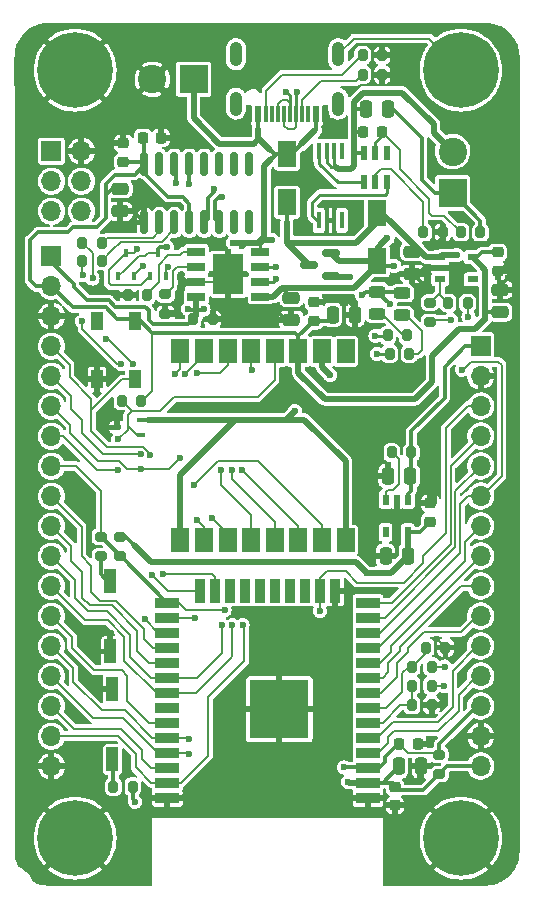
<source format=gtl>
G04 #@! TF.GenerationSoftware,KiCad,Pcbnew,(6.0.7)*
G04 #@! TF.CreationDate,2022-10-10T16:15:31+05:30*
G04 #@! TF.ProjectId,esp_lora_iot,6573705f-6c6f-4726-915f-696f742e6b69,rev?*
G04 #@! TF.SameCoordinates,Original*
G04 #@! TF.FileFunction,Copper,L1,Top*
G04 #@! TF.FilePolarity,Positive*
%FSLAX46Y46*%
G04 Gerber Fmt 4.6, Leading zero omitted, Abs format (unit mm)*
G04 Created by KiCad (PCBNEW (6.0.7)) date 2022-10-10 16:15:31*
%MOMM*%
%LPD*%
G01*
G04 APERTURE LIST*
G04 Aperture macros list*
%AMRoundRect*
0 Rectangle with rounded corners*
0 $1 Rounding radius*
0 $2 $3 $4 $5 $6 $7 $8 $9 X,Y pos of 4 corners*
0 Add a 4 corners polygon primitive as box body*
4,1,4,$2,$3,$4,$5,$6,$7,$8,$9,$2,$3,0*
0 Add four circle primitives for the rounded corners*
1,1,$1+$1,$2,$3*
1,1,$1+$1,$4,$5*
1,1,$1+$1,$6,$7*
1,1,$1+$1,$8,$9*
0 Add four rect primitives between the rounded corners*
20,1,$1+$1,$2,$3,$4,$5,0*
20,1,$1+$1,$4,$5,$6,$7,0*
20,1,$1+$1,$6,$7,$8,$9,0*
20,1,$1+$1,$8,$9,$2,$3,0*%
G04 Aperture macros list end*
G04 #@! TA.AperFunction,SMDPad,CuDef*
%ADD10R,0.600000X1.200000*%
G04 #@! TD*
G04 #@! TA.AperFunction,SMDPad,CuDef*
%ADD11RoundRect,0.200000X-0.200000X-0.275000X0.200000X-0.275000X0.200000X0.275000X-0.200000X0.275000X0*%
G04 #@! TD*
G04 #@! TA.AperFunction,SMDPad,CuDef*
%ADD12R,0.700000X0.450000*%
G04 #@! TD*
G04 #@! TA.AperFunction,SMDPad,CuDef*
%ADD13RoundRect,0.200000X-0.275000X0.200000X-0.275000X-0.200000X0.275000X-0.200000X0.275000X0.200000X0*%
G04 #@! TD*
G04 #@! TA.AperFunction,SMDPad,CuDef*
%ADD14RoundRect,0.243750X0.456250X-0.243750X0.456250X0.243750X-0.456250X0.243750X-0.456250X-0.243750X0*%
G04 #@! TD*
G04 #@! TA.AperFunction,SMDPad,CuDef*
%ADD15RoundRect,0.200000X0.200000X0.275000X-0.200000X0.275000X-0.200000X-0.275000X0.200000X-0.275000X0*%
G04 #@! TD*
G04 #@! TA.AperFunction,SMDPad,CuDef*
%ADD16R,1.000000X2.000000*%
G04 #@! TD*
G04 #@! TA.AperFunction,ComponentPad*
%ADD17R,1.700000X1.700000*%
G04 #@! TD*
G04 #@! TA.AperFunction,ComponentPad*
%ADD18O,1.700000X1.700000*%
G04 #@! TD*
G04 #@! TA.AperFunction,SMDPad,CuDef*
%ADD19R,1.500000X2.000000*%
G04 #@! TD*
G04 #@! TA.AperFunction,SMDPad,CuDef*
%ADD20RoundRect,0.200000X0.275000X-0.200000X0.275000X0.200000X-0.275000X0.200000X-0.275000X-0.200000X0*%
G04 #@! TD*
G04 #@! TA.AperFunction,SMDPad,CuDef*
%ADD21RoundRect,0.225000X-0.250000X0.225000X-0.250000X-0.225000X0.250000X-0.225000X0.250000X0.225000X0*%
G04 #@! TD*
G04 #@! TA.AperFunction,SMDPad,CuDef*
%ADD22R,0.450000X0.700000*%
G04 #@! TD*
G04 #@! TA.AperFunction,SMDPad,CuDef*
%ADD23R,1.000000X1.500000*%
G04 #@! TD*
G04 #@! TA.AperFunction,ComponentPad*
%ADD24C,6.400000*%
G04 #@! TD*
G04 #@! TA.AperFunction,SMDPad,CuDef*
%ADD25RoundRect,0.250000X-0.250000X-0.475000X0.250000X-0.475000X0.250000X0.475000X-0.250000X0.475000X0*%
G04 #@! TD*
G04 #@! TA.AperFunction,SMDPad,CuDef*
%ADD26RoundRect,0.150000X0.150000X-0.825000X0.150000X0.825000X-0.150000X0.825000X-0.150000X-0.825000X0*%
G04 #@! TD*
G04 #@! TA.AperFunction,SMDPad,CuDef*
%ADD27R,0.600000X1.450000*%
G04 #@! TD*
G04 #@! TA.AperFunction,SMDPad,CuDef*
%ADD28R,0.300000X1.450000*%
G04 #@! TD*
G04 #@! TA.AperFunction,ComponentPad*
%ADD29O,1.050000X2.100000*%
G04 #@! TD*
G04 #@! TA.AperFunction,ComponentPad*
%ADD30R,2.400000X2.400000*%
G04 #@! TD*
G04 #@! TA.AperFunction,ComponentPad*
%ADD31C,2.400000*%
G04 #@! TD*
G04 #@! TA.AperFunction,SMDPad,CuDef*
%ADD32RoundRect,0.225000X0.225000X0.250000X-0.225000X0.250000X-0.225000X-0.250000X0.225000X-0.250000X0*%
G04 #@! TD*
G04 #@! TA.AperFunction,SMDPad,CuDef*
%ADD33R,0.558800X0.946899*%
G04 #@! TD*
G04 #@! TA.AperFunction,SMDPad,CuDef*
%ADD34RoundRect,0.250000X0.250000X0.475000X-0.250000X0.475000X-0.250000X-0.475000X0.250000X-0.475000X0*%
G04 #@! TD*
G04 #@! TA.AperFunction,SMDPad,CuDef*
%ADD35RoundRect,0.225000X0.250000X-0.225000X0.250000X0.225000X-0.250000X0.225000X-0.250000X-0.225000X0*%
G04 #@! TD*
G04 #@! TA.AperFunction,SMDPad,CuDef*
%ADD36R,1.525000X0.700000*%
G04 #@! TD*
G04 #@! TA.AperFunction,SMDPad,CuDef*
%ADD37R,2.513000X3.402000*%
G04 #@! TD*
G04 #@! TA.AperFunction,SMDPad,CuDef*
%ADD38R,1.550000X2.200000*%
G04 #@! TD*
G04 #@! TA.AperFunction,SMDPad,CuDef*
%ADD39RoundRect,0.150000X0.587500X0.150000X-0.587500X0.150000X-0.587500X-0.150000X0.587500X-0.150000X0*%
G04 #@! TD*
G04 #@! TA.AperFunction,SMDPad,CuDef*
%ADD40RoundRect,0.225000X-0.225000X-0.250000X0.225000X-0.250000X0.225000X0.250000X-0.225000X0.250000X0*%
G04 #@! TD*
G04 #@! TA.AperFunction,SMDPad,CuDef*
%ADD41R,2.000000X0.900000*%
G04 #@! TD*
G04 #@! TA.AperFunction,SMDPad,CuDef*
%ADD42R,0.900000X2.000000*%
G04 #@! TD*
G04 #@! TA.AperFunction,SMDPad,CuDef*
%ADD43R,5.000000X5.000000*%
G04 #@! TD*
G04 #@! TA.AperFunction,SMDPad,CuDef*
%ADD44R,0.946899X0.558800*%
G04 #@! TD*
G04 #@! TA.AperFunction,SMDPad,CuDef*
%ADD45RoundRect,0.250000X-0.475000X0.250000X-0.475000X-0.250000X0.475000X-0.250000X0.475000X0.250000X0*%
G04 #@! TD*
G04 #@! TA.AperFunction,SMDPad,CuDef*
%ADD46R,0.450000X1.475000*%
G04 #@! TD*
G04 #@! TA.AperFunction,SMDPad,CuDef*
%ADD47RoundRect,0.250000X0.475000X-0.250000X0.475000X0.250000X-0.475000X0.250000X-0.475000X-0.250000X0*%
G04 #@! TD*
G04 #@! TA.AperFunction,ViaPad*
%ADD48C,0.600000*%
G04 #@! TD*
G04 #@! TA.AperFunction,Conductor*
%ADD49C,0.300000*%
G04 #@! TD*
G04 #@! TA.AperFunction,Conductor*
%ADD50C,0.500000*%
G04 #@! TD*
G04 #@! TA.AperFunction,Conductor*
%ADD51C,0.200000*%
G04 #@! TD*
G04 #@! TA.AperFunction,Conductor*
%ADD52C,0.250000*%
G04 #@! TD*
G04 #@! TA.AperFunction,Conductor*
%ADD53C,0.150000*%
G04 #@! TD*
G04 APERTURE END LIST*
D10*
X181041000Y-59543000D03*
X181991000Y-59543000D03*
X182941000Y-59543000D03*
X182941000Y-57043000D03*
X181991000Y-57043000D03*
X181041000Y-57043000D03*
D11*
X161023800Y-69088000D03*
X162673800Y-69088000D03*
D12*
X162120800Y-80914000D03*
X162120800Y-79614000D03*
X160120800Y-80264000D03*
D13*
X158750000Y-89536000D03*
X158750000Y-91186000D03*
D14*
X184277000Y-70787500D03*
X184277000Y-68912500D03*
D15*
X158813000Y-64643000D03*
X157163000Y-64643000D03*
X186740800Y-103784400D03*
X185090800Y-103784400D03*
D13*
X160401000Y-89536000D03*
X160401000Y-91186000D03*
D11*
X185103000Y-100533200D03*
X186753000Y-100533200D03*
D16*
X159553500Y-99250500D03*
X159553500Y-93281500D03*
D17*
X154559000Y-56896000D03*
D18*
X157099000Y-56896000D03*
X154559000Y-59436000D03*
X157099000Y-59436000D03*
X154559000Y-61976000D03*
X157099000Y-61976000D03*
D11*
X188151000Y-69748400D03*
X189801000Y-69748400D03*
D13*
X186613800Y-69710800D03*
X186613800Y-71360800D03*
D19*
X179466000Y-73838800D03*
X177466000Y-73838800D03*
X175466000Y-73838800D03*
X173466000Y-73838800D03*
X171466000Y-73838800D03*
X169466000Y-73838800D03*
X167466000Y-73838800D03*
X165466000Y-73838800D03*
X165466000Y-89838800D03*
X167466000Y-89838800D03*
X169466000Y-89838800D03*
X171466000Y-89838800D03*
X173466000Y-89838800D03*
X175466000Y-89838800D03*
X177466000Y-89838800D03*
X179466000Y-89838800D03*
D20*
X187401200Y-109638600D03*
X187401200Y-107988600D03*
D15*
X161454600Y-110693200D03*
X159804600Y-110693200D03*
D21*
X183642000Y-110731000D03*
X183642000Y-112281000D03*
D22*
X162926000Y-67497200D03*
X164226000Y-67497200D03*
X163576000Y-65497200D03*
D23*
X161620000Y-71311600D03*
X158420000Y-71311600D03*
X158420000Y-76211600D03*
X161620000Y-76211600D03*
D11*
X166561000Y-71120000D03*
X168211000Y-71120000D03*
D24*
X156564000Y-50038000D03*
D11*
X186056000Y-63754000D03*
X187706000Y-63754000D03*
D15*
X187921400Y-98915200D03*
X186271400Y-98915200D03*
D25*
X178374000Y-70739000D03*
X180274000Y-70739000D03*
D26*
X162433000Y-62927000D03*
X163703000Y-62927000D03*
X164973000Y-62927000D03*
X166243000Y-62927000D03*
X167513000Y-62927000D03*
X168783000Y-62927000D03*
X170053000Y-62927000D03*
X171323000Y-62927000D03*
X171323000Y-57977000D03*
X170053000Y-57977000D03*
X168783000Y-57977000D03*
X167513000Y-57977000D03*
X166243000Y-57977000D03*
X164973000Y-57977000D03*
X163703000Y-57977000D03*
X162433000Y-57977000D03*
D27*
X177760000Y-53778500D03*
X176960000Y-53778500D03*
D28*
X175760000Y-53778500D03*
X174760000Y-53778500D03*
X174260000Y-53778500D03*
X173260000Y-53778500D03*
D27*
X171260000Y-53778500D03*
X172060000Y-53778500D03*
D28*
X172760000Y-53778500D03*
X173760000Y-53778500D03*
X175260000Y-53778500D03*
X176260000Y-53778500D03*
D29*
X178830000Y-52863500D03*
X170190000Y-52863500D03*
X178830000Y-48683500D03*
X170190000Y-48683500D03*
D30*
X188530000Y-60424000D03*
D31*
X188530000Y-56924000D03*
D17*
X154559000Y-65786000D03*
D18*
X154559000Y-68326000D03*
X154559000Y-70866000D03*
X154559000Y-73406000D03*
X154559000Y-75946000D03*
X154559000Y-78486000D03*
X154559000Y-81026000D03*
X154559000Y-83566000D03*
X154559000Y-86106000D03*
X154559000Y-88646000D03*
X154559000Y-91186000D03*
X154559000Y-93726000D03*
X154559000Y-96266000D03*
X154559000Y-98806000D03*
X154559000Y-101346000D03*
X154559000Y-103886000D03*
X154559000Y-106426000D03*
X154559000Y-108966000D03*
D32*
X163843000Y-55753000D03*
X162293000Y-55753000D03*
D21*
X192328800Y-65468200D03*
X192328800Y-67018200D03*
D15*
X162165800Y-78028800D03*
X160515800Y-78028800D03*
D33*
X184734200Y-86407249D03*
X183794400Y-86407249D03*
X182854600Y-86407249D03*
X182854600Y-89157551D03*
X184734200Y-89157551D03*
D11*
X157163000Y-66200000D03*
X158813000Y-66200000D03*
D34*
X183068000Y-53340000D03*
X181168000Y-53340000D03*
D11*
X180912000Y-50419000D03*
X182562000Y-50419000D03*
D35*
X186639200Y-88252600D03*
X186639200Y-86702600D03*
D36*
X166833000Y-65405000D03*
X166833000Y-66675000D03*
X166833000Y-67945000D03*
X166833000Y-69215000D03*
X172257000Y-69215000D03*
X172257000Y-67945000D03*
X172257000Y-66675000D03*
X172257000Y-65405000D03*
D37*
X169545000Y-67310000D03*
D35*
X160655000Y-57785000D03*
X160655000Y-56235000D03*
D38*
X182118000Y-66185000D03*
X182118000Y-62085000D03*
D16*
X159724500Y-102425500D03*
X159724500Y-108394500D03*
D39*
X178229500Y-67437000D03*
X178229500Y-65537000D03*
X176354500Y-66487000D03*
D40*
X184010000Y-107061000D03*
X185560000Y-107061000D03*
D34*
X184744400Y-91135200D03*
X182844400Y-91135200D03*
D14*
X182118000Y-70660500D03*
X182118000Y-68785500D03*
D41*
X181363000Y-111640000D03*
X181363000Y-110370000D03*
X181363000Y-109100000D03*
X181363000Y-107830000D03*
X181363000Y-106560000D03*
X181363000Y-105290000D03*
X181363000Y-104020000D03*
X181363000Y-102750000D03*
X181363000Y-101480000D03*
X181363000Y-100210000D03*
X181363000Y-98940000D03*
X181363000Y-97670000D03*
X181363000Y-96400000D03*
X181363000Y-95130000D03*
D42*
X178578000Y-94130000D03*
X177308000Y-94130000D03*
X176038000Y-94130000D03*
X174768000Y-94130000D03*
X173498000Y-94130000D03*
X172228000Y-94130000D03*
X170958000Y-94130000D03*
X169688000Y-94130000D03*
X168418000Y-94130000D03*
X167148000Y-94130000D03*
D41*
X164363000Y-95130000D03*
X164363000Y-96400000D03*
X164363000Y-97670000D03*
X164363000Y-98940000D03*
X164363000Y-100210000D03*
X164363000Y-101480000D03*
X164363000Y-102750000D03*
X164363000Y-104020000D03*
X164363000Y-105290000D03*
X164363000Y-106560000D03*
X164363000Y-107830000D03*
X164363000Y-109100000D03*
X164363000Y-110370000D03*
X164363000Y-111640000D03*
D43*
X173863000Y-104140000D03*
D11*
X183020200Y-72491600D03*
X184670200Y-72491600D03*
D44*
X187473849Y-65862200D03*
X187473849Y-66802000D03*
X187473849Y-67741800D03*
X190224151Y-67741800D03*
X190224151Y-65862200D03*
D25*
X183962000Y-108966000D03*
X185862000Y-108966000D03*
D11*
X185103000Y-102158800D03*
X186753000Y-102158800D03*
D34*
X184947600Y-84378800D03*
X183047600Y-84378800D03*
D32*
X182512000Y-55245000D03*
X180962000Y-55245000D03*
D45*
X174879000Y-69281000D03*
X174879000Y-71181000D03*
D46*
X179156000Y-56879000D03*
X178506000Y-56879000D03*
X177856000Y-56879000D03*
X177206000Y-56879000D03*
X177206000Y-62755000D03*
X177856000Y-62755000D03*
X178506000Y-62755000D03*
X179156000Y-62755000D03*
D11*
X180912000Y-48768000D03*
X182562000Y-48768000D03*
D24*
X189230000Y-115062000D03*
D11*
X183198000Y-74041000D03*
X184848000Y-74041000D03*
D35*
X176784000Y-71247000D03*
X176784000Y-69697000D03*
D30*
X166596000Y-50800000D03*
D31*
X163096000Y-50800000D03*
D38*
X174498000Y-61232000D03*
X174498000Y-57132000D03*
D11*
X183375800Y-82397600D03*
X185025800Y-82397600D03*
D13*
X164211000Y-69025000D03*
X164211000Y-70675000D03*
D47*
X192557400Y-70520600D03*
X192557400Y-68620600D03*
D24*
X189230000Y-50038000D03*
D45*
X160401000Y-60076000D03*
X160401000Y-61976000D03*
D22*
X160233600Y-67497200D03*
X161533600Y-67497200D03*
X160883600Y-65497200D03*
D24*
X156564000Y-115062000D03*
D17*
X190906400Y-73386000D03*
D18*
X190906400Y-75926000D03*
X190906400Y-78466000D03*
X190906400Y-81006000D03*
X190906400Y-83546000D03*
X190906400Y-86086000D03*
X190906400Y-88626000D03*
X190906400Y-91166000D03*
X190906400Y-93706000D03*
X190906400Y-96246000D03*
X190906400Y-98786000D03*
X190906400Y-101326000D03*
X190906400Y-103866000D03*
X190906400Y-106406000D03*
X190906400Y-108946000D03*
D11*
X189230000Y-63754000D03*
X190880000Y-63754000D03*
D45*
X185115200Y-65394800D03*
X185115200Y-67294800D03*
D48*
X188874400Y-65684400D03*
X189865000Y-70916800D03*
X182168800Y-92608400D03*
X181254400Y-92608400D03*
X179679600Y-110286800D03*
X158953200Y-68732400D03*
X186131200Y-68224400D03*
X158648400Y-102412800D03*
X162560000Y-112268000D03*
X170053000Y-68199000D03*
X183388000Y-118364000D03*
X178612800Y-95656400D03*
X162433000Y-61341000D03*
X167640000Y-111760000D03*
X169672000Y-111760000D03*
X169037000Y-66294000D03*
X183794400Y-87426800D03*
X181965600Y-84429600D03*
X185623200Y-110236000D03*
X184658000Y-112268000D03*
X162048645Y-118260295D03*
X164846000Y-55727600D03*
X188569600Y-66852800D03*
X183388000Y-115316000D03*
X183388000Y-113792000D03*
X170053000Y-66294000D03*
X159562800Y-97688400D03*
X171704000Y-111760000D03*
X179832000Y-111658400D03*
X162052000Y-113792000D03*
X169722800Y-55067200D03*
X162052000Y-115316000D03*
X160629600Y-55219600D03*
X170053000Y-67183000D03*
X187198000Y-98186300D03*
X179070000Y-55219600D03*
X159562800Y-76200000D03*
X187147200Y-64668400D03*
X183515000Y-50419000D03*
X181559200Y-91033600D03*
X178435000Y-61468000D03*
X169291000Y-71120000D03*
X177800000Y-111760000D03*
X165862000Y-111607600D03*
X193243200Y-67589400D03*
X183388000Y-116840000D03*
X186994800Y-85648800D03*
X169037000Y-67183000D03*
X193243200Y-66395600D03*
X186588400Y-106781600D03*
X179476400Y-69392800D03*
X169037000Y-68199000D03*
X173736000Y-111760000D03*
X187655200Y-103682800D03*
X165481000Y-67564000D03*
X162052000Y-116840000D03*
X165227000Y-70358000D03*
X159207200Y-80264000D03*
X173736000Y-70485000D03*
X165481000Y-68453000D03*
X177800000Y-69342000D03*
X170789600Y-55270400D03*
X177546000Y-61468000D03*
X175260000Y-111760000D03*
X183515000Y-48768000D03*
X178054000Y-55321200D03*
X163982400Y-92659200D03*
X162900271Y-82606962D03*
X187858400Y-100533200D03*
X183591200Y-66598800D03*
X183007000Y-64262000D03*
X166735200Y-96377200D03*
X162102800Y-83820000D03*
X166624000Y-85140800D03*
X165455600Y-82905600D03*
X180848000Y-69088000D03*
X183192274Y-69843062D03*
X170688000Y-64897000D03*
X179832000Y-67503000D03*
X173228000Y-64389000D03*
X166117462Y-70230791D03*
X187819300Y-102158800D03*
X169926000Y-64643000D03*
X167438943Y-70286472D03*
X182118000Y-74041000D03*
X173609000Y-67691000D03*
X173609000Y-66675000D03*
X181991000Y-72517000D03*
X168337801Y-60133801D03*
X174446965Y-51853268D03*
X168974199Y-60770199D03*
X175346965Y-51853268D03*
X157209877Y-67376923D03*
X157175200Y-71272400D03*
X160477200Y-74879200D03*
X166166800Y-107899200D03*
X159156400Y-72796400D03*
X158038800Y-67665600D03*
X166166800Y-106680000D03*
X161442400Y-74930000D03*
X188378379Y-71158516D03*
X189331600Y-75387200D03*
X162458400Y-96520000D03*
X160223200Y-81280000D03*
X160223200Y-83921600D03*
X166878000Y-75641200D03*
X165906259Y-75732906D03*
X168148000Y-87985600D03*
X166878000Y-88138000D03*
X165049200Y-75742800D03*
X179324000Y-109067600D03*
X162306000Y-66598800D03*
X161645600Y-111963200D03*
X170738800Y-97028000D03*
X170688000Y-83870800D03*
X169875200Y-97028000D03*
X169824400Y-83870800D03*
X161833479Y-65196926D03*
X165100000Y-59563000D03*
X164338000Y-65024000D03*
X166243000Y-59690000D03*
X168910000Y-83870800D03*
X168960800Y-96977200D03*
X178155600Y-75844400D03*
X175158400Y-78892400D03*
X171551600Y-75438000D03*
X177292000Y-95808800D03*
X162102800Y-82550000D03*
X163068000Y-92760800D03*
X164395667Y-66667971D03*
X169214800Y-95758000D03*
D49*
X184734200Y-85928200D02*
X185025800Y-85636600D01*
X182118000Y-62865000D02*
X181356000Y-63627000D01*
D50*
X182118000Y-62865000D02*
X182118000Y-62085000D01*
X180340000Y-64643000D02*
X181165500Y-63817500D01*
D49*
X184734200Y-86407249D02*
X184734200Y-85928200D01*
D50*
X180327500Y-64630500D02*
X180340000Y-64643000D01*
X181165500Y-63817500D02*
X182118000Y-62865000D01*
X183388000Y-62992000D02*
X186258200Y-65862200D01*
D49*
X185025800Y-85636600D02*
X185025800Y-81775800D01*
D50*
X183388000Y-62992000D02*
X182481000Y-62085000D01*
X186258200Y-65862200D02*
X186588400Y-65862200D01*
D49*
X182481000Y-62085000D02*
X183197500Y-62801500D01*
X185025800Y-80607400D02*
X187858400Y-77774800D01*
D51*
X189801000Y-70852800D02*
X189865000Y-70916800D01*
D50*
X183197500Y-62801500D02*
X183388000Y-62992000D01*
X187473849Y-65862200D02*
X186588400Y-65862200D01*
D49*
X187858400Y-77774800D02*
X187858400Y-75133200D01*
X187858400Y-75133200D02*
X189605600Y-73386000D01*
D50*
X176354500Y-66487000D02*
X174498000Y-64630500D01*
X188341000Y-65684400D02*
X187651649Y-65684400D01*
X182481000Y-62085000D02*
X182118000Y-62085000D01*
X181165500Y-63817500D02*
X181356000Y-63627000D01*
X188874400Y-65684400D02*
X188341000Y-65684400D01*
X174498000Y-64630500D02*
X174498000Y-62865000D01*
D49*
X185025800Y-81775800D02*
X185025800Y-80607400D01*
D50*
X174498000Y-64630500D02*
X180327500Y-64630500D01*
D51*
X189801000Y-69748400D02*
X189801000Y-70852800D01*
D49*
X174498000Y-61232000D02*
X174498000Y-62865000D01*
X189605600Y-73386000D02*
X190906400Y-73386000D01*
X185025800Y-82397600D02*
X185025800Y-81775800D01*
D50*
X187651649Y-65684400D02*
X187473849Y-65862200D01*
X181363000Y-110370000D02*
X179762800Y-110370000D01*
X181254400Y-92608400D02*
X180340000Y-91694000D01*
X184734200Y-91125000D02*
X184744400Y-91135200D01*
D49*
X183642000Y-110731000D02*
X183897000Y-110986000D01*
D50*
X183271200Y-92608400D02*
X182168800Y-92608400D01*
D49*
X184734200Y-89157551D02*
X185734249Y-89157551D01*
D50*
X184734200Y-89157551D02*
X184734200Y-91125000D01*
X184744400Y-91135200D02*
X183271200Y-92608400D01*
X179762800Y-110370000D02*
X179679600Y-110286800D01*
D49*
X183509000Y-110370000D02*
X184010000Y-110871000D01*
D50*
X163017200Y-91694000D02*
X161518600Y-90195400D01*
D49*
X182619000Y-110370000D02*
X184023000Y-108966000D01*
X160859200Y-89536000D02*
X161518600Y-90195400D01*
X186053800Y-110986000D02*
X187401200Y-109638600D01*
X181363000Y-110370000D02*
X183509000Y-110370000D01*
X183897000Y-110986000D02*
X186053800Y-110986000D01*
X185734249Y-89157551D02*
X186639200Y-88252600D01*
X187401200Y-109638600D02*
X188083800Y-108956000D01*
X160401000Y-89536000D02*
X160859200Y-89536000D01*
X188083800Y-108956000D02*
X190605000Y-108956000D01*
D50*
X180340000Y-91694000D02*
X163017200Y-91694000D01*
D49*
X181363000Y-110370000D02*
X182619000Y-110370000D01*
D50*
X182168800Y-92608400D02*
X181254400Y-92608400D01*
D51*
X159551200Y-76211600D02*
X159562800Y-76200000D01*
D49*
X160120800Y-80264000D02*
X159207200Y-80264000D01*
X161163000Y-61976000D02*
X161482000Y-61976000D01*
D50*
X165862000Y-67945000D02*
X165481000Y-67564000D01*
D52*
X187706000Y-63754000D02*
X187706000Y-64109600D01*
D51*
X181660800Y-91135200D02*
X181559200Y-91033600D01*
D53*
X161023800Y-69088000D02*
X160905200Y-68969400D01*
D52*
X187706000Y-64109600D02*
X187147200Y-64668400D01*
D49*
X178578000Y-94130000D02*
X178578000Y-95621600D01*
D51*
X187921400Y-98915200D02*
X187921400Y-98909700D01*
D50*
X165989000Y-67945000D02*
X165481000Y-68453000D01*
D49*
X161482000Y-61976000D02*
X162433000Y-62927000D01*
D51*
X186740800Y-103784400D02*
X187553600Y-103784400D01*
D49*
X185560000Y-107061000D02*
X186309000Y-107061000D01*
D51*
X185608000Y-108966000D02*
X185608000Y-110220800D01*
X183642000Y-112281000D02*
X184645000Y-112281000D01*
D49*
X178578000Y-95621600D02*
X178612800Y-95656400D01*
D51*
X187921400Y-98909700D02*
X187198000Y-98186300D01*
D49*
X185115200Y-67294800D02*
X185201600Y-67294800D01*
X164363000Y-111640000D02*
X165829600Y-111640000D01*
X181363000Y-111640000D02*
X179850400Y-111640000D01*
D50*
X166833000Y-67945000D02*
X165989000Y-67945000D01*
D51*
X182844400Y-91135200D02*
X181660800Y-91135200D01*
D49*
X174879000Y-71181000D02*
X174432000Y-71181000D01*
X186309000Y-107061000D02*
X186588400Y-106781600D01*
X186994800Y-86702600D02*
X186994800Y-85648800D01*
X180274000Y-70739000D02*
X180274000Y-70190400D01*
X160655000Y-56235000D02*
X160655000Y-55245000D01*
D50*
X166833000Y-67945000D02*
X165862000Y-67945000D01*
D49*
X162433000Y-62927000D02*
X162433000Y-61341000D01*
X164820600Y-55753000D02*
X164846000Y-55727600D01*
D51*
X184645000Y-112281000D02*
X184658000Y-112268000D01*
D50*
X168211000Y-71120000D02*
X169291000Y-71120000D01*
D49*
X177445000Y-69697000D02*
X177800000Y-69342000D01*
X159553500Y-99504500D02*
X159553500Y-97697700D01*
X185115200Y-67294800D02*
X185587600Y-67294800D01*
X192557400Y-68620600D02*
X192557400Y-68275200D01*
X177856000Y-62755000D02*
X177856000Y-61778000D01*
X192328800Y-67018200D02*
X192620600Y-67018200D01*
D51*
X158661100Y-102425500D02*
X158648400Y-102412800D01*
D49*
X161163000Y-61976000D02*
X161798000Y-61976000D01*
D51*
X164211000Y-70421000D02*
X165164000Y-70421000D01*
D49*
X179850400Y-111640000D02*
X179832000Y-111658400D01*
X160655000Y-55245000D02*
X160629600Y-55219600D01*
D51*
X159724500Y-102425500D02*
X158661100Y-102425500D01*
D49*
X176784000Y-69697000D02*
X177445000Y-69697000D01*
X177856000Y-61778000D02*
X177546000Y-61468000D01*
X192557400Y-68275200D02*
X193243200Y-67589400D01*
X187473849Y-66802000D02*
X188264800Y-66802000D01*
D50*
X187473849Y-66802000D02*
X188518800Y-66802000D01*
D49*
X160401000Y-61976000D02*
X161163000Y-61976000D01*
D50*
X188264800Y-66802000D02*
X188518800Y-66802000D01*
D51*
X187553600Y-103784400D02*
X187655200Y-103682800D01*
X166833000Y-67945000D02*
X168910000Y-67945000D01*
D49*
X178506000Y-61539000D02*
X178435000Y-61468000D01*
D51*
X160401000Y-61976000D02*
X160528000Y-61976000D01*
D49*
X163843000Y-55753000D02*
X164820600Y-55753000D01*
X161798000Y-61976000D02*
X162433000Y-61341000D01*
X183794400Y-86407249D02*
X183794400Y-87426800D01*
D50*
X188518800Y-66802000D02*
X188569600Y-66852800D01*
D52*
X182562000Y-50419000D02*
X183515000Y-50419000D01*
D49*
X183047600Y-84378800D02*
X182016400Y-84378800D01*
X182016400Y-84378800D02*
X181965600Y-84429600D01*
X180274000Y-70190400D02*
X179476400Y-69392800D01*
X174432000Y-71181000D02*
X173736000Y-70485000D01*
X165829600Y-111640000D02*
X165862000Y-111607600D01*
D51*
X158420000Y-76211600D02*
X159551200Y-76211600D01*
D49*
X159553500Y-97697700D02*
X159562800Y-97688400D01*
X177856000Y-62755000D02*
X178506000Y-62755000D01*
D51*
X165164000Y-70421000D02*
X165227000Y-70358000D01*
D53*
X159190200Y-68969400D02*
X158953200Y-68732400D01*
D51*
X185608000Y-110220800D02*
X185623200Y-110236000D01*
D49*
X178506000Y-62755000D02*
X178506000Y-61539000D01*
X192620600Y-67018200D02*
X193243200Y-66395600D01*
X186080400Y-66802000D02*
X187473849Y-66802000D01*
D53*
X160905200Y-68969400D02*
X159190200Y-68969400D01*
D49*
X185201600Y-67294800D02*
X186131200Y-68224400D01*
D51*
X168910000Y-67945000D02*
X169545000Y-67310000D01*
D49*
X185587600Y-67294800D02*
X186080400Y-66802000D01*
D52*
X182562000Y-48768000D02*
X183515000Y-48768000D01*
D50*
X190906400Y-71450200D02*
X191185800Y-71170800D01*
D49*
X192557400Y-70520600D02*
X191429600Y-70520600D01*
X176784000Y-71247000D02*
X177866000Y-71247000D01*
X161620000Y-71311600D02*
X162102600Y-71311600D01*
D50*
X189077600Y-71932800D02*
X190423800Y-71932800D01*
X191282400Y-71074200D02*
X191282400Y-66920449D01*
X191303800Y-71103600D02*
X191303800Y-70646400D01*
X191185800Y-71170800D02*
X191236600Y-71170800D01*
D49*
X159156400Y-59690000D02*
X159969200Y-58877200D01*
D50*
X190423800Y-71932800D02*
X190906400Y-71450200D01*
D51*
X162255200Y-78028800D02*
X163079400Y-77204600D01*
D49*
X154559000Y-68326000D02*
X153263600Y-68326000D01*
D51*
X163079400Y-77204600D02*
X163079400Y-72288400D01*
D49*
X162433000Y-58750200D02*
X164439600Y-60756800D01*
X155956000Y-63754000D02*
X156413200Y-63296800D01*
X159969200Y-58877200D02*
X161594800Y-58877200D01*
X159156400Y-60604400D02*
X159156400Y-59690000D01*
X175466000Y-73838800D02*
X175466000Y-72538800D01*
X159156400Y-60604400D02*
X159684800Y-60076000D01*
D51*
X162165800Y-78028800D02*
X162255200Y-78028800D01*
D49*
X162433000Y-55893000D02*
X162293000Y-55753000D01*
D50*
X186791600Y-74218800D02*
X187858400Y-73152000D01*
D49*
X159164000Y-70111600D02*
X156344600Y-70111600D01*
X152755600Y-64414400D02*
X153416000Y-63754000D01*
X166243000Y-61341000D02*
X166243000Y-62927000D01*
X190224151Y-65862200D02*
X190576200Y-65862200D01*
X162102600Y-71311600D02*
X163079400Y-72288400D01*
X160121600Y-71069200D02*
X159164000Y-70111600D01*
X190970200Y-65468200D02*
X192328800Y-65468200D01*
D50*
X191282400Y-66920449D02*
X190224151Y-65862200D01*
D49*
X177866000Y-71247000D02*
X178374000Y-70739000D01*
X156413200Y-63296800D02*
X158445200Y-63296800D01*
X158445200Y-63296800D02*
X159156400Y-62585600D01*
X191429600Y-70520600D02*
X191303800Y-70646400D01*
X190576200Y-65862200D02*
X190970200Y-65468200D01*
X161377600Y-71069200D02*
X160121600Y-71069200D01*
X153416000Y-63754000D02*
X155956000Y-63754000D01*
X159684800Y-60076000D02*
X160401000Y-60076000D01*
D50*
X187858400Y-73152000D02*
X189077600Y-71932800D01*
D49*
X175466000Y-72565000D02*
X176784000Y-71247000D01*
X159156400Y-62585600D02*
X159156400Y-60604400D01*
X161594800Y-58877200D02*
X162433000Y-58039000D01*
X162241000Y-57785000D02*
X162433000Y-57977000D01*
D50*
X175466000Y-73534000D02*
X175466000Y-75644000D01*
D49*
X164439600Y-60756800D02*
X165658800Y-60756800D01*
X152755600Y-67818000D02*
X152755600Y-64414400D01*
D50*
X185369200Y-77876400D02*
X186791600Y-76454000D01*
D49*
X162433000Y-57977000D02*
X162433000Y-58750200D01*
X175466000Y-72538800D02*
X175215600Y-72288400D01*
X160655000Y-57785000D02*
X162241000Y-57785000D01*
X153263600Y-68326000D02*
X152755600Y-67818000D01*
D50*
X186791600Y-76454000D02*
X186791600Y-74218800D01*
D49*
X161620000Y-71311600D02*
X161377600Y-71069200D01*
X156344600Y-70111600D02*
X154559000Y-68326000D01*
X162433000Y-57977000D02*
X162433000Y-55893000D01*
D50*
X191236600Y-71170800D02*
X191303800Y-71103600D01*
D49*
X175466000Y-73534000D02*
X175466000Y-72565000D01*
X165658800Y-60756800D02*
X166243000Y-61341000D01*
X175215600Y-72288400D02*
X163079400Y-72288400D01*
X162433000Y-58039000D02*
X162433000Y-57977000D01*
D50*
X175466000Y-75644000D02*
X177698400Y-77876400D01*
X177698400Y-77876400D02*
X185369200Y-77876400D01*
X190906400Y-71450200D02*
X191282400Y-71074200D01*
D51*
X156108400Y-76047600D02*
X157937200Y-77876400D01*
X157937200Y-78841600D02*
X160567200Y-76211600D01*
X168418000Y-92930000D02*
X168147200Y-92659200D01*
X156108400Y-74955400D02*
X156108400Y-76047600D01*
X168147200Y-92659200D02*
X163982400Y-92659200D01*
X168418000Y-94130000D02*
X168418000Y-92930000D01*
X160567200Y-76211600D02*
X161620000Y-76211600D01*
X157937200Y-80619600D02*
X159258000Y-81940400D01*
X154559000Y-73406000D02*
X156108400Y-74955400D01*
X162900271Y-82498942D02*
X162900271Y-82606962D01*
X162341729Y-81940400D02*
X162900271Y-82498942D01*
X157937200Y-77876400D02*
X157937200Y-78841600D01*
X157937200Y-78841600D02*
X157937200Y-80619600D01*
X159258000Y-81940400D02*
X162341729Y-81940400D01*
X178830000Y-48683500D02*
X180142500Y-47371000D01*
X186563000Y-47371000D02*
X189230000Y-50038000D01*
X180142500Y-47371000D02*
X186563000Y-47371000D01*
X177387000Y-50959000D02*
X180372000Y-50959000D01*
X175760000Y-53778500D02*
X175760000Y-52586000D01*
X175760000Y-52586000D02*
X177387000Y-50959000D01*
X180372000Y-50959000D02*
X180912000Y-50419000D01*
D50*
X181038500Y-67627500D02*
X180848000Y-67818000D01*
D49*
X185928000Y-55753000D02*
X185928000Y-59309000D01*
X182118000Y-66548000D02*
X181038500Y-67627500D01*
D50*
X180210000Y-68456000D02*
X175323000Y-68456000D01*
D49*
X183515000Y-53340000D02*
X185928000Y-55753000D01*
X190880000Y-62774000D02*
X188530000Y-60424000D01*
X185928000Y-59309000D02*
X187071000Y-60452000D01*
D50*
X180957000Y-66185000D02*
X182118000Y-66185000D01*
D49*
X174879000Y-69281000D02*
X174879000Y-69215000D01*
D50*
X173355000Y-69215000D02*
X174117000Y-68453000D01*
X182118000Y-66548000D02*
X180848000Y-67818000D01*
X182118000Y-65151000D02*
X182499000Y-64770000D01*
X182499000Y-64770000D02*
X183007000Y-64262000D01*
X172257000Y-69215000D02*
X173355000Y-69215000D01*
D49*
X183068000Y-53340000D02*
X183515000Y-53340000D01*
D50*
X182118000Y-66185000D02*
X182118000Y-66548000D01*
X178877500Y-66185000D02*
X178229500Y-65537000D01*
D49*
X174879000Y-69215000D02*
X174117000Y-68453000D01*
D50*
X175320000Y-68453000D02*
X175323000Y-68456000D01*
X180957000Y-66185000D02*
X178877500Y-66185000D01*
X174117000Y-68453000D02*
X175320000Y-68453000D01*
D49*
X182531800Y-66598800D02*
X182118000Y-66185000D01*
D50*
X180848000Y-67818000D02*
X180210000Y-68456000D01*
D51*
X186753000Y-100533200D02*
X187858400Y-100533200D01*
D49*
X190880000Y-63754000D02*
X190880000Y-62774000D01*
D50*
X182118000Y-66185000D02*
X182118000Y-65151000D01*
D49*
X188502000Y-60452000D02*
X188530000Y-60424000D01*
X183591200Y-66598800D02*
X182531800Y-66598800D01*
X187071000Y-60452000D02*
X188502000Y-60452000D01*
D50*
X186944000Y-54610000D02*
X186944000Y-55338000D01*
X179959000Y-58420000D02*
X180213000Y-58166000D01*
X180213000Y-53594000D02*
X180213000Y-52832000D01*
X186944000Y-55338000D02*
X188530000Y-56924000D01*
X181737000Y-51943000D02*
X180975000Y-51943000D01*
D49*
X181168000Y-53340000D02*
X180467000Y-53340000D01*
D52*
X178506000Y-56879000D02*
X178506000Y-58110000D01*
D50*
X178625500Y-58229500D02*
X178816000Y-58420000D01*
D52*
X178625500Y-58229500D02*
X178260318Y-58229500D01*
X177856000Y-57825182D02*
X177856000Y-56879000D01*
D50*
X181737000Y-51943000D02*
X184277000Y-51943000D01*
D49*
X180467000Y-53340000D02*
X180213000Y-53594000D01*
D50*
X180213000Y-57277000D02*
X180213000Y-55245000D01*
D52*
X178506000Y-58110000D02*
X178625500Y-58229500D01*
D49*
X180447000Y-57043000D02*
X180213000Y-57277000D01*
X180962000Y-55245000D02*
X180213000Y-55245000D01*
X181041000Y-57043000D02*
X180447000Y-57043000D01*
D50*
X180213000Y-52705000D02*
X180657500Y-52260500D01*
X180213000Y-58166000D02*
X180213000Y-57277000D01*
D52*
X178260318Y-58229500D02*
X177856000Y-57825182D01*
D50*
X184277000Y-51943000D02*
X186944000Y-54610000D01*
X180975000Y-51943000D02*
X180657500Y-52260500D01*
X180213000Y-55245000D02*
X180213000Y-53594000D01*
X180213000Y-52832000D02*
X180213000Y-52705000D01*
X178816000Y-58420000D02*
X179959000Y-58420000D01*
D51*
X164385800Y-96377200D02*
X166735200Y-96377200D01*
X164363000Y-96400000D02*
X164385800Y-96377200D01*
X172059600Y-83108800D02*
X168656000Y-83108800D01*
X156159200Y-80772000D02*
X156159200Y-80086200D01*
X164541200Y-83820000D02*
X165455600Y-82905600D01*
X168656000Y-83108800D02*
X166624000Y-85140800D01*
X177466000Y-88515200D02*
X172059600Y-83108800D01*
X158528935Y-83141735D02*
X156159200Y-80772000D01*
X177466000Y-89838800D02*
X177466000Y-88515200D01*
X162102800Y-83820000D02*
X164541200Y-83820000D01*
X162102800Y-83820000D02*
X160970129Y-83820000D01*
X160291865Y-83141735D02*
X158528935Y-83141735D01*
X156159200Y-80086200D02*
X154559000Y-78486000D01*
X160970129Y-83820000D02*
X160291865Y-83141735D01*
D52*
X182512000Y-55245000D02*
X182512000Y-55613000D01*
D51*
X184051843Y-56784843D02*
X182512000Y-55245000D01*
X186817000Y-62357000D02*
X186563000Y-62103000D01*
D52*
X181991000Y-56134000D02*
X181991000Y-57043000D01*
D51*
X186563000Y-62103000D02*
X186563000Y-60902314D01*
D52*
X182512000Y-55613000D02*
X181991000Y-56134000D01*
D51*
X186563000Y-60902314D02*
X184051843Y-58391157D01*
X184051843Y-58391157D02*
X184051843Y-56784843D01*
X187833000Y-62357000D02*
X186817000Y-62357000D01*
X189230000Y-63754000D02*
X187833000Y-62357000D01*
X185928000Y-72136000D02*
X185928000Y-73710800D01*
X185928000Y-73710800D02*
X185572400Y-74066400D01*
X185572400Y-74066400D02*
X184873400Y-74066400D01*
X184873400Y-74066400D02*
X184848000Y-74041000D01*
X184277000Y-70787500D02*
X184579500Y-70787500D01*
X184579500Y-70787500D02*
X185928000Y-72136000D01*
D50*
X171704000Y-56261000D02*
X168783000Y-56261000D01*
X175704500Y-56324500D02*
X176911000Y-55118000D01*
D49*
X162814000Y-70355600D02*
X162511600Y-70053200D01*
X159410400Y-69494400D02*
X157581600Y-69494400D01*
D50*
X172085000Y-55753000D02*
X172085000Y-55880000D01*
D49*
X154559000Y-66268600D02*
X154559000Y-65786000D01*
D50*
X172060000Y-55016000D02*
X172060000Y-55728000D01*
D49*
X166833000Y-70313000D02*
X167412415Y-70313000D01*
X174498000Y-57132000D02*
X174897000Y-57132000D01*
D50*
X170688000Y-64897000D02*
X170942000Y-64643000D01*
D49*
X174897000Y-57132000D02*
X175704500Y-56324500D01*
D50*
X172593000Y-58166000D02*
X173164500Y-57594500D01*
D49*
X172060000Y-53778500D02*
X172060000Y-55016000D01*
X156438600Y-68351400D02*
X156438600Y-68148200D01*
X182134712Y-68785500D02*
X183192274Y-69843062D01*
X156438600Y-68148200D02*
X154559000Y-66268600D01*
D52*
X172257000Y-64725000D02*
X172593000Y-64389000D01*
D49*
X166833000Y-70313000D02*
X166199671Y-70313000D01*
D50*
X172593000Y-64389000D02*
X172593000Y-64135000D01*
X179832000Y-67503000D02*
X178295500Y-67503000D01*
X166833000Y-70848000D02*
X166561000Y-71120000D01*
D49*
X174498000Y-57132000D02*
X173627000Y-57132000D01*
X166156000Y-71525000D02*
X163168200Y-71525000D01*
X182118000Y-68785500D02*
X182134712Y-68785500D01*
D50*
X172593000Y-64389000D02*
X173228000Y-64389000D01*
X169926000Y-64643000D02*
X171196000Y-64643000D01*
X172085000Y-64643000D02*
X172593000Y-64135000D01*
X166833000Y-70313000D02*
X166833000Y-70848000D01*
D49*
X159969200Y-70053200D02*
X159410400Y-69494400D01*
X167412415Y-70313000D02*
X167438943Y-70286472D01*
X157581600Y-69494400D02*
X156438600Y-68351400D01*
X181150500Y-68785500D02*
X184277000Y-68785500D01*
X176960000Y-55069000D02*
X176911000Y-55118000D01*
X173627000Y-57132000D02*
X173164500Y-57594500D01*
X162814000Y-71170800D02*
X162814000Y-70355600D01*
X174498000Y-57132000D02*
X173464000Y-57132000D01*
D50*
X172060000Y-55728000D02*
X172085000Y-55753000D01*
D49*
X176960000Y-53778500D02*
X176960000Y-55069000D01*
X173464000Y-57132000D02*
X173101000Y-56769000D01*
D50*
X168783000Y-56261000D02*
X166596000Y-54074000D01*
D49*
X166199671Y-70313000D02*
X166117462Y-70230791D01*
D50*
X172593000Y-64135000D02*
X172593000Y-58166000D01*
X178295500Y-67503000D02*
X178229500Y-67437000D01*
D49*
X166561000Y-71120000D02*
X166156000Y-71525000D01*
X162511600Y-70053200D02*
X159969200Y-70053200D01*
D50*
X172085000Y-55880000D02*
X171704000Y-56261000D01*
X166596000Y-54074000D02*
X166596000Y-50800000D01*
X171196000Y-64643000D02*
X172085000Y-64643000D01*
D49*
X180848000Y-69088000D02*
X181150500Y-68785500D01*
D50*
X172085000Y-55753000D02*
X173101000Y-56769000D01*
D51*
X186753000Y-102158800D02*
X187819300Y-102158800D01*
D50*
X166833000Y-69215000D02*
X166833000Y-70313000D01*
X170942000Y-64643000D02*
X171196000Y-64643000D01*
D52*
X172257000Y-65405000D02*
X172257000Y-64725000D01*
D49*
X163168200Y-71525000D02*
X162814000Y-71170800D01*
D51*
X184380107Y-72517000D02*
X184848000Y-72517000D01*
X182118000Y-70660500D02*
X182523607Y-70660500D01*
X182523607Y-70660500D02*
X184380107Y-72517000D01*
X180848000Y-48768000D02*
X179197000Y-50419000D01*
X172760000Y-51776000D02*
X172760000Y-53778500D01*
X180912000Y-48768000D02*
X180848000Y-48768000D01*
X174117000Y-50419000D02*
X172760000Y-51776000D01*
X179197000Y-50419000D02*
X174117000Y-50419000D01*
X181991000Y-58928000D02*
X182499000Y-58420000D01*
X186056000Y-61158000D02*
X186056000Y-63754000D01*
X182499000Y-58420000D02*
X183318000Y-58420000D01*
X181991000Y-59543000D02*
X181991000Y-58928000D01*
X183318000Y-58420000D02*
X186056000Y-61158000D01*
X165735000Y-65405000D02*
X166833000Y-65405000D01*
X162561000Y-69037200D02*
X163626800Y-67971400D01*
X165455600Y-65684400D02*
X165735000Y-65405000D01*
X163626800Y-67971400D02*
X163626800Y-66497200D01*
X164439600Y-65684400D02*
X165455600Y-65684400D01*
X163626800Y-66497200D02*
X164439600Y-65684400D01*
X164878000Y-68358000D02*
X164211000Y-69025000D01*
X164878000Y-67024000D02*
X164878000Y-67913000D01*
X166833000Y-66675000D02*
X165227000Y-66675000D01*
X164878000Y-67913000D02*
X164878000Y-68358000D01*
X165227000Y-66675000D02*
X164878000Y-67024000D01*
D52*
X173355000Y-67945000D02*
X173609000Y-67691000D01*
X172257000Y-67945000D02*
X173355000Y-67945000D01*
X182118000Y-74041000D02*
X183198000Y-74041000D01*
X172257000Y-66675000D02*
X173609000Y-66675000D01*
X183198000Y-72517000D02*
X181991000Y-72517000D01*
D49*
X167847999Y-60835736D02*
X168337801Y-60345934D01*
X167513000Y-62927000D02*
X167847999Y-62592001D01*
D51*
X173760000Y-52935000D02*
X173760000Y-53778500D01*
X174760000Y-52840000D02*
X174498000Y-52578000D01*
D49*
X168337801Y-60345934D02*
X168337801Y-60133801D01*
X167847999Y-62592001D02*
X167847999Y-60835736D01*
D51*
X174117000Y-52578000D02*
X173760000Y-52935000D01*
D52*
X174760000Y-52166303D02*
X174446965Y-51853268D01*
D51*
X174760000Y-53778500D02*
X174760000Y-52840000D01*
D52*
X174760000Y-53778500D02*
X174760000Y-52166303D01*
D51*
X174498000Y-52578000D02*
X174117000Y-52578000D01*
D52*
X175260000Y-51940233D02*
X175346965Y-51853268D01*
D51*
X175056800Y-55016400D02*
X175260000Y-54813200D01*
X174548800Y-55016400D02*
X175056800Y-55016400D01*
D49*
X168762066Y-60770199D02*
X168974199Y-60770199D01*
X168783000Y-62927000D02*
X168448001Y-62592001D01*
D51*
X174260000Y-53778500D02*
X174260000Y-54727600D01*
D49*
X168448001Y-61084264D02*
X168762066Y-60770199D01*
D51*
X174260000Y-54727600D02*
X174548800Y-55016400D01*
D49*
X168448001Y-62592001D02*
X168448001Y-61084264D01*
D52*
X175260000Y-53778500D02*
X175260000Y-51940233D01*
D51*
X175260000Y-54813200D02*
X175260000Y-53778500D01*
X183032400Y-85598000D02*
X183438800Y-85598000D01*
X182854600Y-85775800D02*
X183032400Y-85598000D01*
X183946800Y-85090000D02*
X183946800Y-82968600D01*
X183946800Y-82968600D02*
X183375800Y-82397600D01*
X182854600Y-86407249D02*
X182854600Y-85775800D01*
X183438800Y-85598000D02*
X183946800Y-85090000D01*
X160604200Y-104851200D02*
X163583000Y-107830000D01*
X158064200Y-104851200D02*
X160604200Y-104851200D01*
X166097600Y-107830000D02*
X166166800Y-107899200D01*
X163583000Y-107830000D02*
X164363000Y-107830000D01*
X157163000Y-66200000D02*
X157163000Y-67330046D01*
X157175200Y-71916800D02*
X157175200Y-71272400D01*
X160137600Y-74879200D02*
X157175200Y-71916800D01*
X154559000Y-101346000D02*
X158064200Y-104851200D01*
X164363000Y-107830000D02*
X166097600Y-107830000D01*
X157163000Y-67330046D02*
X157209877Y-67376923D01*
X160477200Y-74879200D02*
X160137600Y-74879200D01*
X163100400Y-106560000D02*
X160782000Y-104241600D01*
X164363000Y-106560000D02*
X166046800Y-106560000D01*
X166046800Y-106560000D02*
X166166800Y-106680000D01*
X158851600Y-104241600D02*
X156413200Y-101803200D01*
X158038800Y-65518800D02*
X157163000Y-64643000D01*
X160070800Y-73558400D02*
X159308800Y-72796400D01*
X158038800Y-67665600D02*
X158038800Y-65518800D01*
X160782000Y-104241600D02*
X158851600Y-104241600D01*
X156413200Y-101803200D02*
X156413200Y-100660200D01*
X164363000Y-106560000D02*
X163100400Y-106560000D01*
X161442400Y-74930000D02*
X160070800Y-73558400D01*
X159308800Y-72796400D02*
X159156400Y-72796400D01*
X156413200Y-100660200D02*
X154559000Y-98806000D01*
X186613800Y-69710800D02*
X186651400Y-69710800D01*
X186651400Y-69710800D02*
X187473849Y-68888351D01*
X187473849Y-69071249D02*
X188151000Y-69748400D01*
X187473849Y-68888351D02*
X187473849Y-67741800D01*
X187473849Y-68888351D02*
X187473849Y-69071249D01*
X189859600Y-86086000D02*
X190906400Y-86086000D01*
X181363000Y-97670000D02*
X182397286Y-97670000D01*
X186588400Y-71170800D02*
X188366095Y-71170800D01*
X182397286Y-97670000D02*
X189179200Y-90888086D01*
X192684400Y-75016992D02*
X192684400Y-84406600D01*
X190042800Y-74726800D02*
X189382400Y-75387200D01*
X189382400Y-75387200D02*
X189331600Y-75387200D01*
X188366095Y-71170800D02*
X188378379Y-71158516D01*
X189179200Y-86766400D02*
X189859600Y-86086000D01*
X190042800Y-74726800D02*
X192394208Y-74726800D01*
X189179200Y-90888086D02*
X189179200Y-86766400D01*
X192394208Y-74726800D02*
X192684400Y-75016992D01*
X192684400Y-84406600D02*
X191005000Y-86086000D01*
D49*
X159804600Y-110693200D02*
X159804600Y-108474600D01*
X159804600Y-108474600D02*
X159724500Y-108394500D01*
D51*
X160223200Y-83921600D02*
X158394400Y-83921600D01*
X163767800Y-78903800D02*
X164947600Y-77724000D01*
X155498800Y-81026000D02*
X154559000Y-81026000D01*
X158394400Y-83921600D02*
X155498800Y-81026000D01*
X164947600Y-77724000D02*
X172008800Y-77724000D01*
X161787600Y-80914000D02*
X161036000Y-80162400D01*
X160515800Y-78028800D02*
X161390800Y-78903800D01*
X161036000Y-80162400D02*
X161036000Y-80467200D01*
X164363000Y-97670000D02*
X163608400Y-97670000D01*
X161390800Y-78903800D02*
X163767800Y-78903800D01*
X161036000Y-80467200D02*
X160223200Y-81280000D01*
X162036000Y-80914000D02*
X161787600Y-80914000D01*
X161390800Y-78903800D02*
X161036000Y-79258600D01*
X161036000Y-79258600D02*
X161036000Y-80162400D01*
X172008800Y-77724000D02*
X173466000Y-76266800D01*
X163608400Y-97670000D02*
X162458400Y-96520000D01*
X173466000Y-76266800D02*
X173466000Y-73838800D01*
X169466000Y-75034400D02*
X169466000Y-73838800D01*
X166878000Y-75641200D02*
X168859200Y-75641200D01*
X168859200Y-75641200D02*
X169466000Y-75034400D01*
X167466000Y-74173165D02*
X167466000Y-73838800D01*
X165906259Y-75732906D02*
X167466000Y-74173165D01*
X169466000Y-89838800D02*
X169466000Y-89303600D01*
X169466000Y-89303600D02*
X168148000Y-87985600D01*
X167466000Y-89838800D02*
X167466000Y-88726000D01*
X167466000Y-88726000D02*
X166878000Y-88138000D01*
X165466000Y-75326000D02*
X165466000Y-73838800D01*
X165049200Y-75742800D02*
X165466000Y-75326000D01*
X184785000Y-107836000D02*
X187147000Y-107836000D01*
D49*
X182778400Y-108204000D02*
X183921400Y-107061000D01*
X161454600Y-111772200D02*
X161645600Y-111963200D01*
D51*
X184010000Y-107061000D02*
X184785000Y-107836000D01*
X161533600Y-67371200D02*
X162306000Y-66598800D01*
D49*
X187401200Y-107988600D02*
X187401200Y-107079800D01*
X182288800Y-109100000D02*
X182778400Y-108610400D01*
X183921400Y-107061000D02*
X184010000Y-107061000D01*
X179324000Y-109067600D02*
X181330600Y-109067600D01*
D51*
X161533600Y-67497200D02*
X161533600Y-67371200D01*
D49*
X161454600Y-110693200D02*
X161454600Y-111772200D01*
X182778400Y-108610400D02*
X182778400Y-108204000D01*
X187401200Y-107079800D02*
X190605000Y-103876000D01*
D51*
X187147000Y-107836000D02*
X187299600Y-107988600D01*
D49*
X181330600Y-109067600D02*
X181363000Y-109100000D01*
X181363000Y-109100000D02*
X182288800Y-109100000D01*
D51*
X184251600Y-101092000D02*
X184810400Y-100533200D01*
X186271400Y-99364800D02*
X185103000Y-100533200D01*
X181363000Y-104020000D02*
X182898400Y-104020000D01*
X184251600Y-102666800D02*
X184251600Y-101092000D01*
X184810400Y-100533200D02*
X185103000Y-100533200D01*
X182898400Y-104020000D02*
X184251600Y-102666800D01*
X186271400Y-98915200D02*
X186271400Y-99364800D01*
X170891200Y-100076000D02*
X170891200Y-97180400D01*
X175466000Y-88648800D02*
X175466000Y-89838800D01*
X160223200Y-106426000D02*
X154559000Y-106426000D01*
X165563000Y-110370000D02*
X167843200Y-108089800D01*
X162998800Y-110370000D02*
X164363000Y-110370000D01*
X167843200Y-108089800D02*
X167843200Y-103124000D01*
X170688000Y-83870800D02*
X175466000Y-88648800D01*
X164363000Y-110370000D02*
X165563000Y-110370000D01*
X170891200Y-97180400D02*
X170738800Y-97028000D01*
X167843200Y-103124000D02*
X170891200Y-100076000D01*
X162998800Y-110370000D02*
X161696400Y-109067600D01*
X161696400Y-107899200D02*
X160223200Y-106426000D01*
X161696400Y-109067600D02*
X161696400Y-107899200D01*
X169875200Y-99669600D02*
X169875200Y-97028000D01*
X164363000Y-102750000D02*
X166794800Y-102750000D01*
X154559000Y-93726000D02*
X157436735Y-96603735D01*
X173466000Y-88325200D02*
X169824400Y-84683600D01*
X160731200Y-100025200D02*
X163456000Y-102750000D01*
X166794800Y-102750000D02*
X169722800Y-99822000D01*
X169722800Y-99822000D02*
X169875200Y-99669600D01*
X163456000Y-102750000D02*
X164363000Y-102750000D01*
X157436735Y-96603735D02*
X159326665Y-96603735D01*
X160731200Y-98008271D02*
X160731200Y-100025200D01*
X173466000Y-89838800D02*
X173466000Y-88325200D01*
X159326665Y-96603735D02*
X160731200Y-98008271D01*
X169824400Y-84683600D02*
X169824400Y-83870800D01*
X162161000Y-68262200D02*
X159600600Y-68262200D01*
X161533205Y-65497200D02*
X161833479Y-65196926D01*
X162926000Y-67497200D02*
X162161000Y-68262200D01*
X159410400Y-66970400D02*
X160883600Y-65497200D01*
X159410400Y-68072000D02*
X159410400Y-66970400D01*
D49*
X165100000Y-58104000D02*
X164973000Y-57977000D01*
X165100000Y-59563000D02*
X165100000Y-58104000D01*
D51*
X160883600Y-65497200D02*
X161533205Y-65497200D01*
X159600600Y-68262200D02*
X159410400Y-68072000D01*
D49*
X164338000Y-65024000D02*
X163719000Y-65024000D01*
D51*
X160233600Y-67497200D02*
X160753800Y-66977000D01*
X160753800Y-66977000D02*
X161944800Y-65786000D01*
X162458400Y-65786000D02*
X162747200Y-65497200D01*
D49*
X166243000Y-57977000D02*
X166243000Y-59690000D01*
X163719000Y-65024000D02*
X163576000Y-65167000D01*
D51*
X161944800Y-65786000D02*
X162458400Y-65786000D01*
X162747200Y-65497200D02*
X163576000Y-65497200D01*
D53*
X159244800Y-64211200D02*
X158813000Y-64643000D01*
X163703000Y-62927000D02*
X163703000Y-63627000D01*
X163118800Y-64211200D02*
X159244800Y-64211200D01*
X163703000Y-63627000D02*
X163118800Y-64211200D01*
X159725100Y-65287900D02*
X160439000Y-64574000D01*
X164973000Y-62927000D02*
X164973000Y-63481800D01*
X160439000Y-64574000D02*
X163880800Y-64574000D01*
D51*
X158813000Y-66200000D02*
X159725100Y-65287900D01*
D53*
X164973000Y-63481800D02*
X163880800Y-64574000D01*
D51*
X156565600Y-94742000D02*
X157683200Y-95859600D01*
X168960800Y-99415600D02*
X168960800Y-96977200D01*
X171466000Y-87696800D02*
X171466000Y-89838800D01*
X162998800Y-101480000D02*
X164363000Y-101480000D01*
X161239200Y-97840800D02*
X161239200Y-99720400D01*
X154559000Y-91186000D02*
X156565600Y-93192600D01*
X166896400Y-101480000D02*
X168910000Y-99466400D01*
X156565600Y-93192600D02*
X156565600Y-94742000D01*
X157683200Y-95859600D02*
X159258000Y-95859600D01*
X164363000Y-101480000D02*
X166896400Y-101480000D01*
X168910000Y-85140800D02*
X171466000Y-87696800D01*
X161239200Y-99720400D02*
X162998800Y-101480000D01*
X159258000Y-95859600D02*
X161239200Y-97840800D01*
X168910000Y-99466400D02*
X168960800Y-99415600D01*
X168910000Y-83870800D02*
X168910000Y-85140800D01*
D50*
X175930800Y-79614000D02*
X174000400Y-79614000D01*
X165466000Y-89838800D02*
X165466000Y-84266800D01*
X177466000Y-73838800D02*
X177466000Y-75154800D01*
D49*
X162036000Y-79614000D02*
X162752800Y-79614000D01*
D50*
X174000400Y-79614000D02*
X170169600Y-79614000D01*
X179466000Y-89838800D02*
X179466000Y-83149200D01*
X170169600Y-79614000D02*
X162752800Y-79614000D01*
X170118800Y-79614000D02*
X170169600Y-79614000D01*
X165466000Y-84266800D02*
X170118800Y-79614000D01*
X174436800Y-79614000D02*
X174000400Y-79614000D01*
X177466000Y-75154800D02*
X178155600Y-75844400D01*
X179466000Y-83149200D02*
X175930800Y-79614000D01*
X175158400Y-78892400D02*
X174436800Y-79614000D01*
D51*
X187299600Y-106019600D02*
X189026800Y-104292400D01*
X183032400Y-106984800D02*
X183032400Y-106527600D01*
X183032400Y-106527600D02*
X183540400Y-106019600D01*
X181363000Y-107830000D02*
X182187200Y-107830000D01*
X182187200Y-107830000D02*
X183032400Y-106984800D01*
X189026800Y-104292400D02*
X189026800Y-102914200D01*
X189026800Y-102914200D02*
X190605000Y-101336000D01*
X183540400Y-106019600D02*
X187299600Y-106019600D01*
X183438800Y-105257600D02*
X187248800Y-105257600D01*
X187248800Y-105257600D02*
X188518800Y-103987600D01*
X188518800Y-100882200D02*
X190605000Y-98796000D01*
X188518800Y-103987600D02*
X188518800Y-100882200D01*
X182136400Y-106560000D02*
X183438800Y-105257600D01*
X181363000Y-106560000D02*
X182136400Y-106560000D01*
X183794400Y-101396800D02*
X183794400Y-100228400D01*
X189274200Y-97586800D02*
X190605000Y-96256000D01*
X182441200Y-102750000D02*
X183794400Y-101396800D01*
X184708800Y-99314000D02*
X184708800Y-98958400D01*
X184708800Y-98958400D02*
X186080400Y-97586800D01*
X181363000Y-102750000D02*
X182441200Y-102750000D01*
X186080400Y-97586800D02*
X189274200Y-97586800D01*
X183794400Y-100228400D02*
X184708800Y-99314000D01*
X189250000Y-93706000D02*
X190906400Y-93706000D01*
X182593600Y-101480000D02*
X183083200Y-100990400D01*
X183083200Y-100990400D02*
X183083200Y-100228400D01*
X181363000Y-101480000D02*
X182593600Y-101480000D01*
X183083200Y-100228400D02*
X184099200Y-99212400D01*
X184099200Y-98856800D02*
X189250000Y-93706000D01*
X184099200Y-99212400D02*
X184099200Y-98856800D01*
X183286400Y-98786000D02*
X183286400Y-99263200D01*
X182339600Y-100210000D02*
X181363000Y-100210000D01*
X183286400Y-99263200D02*
X182339600Y-100210000D01*
X190906400Y-91166000D02*
X183286400Y-98786000D01*
X182187200Y-98940000D02*
X189579200Y-91548000D01*
X189579200Y-89953200D02*
X190906400Y-88626000D01*
X189579200Y-91548000D02*
X189579200Y-89953200D01*
X181363000Y-98940000D02*
X182187200Y-98940000D01*
X162407600Y-97332800D02*
X160020000Y-94945200D01*
X162407600Y-98184600D02*
X162407600Y-97332800D01*
X157124400Y-91186000D02*
X157124400Y-88671400D01*
X160020000Y-94945200D02*
X158648400Y-94945200D01*
X158648400Y-94945200D02*
X157937200Y-94234000D01*
X157124400Y-88671400D02*
X154559000Y-86106000D01*
X157937200Y-94234000D02*
X157937200Y-91998800D01*
X164363000Y-98940000D02*
X163163000Y-98940000D01*
X157937200Y-91998800D02*
X157124400Y-91186000D01*
X163163000Y-98940000D02*
X162407600Y-98184600D01*
X188766400Y-85686000D02*
X190906400Y-83546000D01*
X182796800Y-96400000D02*
X188766400Y-90430400D01*
X188766400Y-90430400D02*
X188766400Y-85686000D01*
X181363000Y-96400000D02*
X182796800Y-96400000D01*
X188366400Y-83546000D02*
X190906400Y-81006000D01*
X188366400Y-90119200D02*
X188366400Y-83546000D01*
X181363000Y-95130000D02*
X183355600Y-95130000D01*
X183355600Y-95130000D02*
X188366400Y-90119200D01*
X187960000Y-89204800D02*
X187960000Y-80314800D01*
X171466000Y-75352400D02*
X171551600Y-75438000D01*
X177308000Y-94130000D02*
X177308000Y-92998800D01*
X186029600Y-91795600D02*
X186029600Y-91135200D01*
X171466000Y-73838800D02*
X171466000Y-75352400D01*
X184404000Y-93421200D02*
X186029600Y-91795600D01*
X177308000Y-92998800D02*
X177850800Y-92456000D01*
X179476400Y-92456000D02*
X180441600Y-93421200D01*
X186029600Y-91135200D02*
X187960000Y-89204800D01*
X177308000Y-95792800D02*
X177292000Y-95808800D01*
X189808800Y-78466000D02*
X190906400Y-78466000D01*
X177308000Y-94130000D02*
X177308000Y-95792800D01*
X187960000Y-80314800D02*
X189808800Y-78466000D01*
X180441600Y-93421200D02*
X184404000Y-93421200D01*
X177850800Y-92456000D02*
X179476400Y-92456000D01*
X164437200Y-94130000D02*
X163068000Y-92760800D01*
X158902400Y-82550000D02*
X157124400Y-80772000D01*
X167148000Y-94130000D02*
X164437200Y-94130000D01*
X156210000Y-78740000D02*
X156210000Y-77597000D01*
X157124400Y-80772000D02*
X157124400Y-79654400D01*
X157124400Y-79654400D02*
X156210000Y-78740000D01*
X156210000Y-77597000D02*
X154559000Y-75946000D01*
X162102800Y-82550000D02*
X158902400Y-82550000D01*
X165335600Y-95130000D02*
X165760400Y-95554800D01*
D49*
X160401000Y-91186000D02*
X160419000Y-91186000D01*
D51*
X164226000Y-67497200D02*
X164226000Y-66837638D01*
D49*
X160419000Y-91186000D02*
X164363000Y-95130000D01*
D51*
X158750000Y-85648800D02*
X156667200Y-83566000D01*
X164226000Y-66837638D02*
X164395667Y-66667971D01*
X165963600Y-95758000D02*
X165760400Y-95554800D01*
X158750000Y-89599000D02*
X158750000Y-85648800D01*
X156667200Y-83566000D02*
X154559000Y-83566000D01*
X169214800Y-95758000D02*
X165963600Y-95758000D01*
D49*
X158814000Y-89599000D02*
X160401000Y-91186000D01*
D51*
X164363000Y-95130000D02*
X165335600Y-95130000D01*
D49*
X158750000Y-89599000D02*
X158814000Y-89599000D01*
D51*
X162795600Y-100210000D02*
X161798000Y-99212400D01*
X164363000Y-100210000D02*
X162795600Y-100210000D01*
X156248100Y-90335100D02*
X154559000Y-88646000D01*
X157175200Y-92506800D02*
X156248100Y-91579700D01*
X156248100Y-91579700D02*
X156248100Y-90335100D01*
X157175200Y-94691200D02*
X157175200Y-92506800D01*
X159664400Y-95351600D02*
X157835600Y-95351600D01*
X161798000Y-99212400D02*
X161798000Y-97485200D01*
X157835600Y-95351600D02*
X157175200Y-94691200D01*
X161798000Y-97485200D02*
X159664400Y-95351600D01*
X160985200Y-101295200D02*
X160528000Y-100838000D01*
X160985200Y-103428800D02*
X160985200Y-101295200D01*
X160528000Y-100838000D02*
X158191200Y-100838000D01*
X158191200Y-100838000D02*
X156311600Y-98958400D01*
X164363000Y-105290000D02*
X162846400Y-105290000D01*
X162846400Y-105290000D02*
X160985200Y-103428800D01*
X156311600Y-98958400D02*
X156311600Y-98018600D01*
X156311600Y-98018600D02*
X154559000Y-96266000D01*
X156489400Y-105816400D02*
X154559000Y-103886000D01*
X162255200Y-108356400D02*
X162255200Y-107594400D01*
X162998800Y-109100000D02*
X162255200Y-108356400D01*
X164363000Y-109100000D02*
X162998800Y-109100000D01*
X160477200Y-105816400D02*
X156489400Y-105816400D01*
X162255200Y-107594400D02*
X160477200Y-105816400D01*
D52*
X177311000Y-60560000D02*
X182774000Y-60560000D01*
X177206000Y-62755000D02*
X177055000Y-62755000D01*
X182774000Y-60560000D02*
X182941000Y-60393000D01*
X176657000Y-62357000D02*
X176657000Y-61214000D01*
X177055000Y-62755000D02*
X176657000Y-62357000D01*
X176657000Y-61214000D02*
X177311000Y-60560000D01*
X182941000Y-60393000D02*
X182941000Y-59543000D01*
X177206000Y-57953000D02*
X178796000Y-59543000D01*
X178796000Y-59543000D02*
X181041000Y-59543000D01*
X177206000Y-56879000D02*
X177206000Y-57953000D01*
D51*
X182593600Y-105290000D02*
X184099200Y-103784400D01*
X185090800Y-103784400D02*
X185090800Y-102171000D01*
X181363000Y-105290000D02*
X182593600Y-105290000D01*
X184099200Y-103784400D02*
X185090800Y-103784400D01*
X185090800Y-102171000D02*
X185103000Y-102158800D01*
D49*
X158750000Y-92732000D02*
X159553500Y-93535500D01*
X158750000Y-91249000D02*
X158750000Y-92732000D01*
G04 #@! TA.AperFunction,Conductor*
G36*
X171379271Y-52970072D02*
G01*
X171435471Y-53013451D01*
X171459500Y-53087464D01*
X171459500Y-54548146D01*
X171462618Y-54574346D01*
X171508061Y-54676653D01*
X171516295Y-54684873D01*
X171522884Y-54694460D01*
X171521527Y-54695393D01*
X171549219Y-54746004D01*
X171547118Y-54808045D01*
X171512126Y-54928488D01*
X171510285Y-54934825D01*
X171509500Y-54945515D01*
X171509500Y-55624786D01*
X171509144Y-55626000D01*
X169291000Y-55626000D01*
X169291000Y-54102000D01*
X169771221Y-54102000D01*
X169800166Y-54121671D01*
X169806496Y-54124203D01*
X169806500Y-54124205D01*
X169960361Y-54185745D01*
X169960366Y-54185746D01*
X169966698Y-54188279D01*
X169973425Y-54189393D01*
X169973430Y-54189394D01*
X170136910Y-54216458D01*
X170136914Y-54216458D01*
X170143648Y-54217573D01*
X170150465Y-54217216D01*
X170150469Y-54217216D01*
X170297669Y-54209501D01*
X170322760Y-54208186D01*
X170329333Y-54206375D01*
X170329336Y-54206375D01*
X170489098Y-54162370D01*
X170489101Y-54162369D01*
X170495679Y-54160557D01*
X170606741Y-54102000D01*
X170688000Y-54102000D01*
X170688000Y-54048458D01*
X170786115Y-53965544D01*
X170791329Y-53961138D01*
X170795477Y-53955713D01*
X170896123Y-53824074D01*
X170896126Y-53824070D01*
X170900267Y-53818653D01*
X170976067Y-53656099D01*
X171015193Y-53481060D01*
X171015500Y-53475569D01*
X171015500Y-52983007D01*
X171022549Y-52959000D01*
X171350873Y-52959000D01*
X171379271Y-52970072D01*
G37*
G04 #@! TD.AperFunction*
G04 #@! TA.AperFunction,Conductor*
G36*
X173048649Y-46025494D02*
G01*
X191293353Y-46030355D01*
X191310516Y-46031859D01*
X191319801Y-46033496D01*
X191319803Y-46033496D01*
X191328333Y-46035000D01*
X191336984Y-46033475D01*
X191359723Y-46032127D01*
X191644624Y-46048130D01*
X191655652Y-46049373D01*
X191962486Y-46101509D01*
X191973303Y-46103977D01*
X192272380Y-46190142D01*
X192282851Y-46193807D01*
X192570393Y-46312912D01*
X192580391Y-46317727D01*
X192852789Y-46468278D01*
X192862188Y-46474184D01*
X193116025Y-46654291D01*
X193124693Y-46661204D01*
X193356766Y-46868598D01*
X193364602Y-46876434D01*
X193571996Y-47108507D01*
X193578909Y-47117175D01*
X193638197Y-47200733D01*
X193759016Y-47371012D01*
X193764922Y-47380411D01*
X193795027Y-47434881D01*
X193915339Y-47652566D01*
X193915473Y-47652809D01*
X193920288Y-47662807D01*
X194035303Y-47940474D01*
X194039392Y-47950345D01*
X194043058Y-47960820D01*
X194095099Y-48141455D01*
X194129222Y-48259894D01*
X194131691Y-48270714D01*
X194173009Y-48513878D01*
X194183827Y-48577546D01*
X194185070Y-48588578D01*
X194201073Y-48873476D01*
X194199725Y-48896216D01*
X194198200Y-48904867D01*
X194199704Y-48913396D01*
X194201332Y-48922629D01*
X194202836Y-48939821D01*
X194202836Y-116160179D01*
X194201332Y-116177371D01*
X194198200Y-116195133D01*
X194199725Y-116203784D01*
X194201073Y-116226524D01*
X194185070Y-116511422D01*
X194183827Y-116522452D01*
X194133164Y-116820622D01*
X194131692Y-116829283D01*
X194129222Y-116840106D01*
X194043059Y-117139176D01*
X194039393Y-117149651D01*
X193921625Y-117433966D01*
X193920290Y-117437188D01*
X193915475Y-117447187D01*
X193877020Y-117516765D01*
X193764922Y-117719589D01*
X193759016Y-117728988D01*
X193578909Y-117982825D01*
X193571996Y-117991493D01*
X193364602Y-118223566D01*
X193356766Y-118231402D01*
X193124693Y-118438796D01*
X193116025Y-118445709D01*
X192972228Y-118547739D01*
X192862188Y-118625816D01*
X192852789Y-118631722D01*
X192601586Y-118770559D01*
X192580391Y-118782273D01*
X192570393Y-118787088D01*
X192282851Y-118906193D01*
X192272380Y-118909858D01*
X191973303Y-118996023D01*
X191962486Y-118998491D01*
X191655652Y-119050627D01*
X191644624Y-119051870D01*
X191359723Y-119067873D01*
X191336984Y-119066525D01*
X191328333Y-119065000D01*
X191319804Y-119066504D01*
X191310571Y-119068132D01*
X191293379Y-119069636D01*
X182720200Y-119069636D01*
X182662009Y-119050729D01*
X182626045Y-119001229D01*
X182621200Y-118970636D01*
X182621200Y-117709500D01*
X186941883Y-117709500D01*
X186942272Y-117711960D01*
X186944937Y-117715251D01*
X187167909Y-117895810D01*
X187172109Y-117898862D01*
X187475420Y-118095834D01*
X187479906Y-118098424D01*
X187802168Y-118262625D01*
X187806886Y-118264725D01*
X188144528Y-118394334D01*
X188149460Y-118395937D01*
X188498801Y-118489543D01*
X188503880Y-118490622D01*
X188861082Y-118547197D01*
X188866244Y-118547739D01*
X189227405Y-118566667D01*
X189232595Y-118566667D01*
X189593756Y-118547739D01*
X189598918Y-118547197D01*
X189956120Y-118490622D01*
X189961199Y-118489543D01*
X190310540Y-118395937D01*
X190315472Y-118394334D01*
X190653114Y-118264725D01*
X190657832Y-118262625D01*
X190980094Y-118098424D01*
X190984580Y-118095834D01*
X191287891Y-117898862D01*
X191292091Y-117895810D01*
X191510963Y-117718571D01*
X191518228Y-117707384D01*
X191518098Y-117704897D01*
X191515792Y-117701346D01*
X189241086Y-115426639D01*
X189229203Y-115420585D01*
X189224172Y-115421381D01*
X186947937Y-117697617D01*
X186941883Y-117709500D01*
X182621200Y-117709500D01*
X182621200Y-115064595D01*
X185725333Y-115064595D01*
X185744261Y-115425756D01*
X185744803Y-115430918D01*
X185801378Y-115788120D01*
X185802457Y-115793199D01*
X185896063Y-116142540D01*
X185897666Y-116147472D01*
X186027275Y-116485114D01*
X186029375Y-116489832D01*
X186193576Y-116812093D01*
X186196166Y-116816579D01*
X186393139Y-117119891D01*
X186396190Y-117124091D01*
X186573429Y-117342963D01*
X186584616Y-117350228D01*
X186587103Y-117350098D01*
X186590654Y-117347792D01*
X188865361Y-115073086D01*
X188870603Y-115062797D01*
X189588585Y-115062797D01*
X189589381Y-115067828D01*
X191865617Y-117344063D01*
X191877500Y-117350117D01*
X191879960Y-117349728D01*
X191883251Y-117347063D01*
X192063810Y-117124091D01*
X192066861Y-117119891D01*
X192263834Y-116816579D01*
X192266424Y-116812093D01*
X192430625Y-116489832D01*
X192432725Y-116485114D01*
X192562334Y-116147472D01*
X192563937Y-116142540D01*
X192657543Y-115793199D01*
X192658622Y-115788120D01*
X192715197Y-115430918D01*
X192715739Y-115425756D01*
X192734667Y-115064595D01*
X192734667Y-115059405D01*
X192715739Y-114698244D01*
X192715197Y-114693082D01*
X192658622Y-114335880D01*
X192657543Y-114330801D01*
X192563937Y-113981460D01*
X192562334Y-113976528D01*
X192432725Y-113638886D01*
X192430625Y-113634168D01*
X192266424Y-113311907D01*
X192263834Y-113307421D01*
X192066861Y-113004109D01*
X192063810Y-112999909D01*
X191886571Y-112781037D01*
X191875384Y-112773772D01*
X191872897Y-112773902D01*
X191869346Y-112776208D01*
X189594639Y-115050914D01*
X189588585Y-115062797D01*
X188870603Y-115062797D01*
X188871415Y-115061203D01*
X188870619Y-115056172D01*
X186594383Y-112779937D01*
X186582500Y-112773883D01*
X186580040Y-112774272D01*
X186576749Y-112776937D01*
X186396190Y-112999909D01*
X186393139Y-113004109D01*
X186196166Y-113307421D01*
X186193576Y-113311907D01*
X186029375Y-113634168D01*
X186027275Y-113638886D01*
X185897666Y-113976528D01*
X185896063Y-113981460D01*
X185802457Y-114330801D01*
X185801378Y-114335880D01*
X185744803Y-114693082D01*
X185744261Y-114698244D01*
X185725333Y-115059405D01*
X185725333Y-115064595D01*
X182621200Y-115064595D01*
X182621200Y-113355000D01*
X163104800Y-113355000D01*
X163104800Y-118970636D01*
X163085893Y-119028827D01*
X163036393Y-119064791D01*
X163005800Y-119069636D01*
X154349821Y-119069636D01*
X154332629Y-119068132D01*
X154323396Y-119066504D01*
X154314867Y-119065000D01*
X154306216Y-119066525D01*
X154283477Y-119067873D01*
X153998576Y-119051870D01*
X153987548Y-119050627D01*
X153680714Y-118998491D01*
X153669897Y-118996023D01*
X153370820Y-118909858D01*
X153360349Y-118906193D01*
X153072807Y-118787088D01*
X153062810Y-118782273D01*
X153024142Y-118760902D01*
X152982358Y-118716206D01*
X152979154Y-118708533D01*
X152927461Y-118568415D01*
X152795176Y-118323247D01*
X152721546Y-118223559D01*
X152631744Y-118101977D01*
X152631742Y-118101974D01*
X152629666Y-118099164D01*
X152535483Y-118003491D01*
X152436690Y-117903133D01*
X152436683Y-117903127D01*
X152434233Y-117900638D01*
X152212778Y-117731628D01*
X152209721Y-117729916D01*
X152209718Y-117729914D01*
X152173266Y-117709500D01*
X154275883Y-117709500D01*
X154276272Y-117711960D01*
X154278937Y-117715251D01*
X154501909Y-117895810D01*
X154506109Y-117898862D01*
X154809420Y-118095834D01*
X154813906Y-118098424D01*
X155136168Y-118262625D01*
X155140886Y-118264725D01*
X155478528Y-118394334D01*
X155483460Y-118395937D01*
X155832801Y-118489543D01*
X155837880Y-118490622D01*
X156195082Y-118547197D01*
X156200244Y-118547739D01*
X156561405Y-118566667D01*
X156566595Y-118566667D01*
X156927756Y-118547739D01*
X156932918Y-118547197D01*
X157290120Y-118490622D01*
X157295199Y-118489543D01*
X157644540Y-118395937D01*
X157649472Y-118394334D01*
X157987114Y-118264725D01*
X157991832Y-118262625D01*
X158314094Y-118098424D01*
X158318580Y-118095834D01*
X158621891Y-117898862D01*
X158626091Y-117895810D01*
X158844963Y-117718571D01*
X158852228Y-117707384D01*
X158852098Y-117704897D01*
X158849792Y-117701346D01*
X156575086Y-115426639D01*
X156563203Y-115420585D01*
X156558172Y-115421381D01*
X154281937Y-117697617D01*
X154275883Y-117709500D01*
X152173266Y-117709500D01*
X151972777Y-117597221D01*
X151972776Y-117597220D01*
X151969718Y-117595508D01*
X151799714Y-117529738D01*
X151752266Y-117491110D01*
X151748788Y-117485297D01*
X151727727Y-117447191D01*
X151722910Y-117437188D01*
X151721576Y-117433966D01*
X151603807Y-117149651D01*
X151600141Y-117139176D01*
X151513978Y-116840106D01*
X151511508Y-116829283D01*
X151510037Y-116820622D01*
X151459373Y-116522452D01*
X151458130Y-116511422D01*
X151442127Y-116226524D01*
X151443475Y-116203784D01*
X151445000Y-116195133D01*
X151441868Y-116177371D01*
X151441863Y-116177341D01*
X151440359Y-116160164D01*
X151440198Y-115064595D01*
X153059333Y-115064595D01*
X153078261Y-115425756D01*
X153078803Y-115430918D01*
X153135378Y-115788120D01*
X153136457Y-115793199D01*
X153230063Y-116142540D01*
X153231666Y-116147472D01*
X153361275Y-116485114D01*
X153363375Y-116489832D01*
X153527576Y-116812093D01*
X153530166Y-116816579D01*
X153727139Y-117119891D01*
X153730190Y-117124091D01*
X153907429Y-117342963D01*
X153918616Y-117350228D01*
X153921103Y-117350098D01*
X153924654Y-117347792D01*
X156199361Y-115073086D01*
X156204603Y-115062797D01*
X156922585Y-115062797D01*
X156923381Y-115067828D01*
X159199617Y-117344063D01*
X159211500Y-117350117D01*
X159213960Y-117349728D01*
X159217251Y-117347063D01*
X159397810Y-117124091D01*
X159400861Y-117119891D01*
X159597834Y-116816579D01*
X159600424Y-116812093D01*
X159764625Y-116489832D01*
X159766725Y-116485114D01*
X159896334Y-116147472D01*
X159897937Y-116142540D01*
X159991543Y-115793199D01*
X159992622Y-115788120D01*
X160049197Y-115430918D01*
X160049739Y-115425756D01*
X160068667Y-115064595D01*
X160068667Y-115059405D01*
X160049739Y-114698244D01*
X160049197Y-114693082D01*
X159992622Y-114335880D01*
X159991543Y-114330801D01*
X159897937Y-113981460D01*
X159896334Y-113976528D01*
X159766725Y-113638886D01*
X159764625Y-113634168D01*
X159600424Y-113311907D01*
X159597834Y-113307421D01*
X159400861Y-113004109D01*
X159397810Y-112999909D01*
X159220571Y-112781037D01*
X159209384Y-112773772D01*
X159206897Y-112773902D01*
X159203346Y-112776208D01*
X156928639Y-115050914D01*
X156922585Y-115062797D01*
X156204603Y-115062797D01*
X156205415Y-115061203D01*
X156204619Y-115056172D01*
X153928383Y-112779937D01*
X153916500Y-112773883D01*
X153914040Y-112774272D01*
X153910749Y-112776937D01*
X153730190Y-112999909D01*
X153727139Y-113004109D01*
X153530166Y-113307421D01*
X153527576Y-113311907D01*
X153363375Y-113634168D01*
X153361275Y-113638886D01*
X153231666Y-113976528D01*
X153230063Y-113981460D01*
X153136457Y-114330801D01*
X153135378Y-114335880D01*
X153078803Y-114693082D01*
X153078261Y-114698244D01*
X153059333Y-115059405D01*
X153059333Y-115064595D01*
X151440198Y-115064595D01*
X151439810Y-112416616D01*
X154275772Y-112416616D01*
X154275902Y-112419103D01*
X154278208Y-112422654D01*
X156552914Y-114697361D01*
X156564797Y-114703415D01*
X156569828Y-114702619D01*
X158846063Y-112426383D01*
X158852117Y-112414500D01*
X158851728Y-112412040D01*
X158849063Y-112408749D01*
X158626091Y-112228190D01*
X158621891Y-112225138D01*
X158318580Y-112028166D01*
X158314094Y-112025576D01*
X157991832Y-111861375D01*
X157987114Y-111859275D01*
X157649472Y-111729666D01*
X157644540Y-111728063D01*
X157295199Y-111634457D01*
X157290120Y-111633378D01*
X156932918Y-111576803D01*
X156927756Y-111576261D01*
X156566595Y-111557333D01*
X156561405Y-111557333D01*
X156200244Y-111576261D01*
X156195082Y-111576803D01*
X155837880Y-111633378D01*
X155832801Y-111634457D01*
X155483460Y-111728063D01*
X155478528Y-111729666D01*
X155140886Y-111859275D01*
X155136168Y-111861375D01*
X154813907Y-112025576D01*
X154809421Y-112028166D01*
X154506109Y-112225139D01*
X154501909Y-112228190D01*
X154283037Y-112405429D01*
X154275772Y-112416616D01*
X151439810Y-112416616D01*
X151439342Y-109229592D01*
X153439352Y-109229592D01*
X153469200Y-109347121D01*
X153472220Y-109355649D01*
X153556904Y-109539341D01*
X153561422Y-109547167D01*
X153678171Y-109712363D01*
X153684035Y-109719229D01*
X153828931Y-109860381D01*
X153835954Y-109866068D01*
X154004138Y-109978446D01*
X154012093Y-109982764D01*
X154197929Y-110062606D01*
X154206540Y-110065404D01*
X154293705Y-110085127D01*
X154306603Y-110083942D01*
X154308737Y-110076180D01*
X154809000Y-110076180D01*
X154813122Y-110088865D01*
X154814292Y-110089716D01*
X154820272Y-110090225D01*
X154824123Y-110089667D01*
X154832907Y-110087558D01*
X155024450Y-110022538D01*
X155032714Y-110018858D01*
X155209194Y-109920026D01*
X155216652Y-109914900D01*
X155372157Y-109785568D01*
X155378568Y-109779157D01*
X155507900Y-109623652D01*
X155513026Y-109616194D01*
X155611858Y-109439714D01*
X155615538Y-109431450D01*
X155680558Y-109239907D01*
X155682594Y-109231428D01*
X155680351Y-109218372D01*
X155679314Y-109217363D01*
X155673470Y-109216000D01*
X154824680Y-109216000D01*
X154811995Y-109220122D01*
X154809000Y-109224243D01*
X154809000Y-110076180D01*
X154308737Y-110076180D01*
X154309000Y-110075224D01*
X154309000Y-109231680D01*
X154304878Y-109218995D01*
X154300757Y-109216000D01*
X153451580Y-109216000D01*
X153439670Y-109219870D01*
X153439352Y-109229592D01*
X151439342Y-109229592D01*
X151439265Y-108701024D01*
X153437028Y-108701024D01*
X153437180Y-108712649D01*
X153447727Y-108716000D01*
X154293320Y-108716000D01*
X154306005Y-108711878D01*
X154309000Y-108707757D01*
X154309000Y-108700320D01*
X154809000Y-108700320D01*
X154813122Y-108713005D01*
X154817243Y-108716000D01*
X155667759Y-108716000D01*
X155679249Y-108712267D01*
X155679453Y-108701866D01*
X155638449Y-108556481D01*
X155635208Y-108548037D01*
X155545745Y-108366624D01*
X155541020Y-108358914D01*
X155419994Y-108196840D01*
X155413945Y-108190122D01*
X155265405Y-108052814D01*
X155258240Y-108047315D01*
X155087163Y-107939374D01*
X155079110Y-107935271D01*
X154891234Y-107860315D01*
X154882565Y-107857747D01*
X154824379Y-107846174D01*
X154811133Y-107847742D01*
X154811100Y-107847772D01*
X154809000Y-107855819D01*
X154809000Y-108700320D01*
X154309000Y-108700320D01*
X154309000Y-107857700D01*
X154304878Y-107845015D01*
X154304274Y-107844576D01*
X154297127Y-107844060D01*
X154264550Y-107849658D01*
X154255831Y-107851995D01*
X154066050Y-107922009D01*
X154057887Y-107925902D01*
X153884047Y-108029326D01*
X153876745Y-108034631D01*
X153724657Y-108168010D01*
X153718434Y-108174568D01*
X153593209Y-108333415D01*
X153588284Y-108340998D01*
X153494097Y-108520018D01*
X153490643Y-108528358D01*
X153437028Y-108701024D01*
X151439265Y-108701024D01*
X151435341Y-81923937D01*
X151433759Y-71129592D01*
X153439352Y-71129592D01*
X153469200Y-71247121D01*
X153472220Y-71255649D01*
X153556904Y-71439341D01*
X153561422Y-71447167D01*
X153678171Y-71612363D01*
X153684035Y-71619229D01*
X153828931Y-71760381D01*
X153835954Y-71766068D01*
X154004138Y-71878446D01*
X154012093Y-71882764D01*
X154197929Y-71962606D01*
X154206540Y-71965404D01*
X154293705Y-71985127D01*
X154306603Y-71983942D01*
X154308737Y-71976180D01*
X154809000Y-71976180D01*
X154813122Y-71988865D01*
X154814292Y-71989716D01*
X154820272Y-71990225D01*
X154824123Y-71989667D01*
X154832907Y-71987558D01*
X155024450Y-71922538D01*
X155032714Y-71918858D01*
X155209194Y-71820026D01*
X155216652Y-71814900D01*
X155372157Y-71685568D01*
X155378568Y-71679157D01*
X155507900Y-71523652D01*
X155513026Y-71516194D01*
X155611858Y-71339714D01*
X155615538Y-71331450D01*
X155680558Y-71139907D01*
X155682594Y-71131428D01*
X155680351Y-71118372D01*
X155679314Y-71117363D01*
X155673470Y-71116000D01*
X154824680Y-71116000D01*
X154811995Y-71120122D01*
X154809000Y-71124243D01*
X154809000Y-71976180D01*
X154308737Y-71976180D01*
X154309000Y-71975224D01*
X154309000Y-71131680D01*
X154304878Y-71118995D01*
X154300757Y-71116000D01*
X153451580Y-71116000D01*
X153439670Y-71119870D01*
X153439352Y-71129592D01*
X151433759Y-71129592D01*
X151433682Y-70601024D01*
X153437028Y-70601024D01*
X153437180Y-70612649D01*
X153447727Y-70616000D01*
X154293320Y-70616000D01*
X154306005Y-70611878D01*
X154309000Y-70607757D01*
X154309000Y-69757700D01*
X154304878Y-69745015D01*
X154304274Y-69744576D01*
X154297127Y-69744060D01*
X154264550Y-69749658D01*
X154255831Y-69751995D01*
X154066050Y-69822009D01*
X154057887Y-69825902D01*
X153884047Y-69929326D01*
X153876745Y-69934631D01*
X153724657Y-70068010D01*
X153718434Y-70074568D01*
X153593209Y-70233415D01*
X153588284Y-70240998D01*
X153494097Y-70420018D01*
X153490643Y-70428358D01*
X153437028Y-70601024D01*
X151433682Y-70601024D01*
X151433276Y-67832310D01*
X152300236Y-67832310D01*
X152301565Y-67839586D01*
X152301565Y-67839589D01*
X152306737Y-67867907D01*
X152310192Y-67886820D01*
X152310848Y-67890414D01*
X152311358Y-67893476D01*
X152320151Y-67951962D01*
X152323279Y-67958475D01*
X152324575Y-67965573D01*
X152333843Y-67983414D01*
X152351798Y-68017980D01*
X152353188Y-68020762D01*
X152375587Y-68067408D01*
X152375589Y-68067411D01*
X152378791Y-68074079D01*
X152382897Y-68078521D01*
X152384420Y-68080781D01*
X152387021Y-68085788D01*
X152391325Y-68090828D01*
X152428957Y-68128460D01*
X152431651Y-68131263D01*
X152465724Y-68168124D01*
X152465727Y-68168126D01*
X152470746Y-68173556D01*
X152476810Y-68177078D01*
X152484135Y-68183638D01*
X152921981Y-68621484D01*
X152929722Y-68630196D01*
X152951728Y-68658110D01*
X152957815Y-68662317D01*
X152961209Y-68664663D01*
X152985499Y-68681450D01*
X153000341Y-68691708D01*
X153002872Y-68693517D01*
X153044461Y-68724236D01*
X153044463Y-68724237D01*
X153050416Y-68728634D01*
X153057232Y-68731027D01*
X153063169Y-68735131D01*
X153070228Y-68737364D01*
X153070229Y-68737364D01*
X153077429Y-68739641D01*
X153119529Y-68752956D01*
X153122414Y-68753918D01*
X153178231Y-68773519D01*
X153184273Y-68773756D01*
X153186947Y-68774277D01*
X153192330Y-68775980D01*
X153198937Y-68776500D01*
X153252141Y-68776500D01*
X153256028Y-68776576D01*
X153313594Y-68778838D01*
X153320373Y-68777041D01*
X153330193Y-68776500D01*
X153436349Y-68776500D01*
X153494540Y-68795407D01*
X153526255Y-68834053D01*
X153545004Y-68874722D01*
X153558369Y-68903714D01*
X153680405Y-69076391D01*
X153831865Y-69223937D01*
X153835638Y-69226458D01*
X154003899Y-69338887D01*
X154003902Y-69338889D01*
X154007677Y-69341411D01*
X154108775Y-69384846D01*
X154197774Y-69423083D01*
X154197778Y-69423084D01*
X154201953Y-69424878D01*
X154207018Y-69426024D01*
X154403760Y-69470543D01*
X154403765Y-69470544D01*
X154408186Y-69471544D01*
X154513828Y-69475695D01*
X154614937Y-69479668D01*
X154614938Y-69479668D01*
X154619470Y-69479846D01*
X154828730Y-69449504D01*
X154932197Y-69414382D01*
X154993374Y-69413581D01*
X155034021Y-69438124D01*
X155447554Y-69851657D01*
X155475331Y-69906174D01*
X155465760Y-69966606D01*
X155422495Y-70009871D01*
X155362063Y-70019442D01*
X155310349Y-69994359D01*
X155265405Y-69952814D01*
X155258240Y-69947315D01*
X155087163Y-69839374D01*
X155079110Y-69835271D01*
X154891234Y-69760315D01*
X154882565Y-69757747D01*
X154824379Y-69746174D01*
X154811133Y-69747742D01*
X154811100Y-69747772D01*
X154809000Y-69755819D01*
X154809000Y-70600320D01*
X154813122Y-70613005D01*
X154817243Y-70616000D01*
X155667759Y-70616000D01*
X155679249Y-70612267D01*
X155679453Y-70601866D01*
X155638449Y-70456481D01*
X155635208Y-70448037D01*
X155545745Y-70266624D01*
X155541020Y-70258914D01*
X155437162Y-70119831D01*
X155417494Y-70061893D01*
X155435638Y-70003460D01*
X155484663Y-69966851D01*
X155545844Y-69966050D01*
X155586490Y-69990593D01*
X156002981Y-70407084D01*
X156010722Y-70415796D01*
X156032728Y-70443710D01*
X156038815Y-70447917D01*
X156038816Y-70447918D01*
X156081333Y-70477303D01*
X156083863Y-70479111D01*
X156118175Y-70504454D01*
X156131417Y-70514235D01*
X156138234Y-70516629D01*
X156144169Y-70520731D01*
X156151222Y-70522962D01*
X156151225Y-70522963D01*
X156182990Y-70533009D01*
X156200504Y-70538548D01*
X156203441Y-70539528D01*
X156252248Y-70556668D01*
X156252250Y-70556668D01*
X156259231Y-70559120D01*
X156265273Y-70559358D01*
X156267953Y-70559880D01*
X156273330Y-70561580D01*
X156279937Y-70562100D01*
X156333131Y-70562100D01*
X156337017Y-70562176D01*
X156387204Y-70564148D01*
X156387206Y-70564148D01*
X156394594Y-70564438D01*
X156401372Y-70562641D01*
X156411198Y-70562100D01*
X156826333Y-70562100D01*
X156884524Y-70581007D01*
X156920488Y-70630507D01*
X156920488Y-70691693D01*
X156884524Y-70741193D01*
X156877585Y-70745699D01*
X156872359Y-70747864D01*
X156867208Y-70751816D01*
X156867207Y-70751817D01*
X156790881Y-70810384D01*
X156746918Y-70844118D01*
X156650664Y-70969559D01*
X156590156Y-71115638D01*
X156569518Y-71272400D01*
X156590156Y-71429162D01*
X156650664Y-71575241D01*
X156746918Y-71700682D01*
X156746943Y-71700701D01*
X156773481Y-71752786D01*
X156774700Y-71768273D01*
X156774700Y-71980233D01*
X156782155Y-72003175D01*
X156785781Y-72018281D01*
X156789554Y-72042104D01*
X156800505Y-72063597D01*
X156806448Y-72077943D01*
X156813904Y-72100890D01*
X156818485Y-72107195D01*
X156828083Y-72120405D01*
X156836198Y-72133646D01*
X156847150Y-72155142D01*
X156869713Y-72177705D01*
X156869716Y-72177709D01*
X159809550Y-75117542D01*
X159899258Y-75207250D01*
X159920756Y-75218204D01*
X159933986Y-75226311D01*
X159953510Y-75240496D01*
X159960920Y-75242904D01*
X159960921Y-75242904D01*
X159976455Y-75247951D01*
X159990804Y-75253895D01*
X159998750Y-75257944D01*
X160032347Y-75285886D01*
X160048918Y-75307482D01*
X160174359Y-75403736D01*
X160320438Y-75464244D01*
X160477200Y-75484882D01*
X160633962Y-75464244D01*
X160639960Y-75461760D01*
X160639962Y-75461759D01*
X160682615Y-75444092D01*
X160743612Y-75439292D01*
X160795781Y-75471261D01*
X160819195Y-75527789D01*
X160819500Y-75535556D01*
X160819500Y-75712100D01*
X160800593Y-75770291D01*
X160751093Y-75806255D01*
X160720500Y-75811100D01*
X160503767Y-75811100D01*
X160480820Y-75818556D01*
X160465719Y-75822181D01*
X160449591Y-75824735D01*
X160449589Y-75824736D01*
X160441896Y-75825954D01*
X160420401Y-75836906D01*
X160406055Y-75842849D01*
X160390520Y-75847896D01*
X160390516Y-75847898D01*
X160383111Y-75850304D01*
X160363590Y-75864487D01*
X160350351Y-75872599D01*
X160335797Y-75880014D01*
X160335795Y-75880016D01*
X160328858Y-75883550D01*
X160306295Y-75906113D01*
X160306291Y-75906116D01*
X159389004Y-76823403D01*
X159334487Y-76851180D01*
X159274055Y-76841609D01*
X159230790Y-76798344D01*
X159220000Y-76753399D01*
X159220000Y-76477280D01*
X159215878Y-76464595D01*
X159211757Y-76461600D01*
X158685680Y-76461600D01*
X158672995Y-76465722D01*
X158670000Y-76469843D01*
X158670000Y-77245920D01*
X158674122Y-77258605D01*
X158678243Y-77261600D01*
X158711799Y-77261600D01*
X158769990Y-77280507D01*
X158805954Y-77330007D01*
X158805954Y-77391193D01*
X158781803Y-77430604D01*
X158467077Y-77745330D01*
X158412560Y-77773107D01*
X158352128Y-77763536D01*
X158308863Y-77720271D01*
X158302919Y-77705922D01*
X158300904Y-77699720D01*
X158300902Y-77699716D01*
X158298496Y-77692311D01*
X158284313Y-77672790D01*
X158276201Y-77659551D01*
X158268786Y-77644997D01*
X158268784Y-77644995D01*
X158265250Y-77638058D01*
X158242687Y-77615495D01*
X158242684Y-77615491D01*
X158057797Y-77430604D01*
X158030020Y-77376087D01*
X158039591Y-77315655D01*
X158082856Y-77272390D01*
X158127801Y-77261600D01*
X158154320Y-77261600D01*
X158167005Y-77257478D01*
X158170000Y-77253357D01*
X158170000Y-76477280D01*
X158165878Y-76464595D01*
X158161757Y-76461600D01*
X157635680Y-76461600D01*
X157622995Y-76465722D01*
X157620000Y-76469843D01*
X157620000Y-76753799D01*
X157601093Y-76811990D01*
X157551593Y-76847954D01*
X157490407Y-76847954D01*
X157450996Y-76823803D01*
X156573113Y-75945920D01*
X157620000Y-75945920D01*
X157624122Y-75958605D01*
X157628243Y-75961600D01*
X158154320Y-75961600D01*
X158167005Y-75957478D01*
X158170000Y-75953357D01*
X158170000Y-75945920D01*
X158670000Y-75945920D01*
X158674122Y-75958605D01*
X158678243Y-75961600D01*
X159204320Y-75961600D01*
X159217005Y-75957478D01*
X159220000Y-75953357D01*
X159220000Y-75419961D01*
X159219654Y-75414115D01*
X159217766Y-75398247D01*
X159213872Y-75384081D01*
X159175230Y-75297086D01*
X159165054Y-75282279D01*
X159098892Y-75216233D01*
X159084069Y-75206083D01*
X158997020Y-75167600D01*
X158982815Y-75163727D01*
X158967420Y-75161932D01*
X158961708Y-75161600D01*
X158685680Y-75161600D01*
X158672995Y-75165722D01*
X158670000Y-75169843D01*
X158670000Y-75945920D01*
X158170000Y-75945920D01*
X158170000Y-75177280D01*
X158165878Y-75164595D01*
X158161757Y-75161600D01*
X157878361Y-75161600D01*
X157872515Y-75161946D01*
X157856647Y-75163834D01*
X157842481Y-75167728D01*
X157755486Y-75206370D01*
X157740679Y-75216546D01*
X157674633Y-75282708D01*
X157664483Y-75297531D01*
X157626000Y-75384580D01*
X157622127Y-75398785D01*
X157620332Y-75414180D01*
X157620000Y-75419892D01*
X157620000Y-75945920D01*
X156573113Y-75945920D01*
X156537896Y-75910703D01*
X156510119Y-75856186D01*
X156508900Y-75840699D01*
X156508900Y-74923881D01*
X156508899Y-74923875D01*
X156508899Y-74891967D01*
X156506493Y-74884560D01*
X156506492Y-74884557D01*
X156501446Y-74869027D01*
X156497820Y-74853924D01*
X156495265Y-74837792D01*
X156494046Y-74830096D01*
X156483095Y-74808604D01*
X156477151Y-74794255D01*
X156472104Y-74778721D01*
X156472104Y-74778720D01*
X156469696Y-74771310D01*
X156455511Y-74751786D01*
X156447404Y-74738556D01*
X156436450Y-74717058D01*
X155653204Y-73933812D01*
X155625427Y-73879295D01*
X155629462Y-73831988D01*
X155682504Y-73675730D01*
X155701473Y-73544908D01*
X155712426Y-73469369D01*
X155712426Y-73469363D01*
X155712846Y-73466470D01*
X155713057Y-73458440D01*
X155714353Y-73408914D01*
X155714353Y-73408909D01*
X155714429Y-73406000D01*
X155713921Y-73400464D01*
X155700362Y-73252916D01*
X155695081Y-73195440D01*
X155644875Y-73017421D01*
X155638920Y-72996306D01*
X155638920Y-72996305D01*
X155637686Y-72991931D01*
X155634269Y-72985001D01*
X155582976Y-72880991D01*
X155544165Y-72802290D01*
X155417651Y-72632867D01*
X155262381Y-72489337D01*
X155235746Y-72472531D01*
X155087391Y-72378926D01*
X155083554Y-72376505D01*
X154887160Y-72298152D01*
X154679775Y-72256901D01*
X154575599Y-72255537D01*
X154472886Y-72254192D01*
X154472881Y-72254192D01*
X154468346Y-72254133D01*
X154463873Y-72254902D01*
X154463868Y-72254902D01*
X154365156Y-72271864D01*
X154259953Y-72289941D01*
X154061575Y-72363127D01*
X154057676Y-72365446D01*
X154057671Y-72365449D01*
X153890082Y-72465154D01*
X153879856Y-72471238D01*
X153876441Y-72474233D01*
X153876438Y-72474235D01*
X153800955Y-72540432D01*
X153720881Y-72610655D01*
X153718073Y-72614217D01*
X153615962Y-72743745D01*
X153589976Y-72776708D01*
X153587862Y-72780726D01*
X153497124Y-72953191D01*
X153491523Y-72963836D01*
X153473789Y-73020948D01*
X153433823Y-73149662D01*
X153428820Y-73165773D01*
X153428286Y-73170283D01*
X153428286Y-73170284D01*
X153416230Y-73272149D01*
X153403967Y-73375754D01*
X153409168Y-73455109D01*
X153415054Y-73544908D01*
X153417796Y-73586749D01*
X153418912Y-73591142D01*
X153418912Y-73591144D01*
X153441486Y-73680028D01*
X153469845Y-73791690D01*
X153471747Y-73795815D01*
X153471747Y-73795816D01*
X153552835Y-73971709D01*
X153558369Y-73983714D01*
X153680405Y-74156391D01*
X153831865Y-74303937D01*
X153835638Y-74306458D01*
X154003899Y-74418887D01*
X154003902Y-74418889D01*
X154007677Y-74421411D01*
X154113556Y-74466900D01*
X154197774Y-74503083D01*
X154197778Y-74503084D01*
X154201953Y-74504878D01*
X154206387Y-74505881D01*
X154206386Y-74505881D01*
X154403760Y-74550543D01*
X154403765Y-74550544D01*
X154408186Y-74551544D01*
X154513828Y-74555695D01*
X154614937Y-74559668D01*
X154614938Y-74559668D01*
X154619470Y-74559846D01*
X154828730Y-74529504D01*
X154984987Y-74476462D01*
X155046165Y-74475661D01*
X155086812Y-74500204D01*
X155678904Y-75092296D01*
X155706681Y-75146813D01*
X155707900Y-75162300D01*
X155707900Y-75263519D01*
X155688993Y-75321710D01*
X155639493Y-75357674D01*
X155578307Y-75357674D01*
X155529576Y-75322753D01*
X155527700Y-75320240D01*
X155449259Y-75215195D01*
X155420367Y-75176504D01*
X155420366Y-75176503D01*
X155417651Y-75172867D01*
X155262381Y-75029337D01*
X155245065Y-75018411D01*
X155087391Y-74918926D01*
X155083554Y-74916505D01*
X154887160Y-74838152D01*
X154679775Y-74796901D01*
X154575599Y-74795537D01*
X154472886Y-74794192D01*
X154472881Y-74794192D01*
X154468346Y-74794133D01*
X154463873Y-74794902D01*
X154463868Y-74794902D01*
X154376871Y-74809851D01*
X154259953Y-74829941D01*
X154061575Y-74903127D01*
X154057676Y-74905446D01*
X154057671Y-74905449D01*
X153893442Y-75003155D01*
X153879856Y-75011238D01*
X153876441Y-75014233D01*
X153876438Y-75014235D01*
X153784643Y-75094737D01*
X153720881Y-75150655D01*
X153718073Y-75154217D01*
X153594927Y-75310428D01*
X153589976Y-75316708D01*
X153587862Y-75320726D01*
X153508662Y-75471261D01*
X153491523Y-75503836D01*
X153475753Y-75554625D01*
X153432453Y-75694074D01*
X153428820Y-75705773D01*
X153428286Y-75710283D01*
X153428286Y-75710284D01*
X153405109Y-75906109D01*
X153403967Y-75915754D01*
X153407705Y-75972784D01*
X153415606Y-76093329D01*
X153417796Y-76126749D01*
X153418912Y-76131142D01*
X153418912Y-76131144D01*
X153458226Y-76285942D01*
X153469845Y-76331690D01*
X153471747Y-76335815D01*
X153471747Y-76335816D01*
X153546610Y-76498206D01*
X153558369Y-76523714D01*
X153680405Y-76696391D01*
X153831865Y-76843937D01*
X153835638Y-76846458D01*
X154003899Y-76958887D01*
X154003902Y-76958889D01*
X154007677Y-76961411D01*
X154105214Y-77003316D01*
X154197774Y-77043083D01*
X154197778Y-77043084D01*
X154201953Y-77044878D01*
X154206387Y-77045881D01*
X154206386Y-77045881D01*
X154403760Y-77090543D01*
X154403765Y-77090544D01*
X154408186Y-77091544D01*
X154513828Y-77095695D01*
X154614937Y-77099668D01*
X154614938Y-77099668D01*
X154619470Y-77099846D01*
X154828730Y-77069504D01*
X154833029Y-77068045D01*
X154833032Y-77068044D01*
X154984986Y-77016463D01*
X155046166Y-77015662D01*
X155086812Y-77040205D01*
X155780504Y-77733897D01*
X155808281Y-77788414D01*
X155809500Y-77803901D01*
X155809500Y-77995748D01*
X155790593Y-78053939D01*
X155741093Y-78089903D01*
X155679907Y-78089903D01*
X155630407Y-78053939D01*
X155621710Y-78039535D01*
X155546173Y-77886362D01*
X155544165Y-77882290D01*
X155423180Y-77720271D01*
X155420367Y-77716504D01*
X155420366Y-77716503D01*
X155417651Y-77712867D01*
X155262381Y-77569337D01*
X155205690Y-77533567D01*
X155087391Y-77458926D01*
X155083554Y-77456505D01*
X154887160Y-77378152D01*
X154679775Y-77336901D01*
X154575599Y-77335537D01*
X154472886Y-77334192D01*
X154472881Y-77334192D01*
X154468346Y-77334133D01*
X154463873Y-77334902D01*
X154463868Y-77334902D01*
X154367909Y-77351391D01*
X154259953Y-77369941D01*
X154061575Y-77443127D01*
X154057676Y-77445446D01*
X154057671Y-77445449D01*
X153883762Y-77548914D01*
X153879856Y-77551238D01*
X153876441Y-77554233D01*
X153876438Y-77554235D01*
X153779323Y-77639403D01*
X153720881Y-77690655D01*
X153718073Y-77694217D01*
X153592935Y-77852955D01*
X153589976Y-77856708D01*
X153587862Y-77860726D01*
X153499078Y-78029477D01*
X153491523Y-78043836D01*
X153470710Y-78110865D01*
X153432839Y-78232831D01*
X153428820Y-78245773D01*
X153428286Y-78250283D01*
X153428286Y-78250284D01*
X153407647Y-78424666D01*
X153403967Y-78455754D01*
X153407003Y-78502081D01*
X153417072Y-78655698D01*
X153417796Y-78666749D01*
X153418912Y-78671142D01*
X153418912Y-78671144D01*
X153452730Y-78804299D01*
X153469845Y-78871690D01*
X153471747Y-78875815D01*
X153471747Y-78875816D01*
X153544903Y-79034503D01*
X153558369Y-79063714D01*
X153680405Y-79236391D01*
X153831865Y-79383937D01*
X153835638Y-79386458D01*
X154003899Y-79498887D01*
X154003902Y-79498889D01*
X154007677Y-79501411D01*
X154117937Y-79548782D01*
X154197774Y-79583083D01*
X154197778Y-79583084D01*
X154201953Y-79584878D01*
X154206387Y-79585881D01*
X154206386Y-79585881D01*
X154403760Y-79630543D01*
X154403765Y-79630544D01*
X154408186Y-79631544D01*
X154513828Y-79635695D01*
X154614937Y-79639668D01*
X154614938Y-79639668D01*
X154619470Y-79639846D01*
X154828730Y-79609504D01*
X154833029Y-79608045D01*
X154833032Y-79608044D01*
X154984986Y-79556463D01*
X155046166Y-79555662D01*
X155086812Y-79580205D01*
X155729704Y-80223097D01*
X155757481Y-80277614D01*
X155758700Y-80293101D01*
X155758700Y-80432736D01*
X155739793Y-80490927D01*
X155690293Y-80526891D01*
X155629107Y-80526891D01*
X155579607Y-80490927D01*
X155570910Y-80476523D01*
X155546173Y-80426362D01*
X155544165Y-80422290D01*
X155427294Y-80265781D01*
X155420367Y-80256504D01*
X155420366Y-80256503D01*
X155417651Y-80252867D01*
X155262381Y-80109337D01*
X155210272Y-80076458D01*
X155087391Y-79998926D01*
X155083554Y-79996505D01*
X154887160Y-79918152D01*
X154679775Y-79876901D01*
X154575599Y-79875537D01*
X154472886Y-79874192D01*
X154472881Y-79874192D01*
X154468346Y-79874133D01*
X154463873Y-79874902D01*
X154463868Y-79874902D01*
X154367211Y-79891511D01*
X154259953Y-79909941D01*
X154061575Y-79983127D01*
X154057676Y-79985446D01*
X154057671Y-79985449D01*
X153887119Y-80086917D01*
X153879856Y-80091238D01*
X153876441Y-80094233D01*
X153876438Y-80094235D01*
X153796217Y-80164587D01*
X153720881Y-80230655D01*
X153718073Y-80234217D01*
X153596447Y-80388500D01*
X153589976Y-80396708D01*
X153587862Y-80400726D01*
X153502046Y-80563836D01*
X153491523Y-80583836D01*
X153428820Y-80785773D01*
X153428286Y-80790283D01*
X153428286Y-80790284D01*
X153411313Y-80933692D01*
X153403967Y-80995754D01*
X153404264Y-81000282D01*
X153416282Y-81183646D01*
X153417796Y-81206749D01*
X153418912Y-81211142D01*
X153418912Y-81211144D01*
X153446096Y-81318179D01*
X153469845Y-81411690D01*
X153471747Y-81415815D01*
X153471747Y-81415816D01*
X153555672Y-81597863D01*
X153558369Y-81603714D01*
X153680405Y-81776391D01*
X153831865Y-81923937D01*
X153835638Y-81926458D01*
X154003899Y-82038887D01*
X154003902Y-82038889D01*
X154007677Y-82041411D01*
X154103143Y-82082426D01*
X154197774Y-82123083D01*
X154197778Y-82123084D01*
X154201953Y-82124878D01*
X154206387Y-82125881D01*
X154206386Y-82125881D01*
X154403760Y-82170543D01*
X154403765Y-82170544D01*
X154408186Y-82171544D01*
X154513828Y-82175695D01*
X154614937Y-82179668D01*
X154614938Y-82179668D01*
X154619470Y-82179846D01*
X154828730Y-82149504D01*
X154833029Y-82148045D01*
X154833032Y-82148044D01*
X155024654Y-82082997D01*
X155028955Y-82081537D01*
X155040230Y-82075223D01*
X155149515Y-82014020D01*
X155213442Y-81978219D01*
X155376012Y-81843012D01*
X155378917Y-81839519D01*
X155378924Y-81839512D01*
X155476172Y-81722584D01*
X155527918Y-81689934D01*
X155588972Y-81693936D01*
X155622291Y-81715884D01*
X156944577Y-83038170D01*
X156972354Y-83092687D01*
X156962783Y-83153119D01*
X156919518Y-83196384D01*
X156859086Y-83205955D01*
X156843981Y-83202329D01*
X156828343Y-83197248D01*
X156813997Y-83191305D01*
X156792504Y-83180354D01*
X156784811Y-83179136D01*
X156784809Y-83179135D01*
X156768681Y-83176581D01*
X156753580Y-83172956D01*
X156730633Y-83165500D01*
X155705939Y-83165500D01*
X155647748Y-83146593D01*
X155617149Y-83110287D01*
X155610551Y-83096906D01*
X155544165Y-82962290D01*
X155425451Y-82803313D01*
X155420367Y-82796504D01*
X155420366Y-82796503D01*
X155417651Y-82792867D01*
X155262381Y-82649337D01*
X155241014Y-82635855D01*
X155087391Y-82538926D01*
X155083554Y-82536505D01*
X154887160Y-82458152D01*
X154679775Y-82416901D01*
X154575599Y-82415537D01*
X154472886Y-82414192D01*
X154472881Y-82414192D01*
X154468346Y-82414133D01*
X154463873Y-82414902D01*
X154463868Y-82414902D01*
X154367211Y-82431511D01*
X154259953Y-82449941D01*
X154061575Y-82523127D01*
X154057676Y-82525446D01*
X154057671Y-82525449D01*
X153887119Y-82626917D01*
X153879856Y-82631238D01*
X153876441Y-82634233D01*
X153876438Y-82634235D01*
X153874591Y-82635855D01*
X153720881Y-82770655D01*
X153718073Y-82774217D01*
X153605743Y-82916708D01*
X153589976Y-82936708D01*
X153587862Y-82940726D01*
X153494276Y-83118604D01*
X153491523Y-83123836D01*
X153471127Y-83189522D01*
X153433432Y-83310921D01*
X153428820Y-83325773D01*
X153428286Y-83330283D01*
X153428286Y-83330284D01*
X153407395Y-83506795D01*
X153403967Y-83535754D01*
X153404264Y-83540282D01*
X153416189Y-83722223D01*
X153417796Y-83746749D01*
X153418912Y-83751142D01*
X153418912Y-83751144D01*
X153447578Y-83864016D01*
X153469845Y-83951690D01*
X153471747Y-83955815D01*
X153471747Y-83955816D01*
X153551494Y-84128800D01*
X153558369Y-84143714D01*
X153680405Y-84316391D01*
X153831865Y-84463937D01*
X153835638Y-84466458D01*
X154003899Y-84578887D01*
X154003902Y-84578889D01*
X154007677Y-84581411D01*
X154104472Y-84622997D01*
X154197774Y-84663083D01*
X154197778Y-84663084D01*
X154201953Y-84664878D01*
X154215945Y-84668044D01*
X154403760Y-84710543D01*
X154403765Y-84710544D01*
X154408186Y-84711544D01*
X154513828Y-84715695D01*
X154614937Y-84719668D01*
X154614938Y-84719668D01*
X154619470Y-84719846D01*
X154828730Y-84689504D01*
X154833029Y-84688045D01*
X154833032Y-84688044D01*
X155024654Y-84622997D01*
X155028955Y-84621537D01*
X155042805Y-84613781D01*
X155138230Y-84560340D01*
X155213442Y-84518219D01*
X155376012Y-84383012D01*
X155511219Y-84220442D01*
X155614537Y-84035955D01*
X155615995Y-84031658D01*
X155617842Y-84027511D01*
X155619400Y-84028205D01*
X155651910Y-83984659D01*
X155709056Y-83966500D01*
X156460299Y-83966500D01*
X156518490Y-83985407D01*
X156530303Y-83995496D01*
X158320504Y-85785697D01*
X158348281Y-85840214D01*
X158349500Y-85855701D01*
X158349500Y-88779877D01*
X158330593Y-88838068D01*
X158285252Y-88872577D01*
X158232176Y-88892474D01*
X158117454Y-88978454D01*
X158031474Y-89093176D01*
X158028997Y-89099782D01*
X158028996Y-89099785D01*
X158018323Y-89128256D01*
X157981149Y-89227420D01*
X157974500Y-89288623D01*
X157974501Y-89783376D01*
X157974790Y-89786035D01*
X157974790Y-89786038D01*
X157976271Y-89799668D01*
X157981149Y-89844580D01*
X157983330Y-89850397D01*
X158021909Y-89953308D01*
X158031474Y-89978824D01*
X158117454Y-90093546D01*
X158232176Y-90179526D01*
X158238782Y-90182003D01*
X158238785Y-90182004D01*
X158270871Y-90194032D01*
X158366420Y-90229851D01*
X158427623Y-90236500D01*
X158451308Y-90236500D01*
X158773388Y-90236499D01*
X158831579Y-90255406D01*
X158843392Y-90265495D01*
X158894393Y-90316496D01*
X158922170Y-90371013D01*
X158912599Y-90431445D01*
X158869334Y-90474710D01*
X158824389Y-90485500D01*
X158434666Y-90485501D01*
X158427624Y-90485501D01*
X158424965Y-90485790D01*
X158424962Y-90485790D01*
X158372595Y-90491478D01*
X158372593Y-90491478D01*
X158366420Y-90492149D01*
X158318140Y-90510248D01*
X158238785Y-90539996D01*
X158238782Y-90539997D01*
X158232176Y-90542474D01*
X158117454Y-90628454D01*
X158031474Y-90743176D01*
X158028997Y-90749782D01*
X158028996Y-90749785D01*
X158012936Y-90792626D01*
X157981149Y-90877420D01*
X157974500Y-90938623D01*
X157974501Y-91184483D01*
X157974501Y-91230700D01*
X157955594Y-91288890D01*
X157906094Y-91324854D01*
X157844909Y-91324855D01*
X157805497Y-91300704D01*
X157553896Y-91049103D01*
X157526119Y-90994586D01*
X157524900Y-90979099D01*
X157524900Y-88639881D01*
X157524899Y-88639875D01*
X157524899Y-88607967D01*
X157522493Y-88600560D01*
X157522492Y-88600557D01*
X157517446Y-88585027D01*
X157513820Y-88569924D01*
X157511265Y-88553792D01*
X157510046Y-88546096D01*
X157499095Y-88524604D01*
X157493151Y-88510255D01*
X157488104Y-88494721D01*
X157488104Y-88494720D01*
X157485696Y-88487310D01*
X157471511Y-88467786D01*
X157463404Y-88454556D01*
X157452450Y-88433058D01*
X155653204Y-86633812D01*
X155625427Y-86579295D01*
X155629462Y-86531988D01*
X155682504Y-86375730D01*
X155696062Y-86282223D01*
X155712426Y-86169369D01*
X155712426Y-86169363D01*
X155712846Y-86166470D01*
X155713088Y-86157249D01*
X155714353Y-86108914D01*
X155714353Y-86108909D01*
X155714429Y-86106000D01*
X155712592Y-86086000D01*
X155701774Y-85968281D01*
X155695081Y-85895440D01*
X155655366Y-85754621D01*
X155638920Y-85696306D01*
X155638920Y-85696305D01*
X155637686Y-85691931D01*
X155544165Y-85502290D01*
X155425420Y-85343271D01*
X155420367Y-85336504D01*
X155420366Y-85336503D01*
X155417651Y-85332867D01*
X155262381Y-85189337D01*
X155171445Y-85131960D01*
X155087391Y-85078926D01*
X155083554Y-85076505D01*
X154887160Y-84998152D01*
X154679775Y-84956901D01*
X154575599Y-84955537D01*
X154472886Y-84954192D01*
X154472881Y-84954192D01*
X154468346Y-84954133D01*
X154463873Y-84954902D01*
X154463868Y-84954902D01*
X154367211Y-84971511D01*
X154259953Y-84989941D01*
X154061575Y-85063127D01*
X154057676Y-85065446D01*
X154057671Y-85065449D01*
X153883762Y-85168914D01*
X153879856Y-85171238D01*
X153876441Y-85174233D01*
X153876438Y-85174235D01*
X153805206Y-85236704D01*
X153720881Y-85310655D01*
X153718073Y-85314217D01*
X153604405Y-85458405D01*
X153589976Y-85476708D01*
X153587862Y-85480726D01*
X153495001Y-85657226D01*
X153491523Y-85663836D01*
X153475713Y-85714752D01*
X153437745Y-85837031D01*
X153428820Y-85865773D01*
X153428286Y-85870283D01*
X153428286Y-85870284D01*
X153416584Y-85969158D01*
X153403967Y-86075754D01*
X153408410Y-86143545D01*
X153416162Y-86261814D01*
X153417796Y-86286749D01*
X153418912Y-86291142D01*
X153418912Y-86291144D01*
X153441486Y-86380028D01*
X153469845Y-86491690D01*
X153471747Y-86495815D01*
X153471747Y-86495816D01*
X153508692Y-86575955D01*
X153558369Y-86683714D01*
X153680405Y-86856391D01*
X153831865Y-87003937D01*
X153835638Y-87006458D01*
X154003899Y-87118887D01*
X154003902Y-87118889D01*
X154007677Y-87121411D01*
X154109176Y-87165018D01*
X154197774Y-87203083D01*
X154197778Y-87203084D01*
X154201953Y-87204878D01*
X154206387Y-87205881D01*
X154206386Y-87205881D01*
X154403760Y-87250543D01*
X154403765Y-87250544D01*
X154408186Y-87251544D01*
X154513828Y-87255695D01*
X154614937Y-87259668D01*
X154614938Y-87259668D01*
X154619470Y-87259846D01*
X154828730Y-87229504D01*
X154984987Y-87176462D01*
X155046165Y-87175661D01*
X155086812Y-87200204D01*
X156694904Y-88808296D01*
X156722681Y-88862813D01*
X156723900Y-88878300D01*
X156723900Y-90005500D01*
X156704993Y-90063691D01*
X156655493Y-90099655D01*
X156594307Y-90099655D01*
X156554896Y-90075504D01*
X155653204Y-89173812D01*
X155625427Y-89119295D01*
X155629462Y-89071988D01*
X155682504Y-88915730D01*
X155699707Y-88797084D01*
X155712426Y-88709369D01*
X155712426Y-88709363D01*
X155712846Y-88706470D01*
X155713447Y-88683545D01*
X155714353Y-88648914D01*
X155714353Y-88648909D01*
X155714429Y-88646000D01*
X155714092Y-88642323D01*
X155699847Y-88487310D01*
X155695081Y-88435440D01*
X155682547Y-88390996D01*
X155638920Y-88236306D01*
X155638920Y-88236305D01*
X155637686Y-88231931D01*
X155544165Y-88042290D01*
X155438713Y-87901072D01*
X155420367Y-87876504D01*
X155420366Y-87876503D01*
X155417651Y-87872867D01*
X155262381Y-87729337D01*
X155225021Y-87705764D01*
X155087391Y-87618926D01*
X155083554Y-87616505D01*
X154887160Y-87538152D01*
X154679775Y-87496901D01*
X154575599Y-87495537D01*
X154472886Y-87494192D01*
X154472881Y-87494192D01*
X154468346Y-87494133D01*
X154463873Y-87494902D01*
X154463868Y-87494902D01*
X154367211Y-87511511D01*
X154259953Y-87529941D01*
X154061575Y-87603127D01*
X154057676Y-87605446D01*
X154057671Y-87605449D01*
X153889057Y-87705764D01*
X153879856Y-87711238D01*
X153876441Y-87714233D01*
X153876438Y-87714235D01*
X153808881Y-87773481D01*
X153720881Y-87850655D01*
X153718073Y-87854217D01*
X153605743Y-87996708D01*
X153589976Y-88016708D01*
X153587862Y-88020726D01*
X153502046Y-88183836D01*
X153491523Y-88203836D01*
X153487651Y-88216306D01*
X153430174Y-88401414D01*
X153428820Y-88405773D01*
X153428286Y-88410283D01*
X153428286Y-88410284D01*
X153414887Y-88523496D01*
X153403967Y-88615754D01*
X153406533Y-88654907D01*
X153416587Y-88808296D01*
X153417796Y-88826749D01*
X153418912Y-88831142D01*
X153418912Y-88831144D01*
X153459950Y-88992729D01*
X153469845Y-89031690D01*
X153471747Y-89035815D01*
X153471747Y-89035816D01*
X153533631Y-89170052D01*
X153558369Y-89223714D01*
X153680405Y-89396391D01*
X153831865Y-89543937D01*
X153835638Y-89546458D01*
X154003899Y-89658887D01*
X154003902Y-89658889D01*
X154007677Y-89661411D01*
X154101793Y-89701846D01*
X154197774Y-89743083D01*
X154197778Y-89743084D01*
X154201953Y-89744878D01*
X154206387Y-89745881D01*
X154206386Y-89745881D01*
X154403760Y-89790543D01*
X154403765Y-89790544D01*
X154408186Y-89791544D01*
X154505175Y-89795355D01*
X154614937Y-89799668D01*
X154614938Y-89799668D01*
X154619470Y-89799846D01*
X154828730Y-89769504D01*
X154984987Y-89716462D01*
X155046165Y-89715661D01*
X155086812Y-89740204D01*
X155818604Y-90471996D01*
X155846381Y-90526513D01*
X155847600Y-90542000D01*
X155847600Y-90800483D01*
X155828693Y-90858674D01*
X155779193Y-90894638D01*
X155718007Y-90894638D01*
X155668507Y-90858674D01*
X155653317Y-90827355D01*
X155638920Y-90776306D01*
X155638920Y-90776305D01*
X155637686Y-90771931D01*
X155544165Y-90582290D01*
X155417651Y-90412867D01*
X155262381Y-90269337D01*
X155253213Y-90263552D01*
X155087391Y-90158926D01*
X155083554Y-90156505D01*
X154887160Y-90078152D01*
X154679775Y-90036901D01*
X154575599Y-90035537D01*
X154472886Y-90034192D01*
X154472881Y-90034192D01*
X154468346Y-90034133D01*
X154463873Y-90034902D01*
X154463868Y-90034902D01*
X154367211Y-90051511D01*
X154259953Y-90069941D01*
X154061575Y-90143127D01*
X154057676Y-90145446D01*
X154057671Y-90145449D01*
X153896533Y-90241316D01*
X153879856Y-90251238D01*
X153876441Y-90254233D01*
X153876438Y-90254235D01*
X153855432Y-90272657D01*
X153720881Y-90390655D01*
X153716270Y-90396504D01*
X153601571Y-90542000D01*
X153589976Y-90556708D01*
X153587862Y-90560726D01*
X153552229Y-90628454D01*
X153491523Y-90743836D01*
X153487651Y-90756306D01*
X153430209Y-90941301D01*
X153428820Y-90945773D01*
X153428286Y-90950283D01*
X153428286Y-90950284D01*
X153406284Y-91136182D01*
X153403967Y-91155754D01*
X153407352Y-91207404D01*
X153416026Y-91339738D01*
X153417796Y-91366749D01*
X153418912Y-91371142D01*
X153418912Y-91371144D01*
X153462532Y-91542897D01*
X153469845Y-91571690D01*
X153471747Y-91575815D01*
X153471747Y-91575816D01*
X153544412Y-91733438D01*
X153558369Y-91763714D01*
X153680405Y-91936391D01*
X153831865Y-92083937D01*
X153835638Y-92086458D01*
X154003899Y-92198887D01*
X154003902Y-92198889D01*
X154007677Y-92201411D01*
X154107970Y-92244500D01*
X154197774Y-92283083D01*
X154197778Y-92283084D01*
X154201953Y-92284878D01*
X154206387Y-92285881D01*
X154206386Y-92285881D01*
X154403760Y-92330543D01*
X154403765Y-92330544D01*
X154408186Y-92331544D01*
X154513828Y-92335695D01*
X154614937Y-92339668D01*
X154614938Y-92339668D01*
X154619470Y-92339846D01*
X154828730Y-92309504D01*
X154833029Y-92308045D01*
X154833032Y-92308044D01*
X154984986Y-92256463D01*
X155046166Y-92255662D01*
X155086812Y-92280205D01*
X156136104Y-93329497D01*
X156163881Y-93384014D01*
X156165100Y-93399501D01*
X156165100Y-94526699D01*
X156146193Y-94584890D01*
X156096693Y-94620854D01*
X156035507Y-94620854D01*
X155996096Y-94596703D01*
X155653205Y-94253812D01*
X155625428Y-94199295D01*
X155629463Y-94151986D01*
X155681044Y-94000032D01*
X155681045Y-94000029D01*
X155682504Y-93995730D01*
X155698582Y-93884845D01*
X155712426Y-93789369D01*
X155712426Y-93789363D01*
X155712846Y-93786470D01*
X155713322Y-93768317D01*
X155714353Y-93728914D01*
X155714353Y-93728909D01*
X155714429Y-93726000D01*
X155713014Y-93710593D01*
X155695496Y-93519960D01*
X155695081Y-93515440D01*
X155685490Y-93481434D01*
X155638920Y-93316306D01*
X155638920Y-93316305D01*
X155637686Y-93311931D01*
X155544165Y-93122290D01*
X155417651Y-92952867D01*
X155262381Y-92809337D01*
X155255026Y-92804696D01*
X155087391Y-92698926D01*
X155083554Y-92696505D01*
X154887160Y-92618152D01*
X154679775Y-92576901D01*
X154575599Y-92575537D01*
X154472886Y-92574192D01*
X154472881Y-92574192D01*
X154468346Y-92574133D01*
X154463873Y-92574902D01*
X154463868Y-92574902D01*
X154367211Y-92591511D01*
X154259953Y-92609941D01*
X154061575Y-92683127D01*
X154057676Y-92685446D01*
X154057671Y-92685449D01*
X153906400Y-92775446D01*
X153879856Y-92791238D01*
X153876441Y-92794233D01*
X153876438Y-92794235D01*
X153795156Y-92865518D01*
X153720881Y-92930655D01*
X153718073Y-92934217D01*
X153593578Y-93092139D01*
X153589976Y-93096708D01*
X153587862Y-93100726D01*
X153502046Y-93263836D01*
X153491523Y-93283836D01*
X153428820Y-93485773D01*
X153403967Y-93695754D01*
X153407473Y-93749250D01*
X153415773Y-93875878D01*
X153417796Y-93906749D01*
X153418912Y-93911142D01*
X153418912Y-93911144D01*
X153441487Y-94000032D01*
X153469845Y-94111690D01*
X153471747Y-94115815D01*
X153471747Y-94115816D01*
X153508692Y-94195955D01*
X153558369Y-94303714D01*
X153680405Y-94476391D01*
X153831865Y-94623937D01*
X153835638Y-94626458D01*
X154003899Y-94738887D01*
X154003902Y-94738889D01*
X154007677Y-94741411D01*
X154117937Y-94788782D01*
X154197774Y-94823083D01*
X154197778Y-94823084D01*
X154201953Y-94824878D01*
X154206387Y-94825881D01*
X154206386Y-94825881D01*
X154403760Y-94870543D01*
X154403765Y-94870544D01*
X154408186Y-94871544D01*
X154513828Y-94875695D01*
X154614937Y-94879668D01*
X154614938Y-94879668D01*
X154619470Y-94879846D01*
X154828730Y-94849504D01*
X154833029Y-94848045D01*
X154833032Y-94848044D01*
X154984986Y-94796463D01*
X155046166Y-94795662D01*
X155086812Y-94820205D01*
X157175826Y-96909219D01*
X157175830Y-96909222D01*
X157198393Y-96931785D01*
X157205330Y-96935319D01*
X157205332Y-96935321D01*
X157219886Y-96942736D01*
X157233125Y-96950848D01*
X157252646Y-96965031D01*
X157260051Y-96967437D01*
X157260055Y-96967439D01*
X157275590Y-96972486D01*
X157289936Y-96978429D01*
X157311431Y-96989381D01*
X157319124Y-96990599D01*
X157319126Y-96990600D01*
X157335254Y-96993154D01*
X157350355Y-96996779D01*
X157373302Y-97004235D01*
X159119764Y-97004235D01*
X159177955Y-97023142D01*
X159189768Y-97033231D01*
X159938033Y-97781496D01*
X159965810Y-97836013D01*
X159956239Y-97896445D01*
X159912974Y-97939710D01*
X159868029Y-97950500D01*
X159819180Y-97950500D01*
X159806495Y-97954622D01*
X159803500Y-97958743D01*
X159803500Y-99401500D01*
X159784593Y-99459691D01*
X159735093Y-99495655D01*
X159704500Y-99500500D01*
X158769180Y-99500500D01*
X158756495Y-99504622D01*
X158753500Y-99508743D01*
X158753500Y-100292139D01*
X158753846Y-100297985D01*
X158756612Y-100321229D01*
X158754875Y-100321436D01*
X158752488Y-100373384D01*
X158714289Y-100421180D01*
X158659837Y-100437500D01*
X158398101Y-100437500D01*
X158339910Y-100418593D01*
X158328097Y-100408504D01*
X156904413Y-98984820D01*
X158753500Y-98984820D01*
X158757622Y-98997505D01*
X158761743Y-99000500D01*
X159287820Y-99000500D01*
X159300505Y-98996378D01*
X159303500Y-98992257D01*
X159303500Y-97966180D01*
X159299378Y-97953495D01*
X159295257Y-97950500D01*
X159011861Y-97950500D01*
X159006015Y-97950846D01*
X158990147Y-97952734D01*
X158975981Y-97956628D01*
X158888986Y-97995270D01*
X158874179Y-98005446D01*
X158808133Y-98071608D01*
X158797983Y-98086431D01*
X158759500Y-98173480D01*
X158755627Y-98187685D01*
X158753832Y-98203080D01*
X158753500Y-98208792D01*
X158753500Y-98984820D01*
X156904413Y-98984820D01*
X156741096Y-98821503D01*
X156713319Y-98766986D01*
X156712100Y-98751499D01*
X156712100Y-97955167D01*
X156704644Y-97932220D01*
X156701019Y-97917119D01*
X156698465Y-97900991D01*
X156698464Y-97900989D01*
X156697246Y-97893296D01*
X156686294Y-97871801D01*
X156680351Y-97857455D01*
X156675304Y-97841920D01*
X156675302Y-97841916D01*
X156672896Y-97834511D01*
X156658713Y-97814990D01*
X156650601Y-97801751D01*
X156643186Y-97787197D01*
X156643184Y-97787195D01*
X156639650Y-97780258D01*
X156617087Y-97757695D01*
X156617084Y-97757691D01*
X155653205Y-96793812D01*
X155625428Y-96739295D01*
X155629463Y-96691986D01*
X155681044Y-96540032D01*
X155681045Y-96540029D01*
X155682504Y-96535730D01*
X155692907Y-96463985D01*
X155712426Y-96329369D01*
X155712426Y-96329363D01*
X155712846Y-96326470D01*
X155713447Y-96303545D01*
X155714353Y-96268914D01*
X155714353Y-96268909D01*
X155714429Y-96266000D01*
X155712592Y-96246000D01*
X155698888Y-96096871D01*
X155695081Y-96055440D01*
X155637686Y-95851931D01*
X155544165Y-95662290D01*
X155417651Y-95492867D01*
X155262381Y-95349337D01*
X155151171Y-95279168D01*
X155087391Y-95238926D01*
X155083554Y-95236505D01*
X154887160Y-95158152D01*
X154679775Y-95116901D01*
X154575599Y-95115537D01*
X154472886Y-95114192D01*
X154472881Y-95114192D01*
X154468346Y-95114133D01*
X154463873Y-95114902D01*
X154463868Y-95114902D01*
X154367211Y-95131511D01*
X154259953Y-95149941D01*
X154061575Y-95223127D01*
X154057676Y-95225446D01*
X154057671Y-95225449D01*
X153887119Y-95326917D01*
X153879856Y-95331238D01*
X153876441Y-95334233D01*
X153876438Y-95334235D01*
X153785119Y-95414320D01*
X153720881Y-95470655D01*
X153718073Y-95474217D01*
X153597240Y-95627494D01*
X153589976Y-95636708D01*
X153587862Y-95640726D01*
X153496049Y-95815234D01*
X153491523Y-95823836D01*
X153428820Y-96025773D01*
X153403967Y-96235754D01*
X153406239Y-96270422D01*
X153416195Y-96422318D01*
X153417796Y-96446749D01*
X153418912Y-96451142D01*
X153418912Y-96451144D01*
X153455641Y-96595764D01*
X153469845Y-96651690D01*
X153471747Y-96655815D01*
X153471747Y-96655816D01*
X153550606Y-96826874D01*
X153558369Y-96843714D01*
X153680405Y-97016391D01*
X153831865Y-97163937D01*
X153835638Y-97166458D01*
X154003899Y-97278887D01*
X154003902Y-97278889D01*
X154007677Y-97281411D01*
X154117937Y-97328782D01*
X154197774Y-97363083D01*
X154197778Y-97363084D01*
X154201953Y-97364878D01*
X154206387Y-97365881D01*
X154206386Y-97365881D01*
X154403760Y-97410543D01*
X154403765Y-97410544D01*
X154408186Y-97411544D01*
X154513828Y-97415695D01*
X154614937Y-97419668D01*
X154614938Y-97419668D01*
X154619470Y-97419846D01*
X154828730Y-97389504D01*
X154833029Y-97388045D01*
X154833032Y-97388044D01*
X154984986Y-97336463D01*
X155046166Y-97335662D01*
X155086812Y-97360205D01*
X155882104Y-98155497D01*
X155909881Y-98210014D01*
X155911100Y-98225501D01*
X155911100Y-98786994D01*
X155899817Y-98821722D01*
X155911100Y-98858060D01*
X155911100Y-99021833D01*
X155918555Y-99044775D01*
X155922181Y-99059881D01*
X155925954Y-99083704D01*
X155936905Y-99105197D01*
X155942848Y-99119543D01*
X155950304Y-99142490D01*
X155954885Y-99148795D01*
X155964483Y-99162005D01*
X155972598Y-99175246D01*
X155983550Y-99196742D01*
X156006113Y-99219305D01*
X156006116Y-99219309D01*
X157930291Y-101143484D01*
X157930295Y-101143487D01*
X157952858Y-101166050D01*
X157959795Y-101169584D01*
X157959797Y-101169586D01*
X157974351Y-101177001D01*
X157987590Y-101185113D01*
X158007111Y-101199296D01*
X158014516Y-101201702D01*
X158014520Y-101201704D01*
X158030055Y-101206751D01*
X158044401Y-101212694D01*
X158065896Y-101223646D01*
X158073589Y-101224864D01*
X158073591Y-101224865D01*
X158089719Y-101227419D01*
X158104820Y-101231044D01*
X158127767Y-101238500D01*
X158830879Y-101238500D01*
X158889070Y-101257407D01*
X158925034Y-101306907D01*
X158926192Y-101355139D01*
X158927489Y-101355290D01*
X158924832Y-101378080D01*
X158924500Y-101383792D01*
X158924500Y-102159820D01*
X158928622Y-102172505D01*
X158932743Y-102175500D01*
X159875500Y-102175500D01*
X159933691Y-102194407D01*
X159969655Y-102243907D01*
X159974500Y-102274500D01*
X159974500Y-102576500D01*
X159955593Y-102634691D01*
X159906093Y-102670655D01*
X159875500Y-102675500D01*
X158940180Y-102675500D01*
X158927495Y-102679622D01*
X158924500Y-102683743D01*
X158924500Y-103467139D01*
X158924846Y-103472985D01*
X158927612Y-103496229D01*
X158926292Y-103496386D01*
X158923842Y-103549677D01*
X158885642Y-103597473D01*
X158826645Y-103613688D01*
X158769384Y-103592127D01*
X158761188Y-103584796D01*
X157914180Y-102737787D01*
X156842696Y-101666303D01*
X156814919Y-101611786D01*
X156813700Y-101596299D01*
X156813700Y-100596767D01*
X156806244Y-100573820D01*
X156802619Y-100558719D01*
X156800065Y-100542591D01*
X156800064Y-100542589D01*
X156798846Y-100534896D01*
X156787894Y-100513401D01*
X156781951Y-100499055D01*
X156776904Y-100483520D01*
X156776902Y-100483516D01*
X156774496Y-100476111D01*
X156760313Y-100456590D01*
X156752201Y-100443351D01*
X156744786Y-100428797D01*
X156744784Y-100428795D01*
X156741250Y-100421858D01*
X156718687Y-100399295D01*
X156718684Y-100399291D01*
X155653205Y-99333812D01*
X155625428Y-99279295D01*
X155629463Y-99231986D01*
X155681044Y-99080032D01*
X155681045Y-99080029D01*
X155682504Y-99075730D01*
X155712846Y-98866470D01*
X155713134Y-98855469D01*
X155724159Y-98824334D01*
X155713515Y-98796053D01*
X155701491Y-98665200D01*
X155695081Y-98595440D01*
X155675473Y-98525913D01*
X155638920Y-98396306D01*
X155638920Y-98396305D01*
X155637686Y-98391931D01*
X155544165Y-98202290D01*
X155417651Y-98032867D01*
X155262381Y-97889337D01*
X155257657Y-97886356D01*
X155087391Y-97778926D01*
X155083554Y-97776505D01*
X154887160Y-97698152D01*
X154679775Y-97656901D01*
X154575599Y-97655537D01*
X154472886Y-97654192D01*
X154472881Y-97654192D01*
X154468346Y-97654133D01*
X154463873Y-97654902D01*
X154463868Y-97654902D01*
X154367211Y-97671511D01*
X154259953Y-97689941D01*
X154061575Y-97763127D01*
X154057676Y-97765446D01*
X154057671Y-97765449D01*
X153903023Y-97857455D01*
X153879856Y-97871238D01*
X153876441Y-97874233D01*
X153876438Y-97874235D01*
X153784153Y-97955167D01*
X153720881Y-98010655D01*
X153718073Y-98014217D01*
X153597240Y-98167494D01*
X153589976Y-98176708D01*
X153587862Y-98180726D01*
X153502046Y-98343836D01*
X153491523Y-98363836D01*
X153428820Y-98565773D01*
X153403967Y-98775754D01*
X153406980Y-98821722D01*
X153416189Y-98962226D01*
X153417796Y-98986749D01*
X153418912Y-98991142D01*
X153418912Y-98991144D01*
X153440465Y-99076009D01*
X153469845Y-99191690D01*
X153471747Y-99195815D01*
X153471747Y-99195816D01*
X153533411Y-99329575D01*
X153558369Y-99383714D01*
X153680405Y-99556391D01*
X153831865Y-99703937D01*
X153835638Y-99706458D01*
X154003899Y-99818887D01*
X154003902Y-99818889D01*
X154007677Y-99821411D01*
X154117937Y-99868782D01*
X154197774Y-99903083D01*
X154197778Y-99903084D01*
X154201953Y-99904878D01*
X154215494Y-99907942D01*
X154403760Y-99950543D01*
X154403765Y-99950544D01*
X154408186Y-99951544D01*
X154513828Y-99955695D01*
X154614937Y-99959668D01*
X154614938Y-99959668D01*
X154619470Y-99959846D01*
X154828730Y-99929504D01*
X154833029Y-99928045D01*
X154833032Y-99928044D01*
X154984986Y-99876463D01*
X155046166Y-99875662D01*
X155086812Y-99900205D01*
X155983704Y-100797097D01*
X156011481Y-100851614D01*
X156012700Y-100867101D01*
X156012700Y-101866633D01*
X156020155Y-101889575D01*
X156023781Y-101904681D01*
X156026143Y-101919593D01*
X156027554Y-101928504D01*
X156038505Y-101949997D01*
X156044448Y-101964343D01*
X156051904Y-101987290D01*
X156056485Y-101993595D01*
X156066083Y-102006805D01*
X156074202Y-102020055D01*
X156075862Y-102023312D01*
X156085426Y-102083745D01*
X156057643Y-102138258D01*
X156003123Y-102166030D01*
X155942692Y-102156452D01*
X155917643Y-102138251D01*
X155653204Y-101873812D01*
X155625427Y-101819295D01*
X155629462Y-101771988D01*
X155682504Y-101615730D01*
X155693093Y-101542700D01*
X155712426Y-101409369D01*
X155712426Y-101409363D01*
X155712846Y-101406470D01*
X155713001Y-101400572D01*
X155714353Y-101348914D01*
X155714353Y-101348909D01*
X155714429Y-101346000D01*
X155713910Y-101340346D01*
X155701170Y-101201704D01*
X155695081Y-101135440D01*
X155651932Y-100982443D01*
X155638920Y-100936306D01*
X155638920Y-100936305D01*
X155637686Y-100931931D01*
X155544165Y-100742290D01*
X155417651Y-100572867D01*
X155262381Y-100429337D01*
X155214762Y-100399291D01*
X155087391Y-100318926D01*
X155083554Y-100316505D01*
X154887160Y-100238152D01*
X154679775Y-100196901D01*
X154575599Y-100195537D01*
X154472886Y-100194192D01*
X154472881Y-100194192D01*
X154468346Y-100194133D01*
X154463873Y-100194902D01*
X154463868Y-100194902D01*
X154367211Y-100211511D01*
X154259953Y-100229941D01*
X154061575Y-100303127D01*
X154057676Y-100305446D01*
X154057671Y-100305449D01*
X153908338Y-100394293D01*
X153879856Y-100411238D01*
X153876441Y-100414233D01*
X153876438Y-100414235D01*
X153813065Y-100469812D01*
X153720881Y-100550655D01*
X153718073Y-100554217D01*
X153597240Y-100707494D01*
X153589976Y-100716708D01*
X153587862Y-100720726D01*
X153502046Y-100883836D01*
X153491523Y-100903836D01*
X153472056Y-100966531D01*
X153449627Y-101038765D01*
X153428820Y-101105773D01*
X153428286Y-101110283D01*
X153428286Y-101110284D01*
X153410641Y-101259370D01*
X153403967Y-101315754D01*
X153406238Y-101350402D01*
X153416774Y-101511150D01*
X153417796Y-101526749D01*
X153418912Y-101531142D01*
X153418912Y-101531144D01*
X153445102Y-101634264D01*
X153469845Y-101731690D01*
X153471747Y-101735815D01*
X153471747Y-101735816D01*
X153537479Y-101878399D01*
X153558369Y-101923714D01*
X153680405Y-102096391D01*
X153831865Y-102243937D01*
X153835638Y-102246458D01*
X154003899Y-102358887D01*
X154003902Y-102358889D01*
X154007677Y-102361411D01*
X154117937Y-102408782D01*
X154197774Y-102443083D01*
X154197778Y-102443084D01*
X154201953Y-102444878D01*
X154206387Y-102445881D01*
X154206386Y-102445881D01*
X154403760Y-102490543D01*
X154403765Y-102490544D01*
X154408186Y-102491544D01*
X154513828Y-102495695D01*
X154614937Y-102499668D01*
X154614938Y-102499668D01*
X154619470Y-102499846D01*
X154828730Y-102469504D01*
X154984987Y-102416462D01*
X155046165Y-102415661D01*
X155086812Y-102440204D01*
X157825858Y-105179250D01*
X157847356Y-105190204D01*
X157860586Y-105198311D01*
X157880110Y-105212496D01*
X157887520Y-105214904D01*
X157887521Y-105214904D01*
X157903055Y-105219951D01*
X157917402Y-105225894D01*
X157922889Y-105228690D01*
X157966154Y-105271952D01*
X157975728Y-105332384D01*
X157947952Y-105386901D01*
X157893436Y-105414681D01*
X157877946Y-105415900D01*
X156696301Y-105415900D01*
X156638110Y-105396993D01*
X156626297Y-105386904D01*
X155653205Y-104413812D01*
X155625428Y-104359295D01*
X155629463Y-104311986D01*
X155681044Y-104160032D01*
X155681045Y-104160029D01*
X155682504Y-104155730D01*
X155686855Y-104125719D01*
X155712426Y-103949369D01*
X155712426Y-103949363D01*
X155712846Y-103946470D01*
X155713447Y-103923545D01*
X155714353Y-103888914D01*
X155714353Y-103888909D01*
X155714429Y-103886000D01*
X155712592Y-103866000D01*
X155696392Y-103689709D01*
X155695081Y-103675440D01*
X155673092Y-103597473D01*
X155638920Y-103476306D01*
X155638920Y-103476305D01*
X155637686Y-103471931D01*
X155544165Y-103282290D01*
X155417651Y-103112867D01*
X155262381Y-102969337D01*
X155215743Y-102939910D01*
X155087391Y-102858926D01*
X155083554Y-102856505D01*
X154887160Y-102778152D01*
X154679775Y-102736901D01*
X154575599Y-102735537D01*
X154472886Y-102734192D01*
X154472881Y-102734192D01*
X154468346Y-102734133D01*
X154463873Y-102734902D01*
X154463868Y-102734902D01*
X154367211Y-102751511D01*
X154259953Y-102769941D01*
X154061575Y-102843127D01*
X154057676Y-102845446D01*
X154057671Y-102845449D01*
X153887119Y-102946917D01*
X153879856Y-102951238D01*
X153876441Y-102954233D01*
X153876438Y-102954235D01*
X153833654Y-102991756D01*
X153720881Y-103090655D01*
X153718073Y-103094217D01*
X153597240Y-103247494D01*
X153589976Y-103256708D01*
X153587862Y-103260726D01*
X153502046Y-103423836D01*
X153491523Y-103443836D01*
X153475255Y-103496229D01*
X153438783Y-103613688D01*
X153428820Y-103645773D01*
X153428286Y-103650283D01*
X153428286Y-103650284D01*
X153406979Y-103830310D01*
X153403967Y-103855754D01*
X153417796Y-104066749D01*
X153418912Y-104071142D01*
X153418912Y-104071144D01*
X153445946Y-104177589D01*
X153469845Y-104271690D01*
X153471747Y-104275815D01*
X153471747Y-104275816D01*
X153528187Y-104398243D01*
X153558369Y-104463714D01*
X153680405Y-104636391D01*
X153831865Y-104783937D01*
X153835638Y-104786458D01*
X154003899Y-104898887D01*
X154003902Y-104898889D01*
X154007677Y-104901411D01*
X154117937Y-104948782D01*
X154197774Y-104983083D01*
X154197778Y-104983084D01*
X154201953Y-104984878D01*
X154206387Y-104985881D01*
X154206386Y-104985881D01*
X154403760Y-105030543D01*
X154403765Y-105030544D01*
X154408186Y-105031544D01*
X154513828Y-105035695D01*
X154614937Y-105039668D01*
X154614938Y-105039668D01*
X154619470Y-105039846D01*
X154828730Y-105009504D01*
X154833029Y-105008045D01*
X154833032Y-105008044D01*
X154984986Y-104956463D01*
X155046166Y-104955662D01*
X155086812Y-104980205D01*
X155963103Y-105856496D01*
X155990880Y-105911013D01*
X155981309Y-105971445D01*
X155938044Y-106014710D01*
X155893099Y-106025500D01*
X155705939Y-106025500D01*
X155647748Y-106006593D01*
X155617149Y-105970287D01*
X155614530Y-105964975D01*
X155544165Y-105822290D01*
X155417651Y-105652867D01*
X155262381Y-105509337D01*
X155227479Y-105487315D01*
X155087391Y-105398926D01*
X155083554Y-105396505D01*
X154887160Y-105318152D01*
X154679775Y-105276901D01*
X154575599Y-105275537D01*
X154472886Y-105274192D01*
X154472881Y-105274192D01*
X154468346Y-105274133D01*
X154463873Y-105274902D01*
X154463868Y-105274902D01*
X154364394Y-105291995D01*
X154259953Y-105309941D01*
X154061575Y-105383127D01*
X154057676Y-105385446D01*
X154057671Y-105385449D01*
X153907770Y-105474631D01*
X153879856Y-105491238D01*
X153876441Y-105494233D01*
X153876438Y-105494235D01*
X153861977Y-105506917D01*
X153720881Y-105630655D01*
X153718073Y-105634217D01*
X153597240Y-105787494D01*
X153589976Y-105796708D01*
X153587862Y-105800726D01*
X153516014Y-105937287D01*
X153491523Y-105983836D01*
X153474346Y-106039154D01*
X153438995Y-106153005D01*
X153428820Y-106185773D01*
X153403967Y-106395754D01*
X153405563Y-106420100D01*
X153416640Y-106589104D01*
X153417796Y-106606749D01*
X153418912Y-106611142D01*
X153418912Y-106611144D01*
X153468623Y-106806878D01*
X153469845Y-106811690D01*
X153471747Y-106815815D01*
X153471747Y-106815816D01*
X153528997Y-106940000D01*
X153558369Y-107003714D01*
X153680405Y-107176391D01*
X153831865Y-107323937D01*
X153835638Y-107326458D01*
X154003899Y-107438887D01*
X154003902Y-107438889D01*
X154007677Y-107441411D01*
X154104472Y-107482997D01*
X154197774Y-107523083D01*
X154197778Y-107523084D01*
X154201953Y-107524878D01*
X154206387Y-107525881D01*
X154206386Y-107525881D01*
X154403760Y-107570543D01*
X154403765Y-107570544D01*
X154408186Y-107571544D01*
X154513828Y-107575695D01*
X154614937Y-107579668D01*
X154614938Y-107579668D01*
X154619470Y-107579846D01*
X154828730Y-107549504D01*
X154833029Y-107548045D01*
X154833032Y-107548044D01*
X155024654Y-107482997D01*
X155028955Y-107481537D01*
X155038716Y-107476071D01*
X155141612Y-107418446D01*
X155213442Y-107378219D01*
X155376012Y-107243012D01*
X155511219Y-107080442D01*
X155589871Y-106940000D01*
X155612320Y-106899914D01*
X155612321Y-106899913D01*
X155614537Y-106895955D01*
X155615995Y-106891658D01*
X155617842Y-106887511D01*
X155619400Y-106888205D01*
X155651910Y-106844659D01*
X155709056Y-106826500D01*
X160016299Y-106826500D01*
X160074490Y-106845407D01*
X160086303Y-106855496D01*
X160155803Y-106924996D01*
X160183580Y-106979513D01*
X160174009Y-107039945D01*
X160130744Y-107083210D01*
X160085799Y-107094000D01*
X159179854Y-107094000D01*
X159163451Y-107095952D01*
X159161031Y-107096240D01*
X159161030Y-107096240D01*
X159153654Y-107097118D01*
X159051347Y-107142561D01*
X158972259Y-107221787D01*
X158968564Y-107230145D01*
X158930136Y-107317067D01*
X158926994Y-107324173D01*
X158924000Y-107349854D01*
X158924000Y-109439146D01*
X158927118Y-109465346D01*
X158972561Y-109567653D01*
X158979029Y-109574110D01*
X158979030Y-109574111D01*
X158993129Y-109588185D01*
X159051787Y-109646741D01*
X159060145Y-109650436D01*
X159147364Y-109688996D01*
X159147366Y-109688996D01*
X159154173Y-109692006D01*
X159179854Y-109695000D01*
X159255100Y-109695000D01*
X159313291Y-109713907D01*
X159349255Y-109763407D01*
X159354100Y-109794000D01*
X159354100Y-109930906D01*
X159335193Y-109989097D01*
X159314473Y-110010126D01*
X159247054Y-110060654D01*
X159161074Y-110175376D01*
X159158597Y-110181982D01*
X159158596Y-110181985D01*
X159151701Y-110200379D01*
X159110749Y-110309620D01*
X159104100Y-110370823D01*
X159104101Y-111015576D01*
X159110749Y-111076780D01*
X159161074Y-111211024D01*
X159247054Y-111325746D01*
X159361776Y-111411726D01*
X159368382Y-111414203D01*
X159368385Y-111414204D01*
X159420283Y-111433659D01*
X159496020Y-111462051D01*
X159557223Y-111468700D01*
X159804507Y-111468700D01*
X160051976Y-111468699D01*
X160054635Y-111468410D01*
X160054638Y-111468410D01*
X160107005Y-111462722D01*
X160107007Y-111462722D01*
X160113180Y-111462051D01*
X160175566Y-111438664D01*
X160240815Y-111414204D01*
X160240818Y-111414203D01*
X160247424Y-111411726D01*
X160362146Y-111325746D01*
X160448126Y-111211024D01*
X160498451Y-111076780D01*
X160505100Y-111015577D01*
X160505099Y-110370824D01*
X160498451Y-110309620D01*
X160457499Y-110200379D01*
X160450604Y-110181985D01*
X160450603Y-110181982D01*
X160448126Y-110175376D01*
X160362146Y-110060654D01*
X160294727Y-110010126D01*
X160259502Y-109960098D01*
X160255100Y-109930906D01*
X160255100Y-109774111D01*
X160274007Y-109715920D01*
X160313911Y-109683636D01*
X160397653Y-109646439D01*
X160423202Y-109620846D01*
X160451861Y-109592136D01*
X160476741Y-109567213D01*
X160506235Y-109500500D01*
X160518996Y-109471636D01*
X160518996Y-109471634D01*
X160522006Y-109464827D01*
X160525000Y-109439146D01*
X160525000Y-107533201D01*
X160543907Y-107475010D01*
X160593407Y-107439046D01*
X160654593Y-107439046D01*
X160694004Y-107463197D01*
X161266904Y-108036096D01*
X161294681Y-108090613D01*
X161295900Y-108106100D01*
X161295900Y-109131033D01*
X161303355Y-109153975D01*
X161306981Y-109169081D01*
X161310754Y-109192904D01*
X161321705Y-109214397D01*
X161327648Y-109228743D01*
X161335104Y-109251690D01*
X161339685Y-109257995D01*
X161349283Y-109271205D01*
X161357398Y-109284446D01*
X161368350Y-109305942D01*
X161390913Y-109328505D01*
X161390916Y-109328509D01*
X161815218Y-109752811D01*
X161842995Y-109807328D01*
X161833424Y-109867760D01*
X161790159Y-109911025D01*
X161734523Y-109921236D01*
X161701977Y-109917700D01*
X161454693Y-109917700D01*
X161207224Y-109917701D01*
X161204565Y-109917990D01*
X161204562Y-109917990D01*
X161152195Y-109923678D01*
X161152193Y-109923678D01*
X161146020Y-109924349D01*
X161101571Y-109941012D01*
X161018385Y-109972196D01*
X161018382Y-109972197D01*
X161011776Y-109974674D01*
X160897054Y-110060654D01*
X160811074Y-110175376D01*
X160808597Y-110181982D01*
X160808596Y-110181985D01*
X160801701Y-110200379D01*
X160760749Y-110309620D01*
X160754100Y-110370823D01*
X160754101Y-111015576D01*
X160760749Y-111076780D01*
X160811074Y-111211024D01*
X160897054Y-111325746D01*
X160902702Y-111329979D01*
X160964473Y-111376274D01*
X160999698Y-111426302D01*
X161004100Y-111455494D01*
X161004100Y-111739573D01*
X161003414Y-111751209D01*
X160999236Y-111786510D01*
X161000565Y-111793786D01*
X161000565Y-111793789D01*
X161009848Y-111844614D01*
X161010358Y-111847676D01*
X161019151Y-111906162D01*
X161022279Y-111912675D01*
X161023575Y-111919773D01*
X161026988Y-111926343D01*
X161026989Y-111926346D01*
X161029780Y-111931719D01*
X161040081Y-111964434D01*
X161060556Y-112119962D01*
X161121064Y-112266041D01*
X161217318Y-112391482D01*
X161342759Y-112487736D01*
X161488838Y-112548244D01*
X161645600Y-112568882D01*
X161802362Y-112548244D01*
X161813093Y-112543799D01*
X182867001Y-112543799D01*
X182867360Y-112549757D01*
X182876597Y-112626094D01*
X182879702Y-112638319D01*
X182927827Y-112759872D01*
X182934393Y-112771525D01*
X183013196Y-112875342D01*
X183022658Y-112884804D01*
X183126475Y-112963607D01*
X183138128Y-112970173D01*
X183259679Y-113018297D01*
X183271907Y-113021403D01*
X183348245Y-113030641D01*
X183354199Y-113031000D01*
X183376320Y-113031000D01*
X183389005Y-113026878D01*
X183392000Y-113022757D01*
X183392000Y-113015319D01*
X183892000Y-113015319D01*
X183896122Y-113028004D01*
X183900243Y-113030999D01*
X183929799Y-113030999D01*
X183935757Y-113030640D01*
X184012094Y-113021403D01*
X184024319Y-113018298D01*
X184145872Y-112970173D01*
X184157525Y-112963607D01*
X184261342Y-112884804D01*
X184270804Y-112875342D01*
X184349607Y-112771525D01*
X184356173Y-112759872D01*
X184404297Y-112638321D01*
X184407403Y-112626093D01*
X184416641Y-112549755D01*
X184416854Y-112546230D01*
X184412878Y-112533995D01*
X184408757Y-112531000D01*
X183907680Y-112531000D01*
X183894995Y-112535122D01*
X183892000Y-112539243D01*
X183892000Y-113015319D01*
X183392000Y-113015319D01*
X183392000Y-112546680D01*
X183387878Y-112533995D01*
X183383757Y-112531000D01*
X182882681Y-112531000D01*
X182869996Y-112535122D01*
X182867001Y-112539243D01*
X182867001Y-112543799D01*
X161813093Y-112543799D01*
X161948441Y-112487736D01*
X162041127Y-112416616D01*
X186941772Y-112416616D01*
X186941902Y-112419103D01*
X186944208Y-112422654D01*
X189218914Y-114697361D01*
X189230797Y-114703415D01*
X189235828Y-114702619D01*
X191512063Y-112426383D01*
X191518117Y-112414500D01*
X191517728Y-112412040D01*
X191515063Y-112408749D01*
X191292091Y-112228190D01*
X191287891Y-112225138D01*
X190984580Y-112028166D01*
X190980094Y-112025576D01*
X190657832Y-111861375D01*
X190653114Y-111859275D01*
X190315472Y-111729666D01*
X190310540Y-111728063D01*
X189961199Y-111634457D01*
X189956120Y-111633378D01*
X189598918Y-111576803D01*
X189593756Y-111576261D01*
X189232595Y-111557333D01*
X189227405Y-111557333D01*
X188866244Y-111576261D01*
X188861082Y-111576803D01*
X188503880Y-111633378D01*
X188498801Y-111634457D01*
X188149460Y-111728063D01*
X188144528Y-111729666D01*
X187806886Y-111859275D01*
X187802168Y-111861375D01*
X187479907Y-112025576D01*
X187475421Y-112028166D01*
X187172109Y-112225139D01*
X187167909Y-112228190D01*
X186949037Y-112405429D01*
X186941772Y-112416616D01*
X162041127Y-112416616D01*
X162073882Y-112391482D01*
X162170136Y-112266041D01*
X162225807Y-112131639D01*
X163063000Y-112131639D01*
X163063346Y-112137485D01*
X163065234Y-112153353D01*
X163069128Y-112167519D01*
X163107770Y-112254514D01*
X163117946Y-112269321D01*
X163184108Y-112335367D01*
X163198931Y-112345517D01*
X163285980Y-112384000D01*
X163300185Y-112387873D01*
X163315580Y-112389668D01*
X163321292Y-112390000D01*
X164097320Y-112390000D01*
X164110005Y-112385878D01*
X164113000Y-112381757D01*
X164113000Y-112374320D01*
X164613000Y-112374320D01*
X164617122Y-112387005D01*
X164621243Y-112390000D01*
X165404639Y-112390000D01*
X165410485Y-112389654D01*
X165426353Y-112387766D01*
X165440519Y-112383872D01*
X165527514Y-112345230D01*
X165542321Y-112335054D01*
X165608367Y-112268892D01*
X165618517Y-112254069D01*
X165657000Y-112167020D01*
X165660873Y-112152815D01*
X165662668Y-112137420D01*
X165663000Y-112131708D01*
X165663000Y-112131639D01*
X180063000Y-112131639D01*
X180063346Y-112137485D01*
X180065234Y-112153353D01*
X180069128Y-112167519D01*
X180107770Y-112254514D01*
X180117946Y-112269321D01*
X180184108Y-112335367D01*
X180198931Y-112345517D01*
X180285980Y-112384000D01*
X180300185Y-112387873D01*
X180315580Y-112389668D01*
X180321292Y-112390000D01*
X181097320Y-112390000D01*
X181110005Y-112385878D01*
X181113000Y-112381757D01*
X181113000Y-112374320D01*
X181613000Y-112374320D01*
X181617122Y-112387005D01*
X181621243Y-112390000D01*
X182404639Y-112390000D01*
X182410485Y-112389654D01*
X182426353Y-112387766D01*
X182440519Y-112383872D01*
X182527514Y-112345230D01*
X182542321Y-112335054D01*
X182608367Y-112268892D01*
X182618517Y-112254069D01*
X182657000Y-112167020D01*
X182660873Y-112152815D01*
X182662668Y-112137420D01*
X182663000Y-112131708D01*
X182663000Y-111905680D01*
X182658878Y-111892995D01*
X182654757Y-111890000D01*
X181628680Y-111890000D01*
X181615995Y-111894122D01*
X181613000Y-111898243D01*
X181613000Y-112374320D01*
X181113000Y-112374320D01*
X181113000Y-111905680D01*
X181108878Y-111892995D01*
X181104757Y-111890000D01*
X180078680Y-111890000D01*
X180065995Y-111894122D01*
X180063000Y-111898243D01*
X180063000Y-112131639D01*
X165663000Y-112131639D01*
X165663000Y-111905680D01*
X165658878Y-111892995D01*
X165654757Y-111890000D01*
X164628680Y-111890000D01*
X164615995Y-111894122D01*
X164613000Y-111898243D01*
X164613000Y-112374320D01*
X164113000Y-112374320D01*
X164113000Y-111905680D01*
X164108878Y-111892995D01*
X164104757Y-111890000D01*
X163078680Y-111890000D01*
X163065995Y-111894122D01*
X163063000Y-111898243D01*
X163063000Y-112131639D01*
X162225807Y-112131639D01*
X162230644Y-112119962D01*
X162251282Y-111963200D01*
X162230644Y-111806438D01*
X162170136Y-111660359D01*
X162073882Y-111534918D01*
X162009041Y-111485164D01*
X161974386Y-111434739D01*
X161975988Y-111373575D01*
X162003166Y-111336613D01*
X162001515Y-111334962D01*
X162006498Y-111329979D01*
X162012146Y-111325746D01*
X162098126Y-111211024D01*
X162148451Y-111076780D01*
X162155100Y-111015577D01*
X162155099Y-110370824D01*
X162151786Y-110340319D01*
X162151564Y-110338276D01*
X162164077Y-110278384D01*
X162209405Y-110237285D01*
X162270232Y-110230679D01*
X162319989Y-110257582D01*
X162737891Y-110675484D01*
X162737895Y-110675487D01*
X162760458Y-110698050D01*
X162767395Y-110701584D01*
X162767397Y-110701586D01*
X162781951Y-110709001D01*
X162795190Y-110717113D01*
X162814711Y-110731296D01*
X162822116Y-110733702D01*
X162822120Y-110733704D01*
X162837655Y-110738751D01*
X162852001Y-110744694D01*
X162873496Y-110755646D01*
X162881189Y-110756864D01*
X162881191Y-110756865D01*
X162897319Y-110759419D01*
X162912420Y-110763044D01*
X162935367Y-110770500D01*
X162963788Y-110770500D01*
X163021979Y-110789407D01*
X163057943Y-110838907D01*
X163062500Y-110863034D01*
X163062500Y-110864646D01*
X163062846Y-110867550D01*
X163062846Y-110867557D01*
X163063448Y-110872614D01*
X163065618Y-110890846D01*
X163087188Y-110939407D01*
X163098722Y-110965373D01*
X163105065Y-111026228D01*
X163098792Y-111045591D01*
X163069000Y-111112980D01*
X163065127Y-111127185D01*
X163063332Y-111142580D01*
X163063000Y-111148292D01*
X163063000Y-111374320D01*
X163067122Y-111387005D01*
X163071243Y-111390000D01*
X165647320Y-111390000D01*
X165660005Y-111385878D01*
X165663000Y-111381757D01*
X165663000Y-111148361D01*
X165662654Y-111142515D01*
X165660766Y-111126647D01*
X165656872Y-111112481D01*
X165627280Y-111045859D01*
X165620937Y-110985003D01*
X165627210Y-110965641D01*
X165657496Y-110897136D01*
X165657496Y-110897134D01*
X165660506Y-110890327D01*
X165663500Y-110864646D01*
X165663500Y-110830384D01*
X165682407Y-110772193D01*
X165731909Y-110736229D01*
X165739677Y-110733705D01*
X165739679Y-110733704D01*
X165747090Y-110731296D01*
X165766607Y-110717116D01*
X165779846Y-110709002D01*
X165801342Y-110698050D01*
X165823905Y-110675487D01*
X165823909Y-110675484D01*
X168148684Y-108350709D01*
X168148687Y-108350705D01*
X168171250Y-108328142D01*
X168182201Y-108306649D01*
X168190313Y-108293410D01*
X168204496Y-108273889D01*
X168206902Y-108266484D01*
X168206904Y-108266480D01*
X168211951Y-108250945D01*
X168217894Y-108236599D01*
X168228846Y-108215104D01*
X168230100Y-108207190D01*
X168232619Y-108191281D01*
X168236245Y-108176175D01*
X168243700Y-108153233D01*
X168243700Y-106681639D01*
X171063000Y-106681639D01*
X171063346Y-106687485D01*
X171065234Y-106703353D01*
X171069128Y-106717519D01*
X171107770Y-106804514D01*
X171117946Y-106819321D01*
X171184108Y-106885367D01*
X171198931Y-106895517D01*
X171285980Y-106934000D01*
X171300185Y-106937873D01*
X171315580Y-106939668D01*
X171321292Y-106940000D01*
X173597320Y-106940000D01*
X173610005Y-106935878D01*
X173613000Y-106931757D01*
X173613000Y-106924320D01*
X174113000Y-106924320D01*
X174117122Y-106937005D01*
X174121243Y-106940000D01*
X176404639Y-106940000D01*
X176410485Y-106939654D01*
X176426353Y-106937766D01*
X176440519Y-106933872D01*
X176527514Y-106895230D01*
X176542321Y-106885054D01*
X176608367Y-106818892D01*
X176618517Y-106804069D01*
X176657000Y-106717020D01*
X176660873Y-106702815D01*
X176662668Y-106687420D01*
X176663000Y-106681708D01*
X176663000Y-104405680D01*
X176658878Y-104392995D01*
X176654757Y-104390000D01*
X174128680Y-104390000D01*
X174115995Y-104394122D01*
X174113000Y-104398243D01*
X174113000Y-106924320D01*
X173613000Y-106924320D01*
X173613000Y-104405680D01*
X173608878Y-104392995D01*
X173604757Y-104390000D01*
X171078680Y-104390000D01*
X171065995Y-104394122D01*
X171063000Y-104398243D01*
X171063000Y-106681639D01*
X168243700Y-106681639D01*
X168243700Y-103874320D01*
X171063000Y-103874320D01*
X171067122Y-103887005D01*
X171071243Y-103890000D01*
X173597320Y-103890000D01*
X173610005Y-103885878D01*
X173613000Y-103881757D01*
X173613000Y-103874320D01*
X174113000Y-103874320D01*
X174117122Y-103887005D01*
X174121243Y-103890000D01*
X176647320Y-103890000D01*
X176660005Y-103885878D01*
X176663000Y-103881757D01*
X176663000Y-101598361D01*
X176662654Y-101592515D01*
X176660766Y-101576647D01*
X176656872Y-101562481D01*
X176618230Y-101475486D01*
X176608054Y-101460679D01*
X176541892Y-101394633D01*
X176527069Y-101384483D01*
X176440020Y-101346000D01*
X176425815Y-101342127D01*
X176410420Y-101340332D01*
X176404708Y-101340000D01*
X174128680Y-101340000D01*
X174115995Y-101344122D01*
X174113000Y-101348243D01*
X174113000Y-103874320D01*
X173613000Y-103874320D01*
X173613000Y-101355680D01*
X173608878Y-101342995D01*
X173604757Y-101340000D01*
X171321361Y-101340000D01*
X171315515Y-101340346D01*
X171299647Y-101342234D01*
X171285481Y-101346128D01*
X171198486Y-101384770D01*
X171183679Y-101394946D01*
X171117633Y-101461108D01*
X171107483Y-101475931D01*
X171069000Y-101562980D01*
X171065127Y-101577185D01*
X171063332Y-101592580D01*
X171063000Y-101598292D01*
X171063000Y-103874320D01*
X168243700Y-103874320D01*
X168243700Y-103330901D01*
X168262607Y-103272710D01*
X168272696Y-103260897D01*
X171196684Y-100336909D01*
X171196687Y-100336905D01*
X171219250Y-100314342D01*
X171230202Y-100292846D01*
X171238317Y-100279605D01*
X171247915Y-100266395D01*
X171252496Y-100260090D01*
X171259952Y-100237143D01*
X171265895Y-100222797D01*
X171276846Y-100201304D01*
X171280619Y-100177481D01*
X171284245Y-100162375D01*
X171291700Y-100139433D01*
X171291700Y-97282057D01*
X171299236Y-97244171D01*
X171321360Y-97190759D01*
X171323844Y-97184762D01*
X171344482Y-97028000D01*
X171323844Y-96871238D01*
X171263336Y-96725159D01*
X171167082Y-96599718D01*
X171041641Y-96503464D01*
X170895562Y-96442956D01*
X170738800Y-96422318D01*
X170582038Y-96442956D01*
X170435959Y-96503464D01*
X170430810Y-96507415D01*
X170367267Y-96556173D01*
X170309591Y-96576597D01*
X170246733Y-96556173D01*
X170183190Y-96507415D01*
X170178041Y-96503464D01*
X170031962Y-96442956D01*
X169875200Y-96422318D01*
X169718438Y-96442956D01*
X169572359Y-96503464D01*
X169567210Y-96507415D01*
X169511138Y-96550440D01*
X169453462Y-96570864D01*
X169394796Y-96553486D01*
X169389168Y-96548806D01*
X169389082Y-96548918D01*
X169344109Y-96514409D01*
X169309453Y-96463985D01*
X169311054Y-96402820D01*
X169348302Y-96354279D01*
X169371740Y-96343474D01*
X169371562Y-96343044D01*
X169418637Y-96323545D01*
X169517641Y-96282536D01*
X169643082Y-96186282D01*
X169739336Y-96060841D01*
X169799844Y-95914762D01*
X169820482Y-95758000D01*
X169799844Y-95601238D01*
X169785822Y-95567386D01*
X169781021Y-95506389D01*
X169812991Y-95454220D01*
X169869518Y-95430805D01*
X169877286Y-95430500D01*
X170182646Y-95430500D01*
X170200561Y-95428368D01*
X170201469Y-95428260D01*
X170201470Y-95428260D01*
X170208846Y-95427382D01*
X170282757Y-95394552D01*
X170343613Y-95388209D01*
X170362975Y-95394482D01*
X170430864Y-95424496D01*
X170430866Y-95424496D01*
X170437673Y-95427506D01*
X170445067Y-95428368D01*
X170460378Y-95430153D01*
X170463354Y-95430500D01*
X171452646Y-95430500D01*
X171470561Y-95428368D01*
X171471469Y-95428260D01*
X171471470Y-95428260D01*
X171478846Y-95427382D01*
X171552757Y-95394552D01*
X171613613Y-95388209D01*
X171632975Y-95394482D01*
X171700864Y-95424496D01*
X171700866Y-95424496D01*
X171707673Y-95427506D01*
X171715067Y-95428368D01*
X171730378Y-95430153D01*
X171733354Y-95430500D01*
X172722646Y-95430500D01*
X172740561Y-95428368D01*
X172741469Y-95428260D01*
X172741470Y-95428260D01*
X172748846Y-95427382D01*
X172822757Y-95394552D01*
X172883613Y-95388209D01*
X172902975Y-95394482D01*
X172970864Y-95424496D01*
X172970866Y-95424496D01*
X172977673Y-95427506D01*
X172985067Y-95428368D01*
X173000378Y-95430153D01*
X173003354Y-95430500D01*
X173992646Y-95430500D01*
X174010561Y-95428368D01*
X174011469Y-95428260D01*
X174011470Y-95428260D01*
X174018846Y-95427382D01*
X174092757Y-95394552D01*
X174153613Y-95388209D01*
X174172975Y-95394482D01*
X174240864Y-95424496D01*
X174240866Y-95424496D01*
X174247673Y-95427506D01*
X174255067Y-95428368D01*
X174270378Y-95430153D01*
X174273354Y-95430500D01*
X175262646Y-95430500D01*
X175280561Y-95428368D01*
X175281469Y-95428260D01*
X175281470Y-95428260D01*
X175288846Y-95427382D01*
X175362757Y-95394552D01*
X175423613Y-95388209D01*
X175442975Y-95394482D01*
X175510864Y-95424496D01*
X175510866Y-95424496D01*
X175517673Y-95427506D01*
X175525067Y-95428368D01*
X175540378Y-95430153D01*
X175543354Y-95430500D01*
X176532646Y-95430500D01*
X176550561Y-95428368D01*
X176551469Y-95428260D01*
X176551470Y-95428260D01*
X176558846Y-95427382D01*
X176627894Y-95396712D01*
X176688750Y-95390369D01*
X176741711Y-95421008D01*
X176766549Y-95476926D01*
X176759546Y-95525074D01*
X176727998Y-95601238D01*
X176706956Y-95652038D01*
X176686318Y-95808800D01*
X176687165Y-95815234D01*
X176688827Y-95827855D01*
X176706956Y-95965562D01*
X176767464Y-96111641D01*
X176863718Y-96237082D01*
X176989159Y-96333336D01*
X177135238Y-96393844D01*
X177292000Y-96414482D01*
X177448762Y-96393844D01*
X177594841Y-96333336D01*
X177720282Y-96237082D01*
X177816536Y-96111641D01*
X177877044Y-95965562D01*
X177895173Y-95827855D01*
X177896835Y-95815234D01*
X177897682Y-95808800D01*
X177877044Y-95652038D01*
X177841980Y-95567386D01*
X177827898Y-95533389D01*
X177823097Y-95472392D01*
X177855067Y-95420223D01*
X177879170Y-95405029D01*
X177903374Y-95394278D01*
X177964228Y-95387935D01*
X177983591Y-95394208D01*
X178050980Y-95424000D01*
X178065185Y-95427873D01*
X178080580Y-95429668D01*
X178086292Y-95430000D01*
X178312320Y-95430000D01*
X178325005Y-95425878D01*
X178328000Y-95421757D01*
X178328000Y-95414320D01*
X178828000Y-95414320D01*
X178832122Y-95427005D01*
X178836243Y-95430000D01*
X179069639Y-95430000D01*
X179075485Y-95429654D01*
X179091353Y-95427766D01*
X179105519Y-95423872D01*
X179192514Y-95385230D01*
X179207321Y-95375054D01*
X179273367Y-95308892D01*
X179283517Y-95294069D01*
X179322000Y-95207020D01*
X179325873Y-95192815D01*
X179327668Y-95177420D01*
X179328000Y-95171708D01*
X179328000Y-94395680D01*
X179323878Y-94382995D01*
X179319757Y-94380000D01*
X178843680Y-94380000D01*
X178830995Y-94384122D01*
X178828000Y-94388243D01*
X178828000Y-95414320D01*
X178328000Y-95414320D01*
X178328000Y-93979000D01*
X178346907Y-93920809D01*
X178396407Y-93884845D01*
X178427000Y-93880000D01*
X179312320Y-93880000D01*
X179325005Y-93875878D01*
X179328000Y-93871757D01*
X179328000Y-93113001D01*
X179346907Y-93054810D01*
X179396407Y-93018846D01*
X179457593Y-93018846D01*
X179497004Y-93042997D01*
X180180691Y-93726684D01*
X180180695Y-93726687D01*
X180203258Y-93749250D01*
X180224754Y-93760202D01*
X180237993Y-93768316D01*
X180257510Y-93782496D01*
X180264921Y-93784904D01*
X180280457Y-93789952D01*
X180294803Y-93795895D01*
X180316296Y-93806846D01*
X180323989Y-93808064D01*
X180323991Y-93808065D01*
X180340119Y-93810619D01*
X180355220Y-93814244D01*
X180378167Y-93821700D01*
X183858499Y-93821700D01*
X183916690Y-93840607D01*
X183952654Y-93890107D01*
X183952654Y-93951293D01*
X183928503Y-93990704D01*
X183218703Y-94700504D01*
X183164186Y-94728281D01*
X183148699Y-94729500D01*
X182762212Y-94729500D01*
X182704021Y-94710593D01*
X182668057Y-94661093D01*
X182663500Y-94636966D01*
X182663500Y-94635354D01*
X182662804Y-94629500D01*
X182661260Y-94616531D01*
X182661260Y-94616530D01*
X182660382Y-94609154D01*
X182614939Y-94506847D01*
X182535713Y-94427759D01*
X182446331Y-94388243D01*
X182440136Y-94385504D01*
X182440134Y-94385504D01*
X182433327Y-94382494D01*
X182411935Y-94380000D01*
X182410494Y-94379832D01*
X182410493Y-94379832D01*
X182407646Y-94379500D01*
X180318354Y-94379500D01*
X180301951Y-94381452D01*
X180299531Y-94381740D01*
X180299530Y-94381740D01*
X180292154Y-94382618D01*
X180189847Y-94428061D01*
X180183390Y-94434529D01*
X180183389Y-94434530D01*
X180163301Y-94454653D01*
X180110759Y-94507287D01*
X180099197Y-94533439D01*
X180069430Y-94600771D01*
X180065494Y-94609673D01*
X180062500Y-94635354D01*
X180062500Y-95624646D01*
X180065618Y-95650846D01*
X180072510Y-95666362D01*
X180098448Y-95724757D01*
X180104791Y-95785613D01*
X180098518Y-95804975D01*
X180075825Y-95856306D01*
X180065494Y-95879673D01*
X180062500Y-95905354D01*
X180062500Y-96894646D01*
X180065618Y-96920846D01*
X180091197Y-96978432D01*
X180098448Y-96994757D01*
X180104791Y-97055613D01*
X180098518Y-97074975D01*
X180069789Y-97139959D01*
X180065494Y-97149673D01*
X180062500Y-97175354D01*
X180062500Y-98164646D01*
X180065618Y-98190846D01*
X180074132Y-98210014D01*
X180098448Y-98264757D01*
X180104791Y-98325613D01*
X180098518Y-98344975D01*
X180072327Y-98404218D01*
X180065494Y-98419673D01*
X180062500Y-98445354D01*
X180062500Y-99434646D01*
X180065618Y-99460846D01*
X180096715Y-99530855D01*
X180098448Y-99534757D01*
X180104791Y-99595613D01*
X180098518Y-99614975D01*
X180068505Y-99682863D01*
X180065494Y-99689673D01*
X180062500Y-99715354D01*
X180062500Y-100704646D01*
X180065618Y-100730846D01*
X180072510Y-100746362D01*
X180098448Y-100804757D01*
X180104791Y-100865613D01*
X180098518Y-100884975D01*
X180075825Y-100936306D01*
X180065494Y-100959673D01*
X180062500Y-100985354D01*
X180062500Y-101974646D01*
X180065618Y-102000846D01*
X180086439Y-102047720D01*
X180098448Y-102074757D01*
X180104791Y-102135613D01*
X180098518Y-102154975D01*
X180071407Y-102216299D01*
X180065494Y-102229673D01*
X180062500Y-102255354D01*
X180062500Y-103244646D01*
X180065618Y-103270846D01*
X180092293Y-103330901D01*
X180098448Y-103344757D01*
X180104791Y-103405613D01*
X180098518Y-103424975D01*
X180075825Y-103476306D01*
X180065494Y-103499673D01*
X180062500Y-103525354D01*
X180062500Y-104514646D01*
X180065618Y-104540846D01*
X180091344Y-104598764D01*
X180098448Y-104614757D01*
X180104791Y-104675613D01*
X180098518Y-104694975D01*
X180084136Y-104727507D01*
X180065494Y-104769673D01*
X180062500Y-104795354D01*
X180062500Y-105784646D01*
X180065618Y-105810846D01*
X180072510Y-105826362D01*
X180098448Y-105884757D01*
X180104791Y-105945613D01*
X180098518Y-105964975D01*
X180090180Y-105983836D01*
X180065494Y-106039673D01*
X180062500Y-106065354D01*
X180062500Y-107054646D01*
X180065618Y-107080846D01*
X180091277Y-107138612D01*
X180098448Y-107154757D01*
X180104791Y-107215613D01*
X180098518Y-107234975D01*
X180085225Y-107265044D01*
X180065494Y-107309673D01*
X180064632Y-107317067D01*
X180062942Y-107331567D01*
X180062500Y-107335354D01*
X180062500Y-108324646D01*
X180065618Y-108350846D01*
X180074903Y-108371749D01*
X180098448Y-108424757D01*
X180104791Y-108485613D01*
X180098519Y-108504973D01*
X180075747Y-108556481D01*
X180075018Y-108558131D01*
X180034196Y-108603707D01*
X179984472Y-108617100D01*
X179756933Y-108617100D01*
X179696666Y-108596642D01*
X179631990Y-108547015D01*
X179626841Y-108543064D01*
X179480762Y-108482556D01*
X179324000Y-108461918D01*
X179167238Y-108482556D01*
X179021159Y-108543064D01*
X178895718Y-108639318D01*
X178799464Y-108764759D01*
X178738956Y-108910838D01*
X178726366Y-109006470D01*
X178719521Y-109058466D01*
X178718318Y-109067600D01*
X178738956Y-109224362D01*
X178799464Y-109370441D01*
X178895718Y-109495882D01*
X179021159Y-109592136D01*
X179167238Y-109652644D01*
X179231051Y-109661045D01*
X179286276Y-109687386D01*
X179315471Y-109741156D01*
X179307485Y-109801818D01*
X179278398Y-109837739D01*
X179251318Y-109858518D01*
X179155064Y-109983959D01*
X179094556Y-110130038D01*
X179073918Y-110286800D01*
X179094556Y-110443562D01*
X179155064Y-110589641D01*
X179251318Y-110715082D01*
X179376759Y-110811336D01*
X179398883Y-110820500D01*
X179516838Y-110869359D01*
X179516840Y-110869360D01*
X179522838Y-110871844D01*
X179525056Y-110872136D01*
X179531727Y-110874498D01*
X179536786Y-110877635D01*
X179556867Y-110883469D01*
X179579788Y-110890128D01*
X179588613Y-110893150D01*
X179623974Y-110907151D01*
X179623981Y-110907153D01*
X179630253Y-110909636D01*
X179636961Y-110910341D01*
X179636969Y-110910343D01*
X179647605Y-110911461D01*
X179664872Y-110914848D01*
X179681625Y-110919715D01*
X179686795Y-110920095D01*
X179686797Y-110920095D01*
X179690514Y-110920368D01*
X179690521Y-110920368D01*
X179692315Y-110920500D01*
X179728425Y-110920500D01*
X179738772Y-110921042D01*
X179780255Y-110925402D01*
X179801042Y-110921886D01*
X179817553Y-110920500D01*
X180002084Y-110920500D01*
X180060275Y-110939407D01*
X180096239Y-110988907D01*
X180096239Y-111050093D01*
X180092630Y-111059530D01*
X180069000Y-111112980D01*
X180065127Y-111127185D01*
X180063332Y-111142580D01*
X180063000Y-111148292D01*
X180063000Y-111374320D01*
X180067122Y-111387005D01*
X180071243Y-111390000D01*
X182647320Y-111390000D01*
X182660005Y-111385878D01*
X182663000Y-111381757D01*
X182663000Y-111148361D01*
X182662654Y-111142515D01*
X182660766Y-111126647D01*
X182656872Y-111112481D01*
X182627280Y-111045859D01*
X182620937Y-110985003D01*
X182627210Y-110965641D01*
X182657496Y-110897136D01*
X182657496Y-110897134D01*
X182660506Y-110890327D01*
X182660542Y-110890343D01*
X182692046Y-110842291D01*
X182754012Y-110820500D01*
X182767501Y-110820500D01*
X182825692Y-110839407D01*
X182861656Y-110888907D01*
X182866501Y-110919500D01*
X182866501Y-110996828D01*
X182866860Y-110999794D01*
X182866860Y-110999796D01*
X182872401Y-111045591D01*
X182876871Y-111082528D01*
X182879212Y-111088440D01*
X182879212Y-111088441D01*
X182890720Y-111117506D01*
X182929872Y-111216395D01*
X183016922Y-111331078D01*
X183022301Y-111335161D01*
X183047883Y-111354579D01*
X183131605Y-111418128D01*
X183137112Y-111420308D01*
X183178279Y-111465079D01*
X183185311Y-111525859D01*
X183155274Y-111579164D01*
X183136861Y-111592541D01*
X183126478Y-111598391D01*
X183022658Y-111677196D01*
X183013196Y-111686658D01*
X182934393Y-111790475D01*
X182927827Y-111802128D01*
X182879703Y-111923679D01*
X182876597Y-111935907D01*
X182867359Y-112012245D01*
X182867146Y-112015770D01*
X182871122Y-112028005D01*
X182875243Y-112031000D01*
X184401319Y-112031000D01*
X184414004Y-112026878D01*
X184416999Y-112022757D01*
X184416999Y-112018201D01*
X184416640Y-112012243D01*
X184407403Y-111935906D01*
X184404298Y-111923681D01*
X184356173Y-111802128D01*
X184349607Y-111790475D01*
X184270804Y-111686658D01*
X184261342Y-111677196D01*
X184178555Y-111614356D01*
X184143636Y-111564113D01*
X184144918Y-111502941D01*
X184181911Y-111454206D01*
X184238411Y-111436500D01*
X186021173Y-111436500D01*
X186032809Y-111437186D01*
X186068110Y-111441364D01*
X186075386Y-111440035D01*
X186075389Y-111440035D01*
X186106088Y-111434428D01*
X186126230Y-111430749D01*
X186129276Y-111430242D01*
X186187762Y-111421449D01*
X186194275Y-111418321D01*
X186201373Y-111417025D01*
X186253782Y-111389801D01*
X186256562Y-111388412D01*
X186303208Y-111366013D01*
X186303211Y-111366011D01*
X186309879Y-111362809D01*
X186314321Y-111358703D01*
X186316581Y-111357180D01*
X186321588Y-111354579D01*
X186326628Y-111350275D01*
X186364260Y-111312643D01*
X186367063Y-111309949D01*
X186403924Y-111275876D01*
X186403926Y-111275873D01*
X186409356Y-111270854D01*
X186412878Y-111264790D01*
X186419438Y-111257465D01*
X187308807Y-110368096D01*
X187363324Y-110340319D01*
X187378811Y-110339100D01*
X187699936Y-110339099D01*
X187723576Y-110339099D01*
X187726235Y-110338810D01*
X187726238Y-110338810D01*
X187778605Y-110333122D01*
X187778607Y-110333122D01*
X187784780Y-110332451D01*
X187861200Y-110303803D01*
X187912415Y-110284604D01*
X187912418Y-110284603D01*
X187919024Y-110282126D01*
X188033746Y-110196146D01*
X188062071Y-110158353D01*
X188115493Y-110087072D01*
X188119726Y-110081424D01*
X188123951Y-110070156D01*
X188153758Y-109990641D01*
X188170051Y-109947180D01*
X188176700Y-109885977D01*
X188176699Y-109541212D01*
X188195606Y-109483021D01*
X188205695Y-109471208D01*
X188241407Y-109435496D01*
X188295924Y-109407719D01*
X188311411Y-109406500D01*
X189788359Y-109406500D01*
X189846550Y-109425407D01*
X189878265Y-109464053D01*
X189888220Y-109485646D01*
X189905769Y-109523714D01*
X190027805Y-109696391D01*
X190179265Y-109843937D01*
X190183038Y-109846458D01*
X190351299Y-109958887D01*
X190351302Y-109958889D01*
X190355077Y-109961411D01*
X190449186Y-110001843D01*
X190545174Y-110043083D01*
X190545178Y-110043084D01*
X190549353Y-110044878D01*
X190553787Y-110045881D01*
X190553786Y-110045881D01*
X190751160Y-110090543D01*
X190751165Y-110090544D01*
X190755586Y-110091544D01*
X190861228Y-110095695D01*
X190962337Y-110099668D01*
X190962338Y-110099668D01*
X190966870Y-110099846D01*
X191176130Y-110069504D01*
X191180429Y-110068045D01*
X191180432Y-110068044D01*
X191372054Y-110002997D01*
X191376355Y-110001537D01*
X191394278Y-109991500D01*
X191512819Y-109925113D01*
X191560842Y-109898219D01*
X191723412Y-109763012D01*
X191858619Y-109600442D01*
X191920112Y-109490639D01*
X191959719Y-109419916D01*
X191959720Y-109419914D01*
X191961937Y-109415955D01*
X192015557Y-109257995D01*
X192028444Y-109220032D01*
X192028445Y-109220029D01*
X192029904Y-109215730D01*
X192049432Y-109081054D01*
X192059826Y-109009369D01*
X192059826Y-109009363D01*
X192060246Y-109006470D01*
X192060545Y-108995074D01*
X192061753Y-108948914D01*
X192061753Y-108948909D01*
X192061829Y-108946000D01*
X192061104Y-108938101D01*
X192045175Y-108764759D01*
X192042481Y-108735440D01*
X191998404Y-108579154D01*
X191986320Y-108536306D01*
X191986320Y-108536305D01*
X191985086Y-108531931D01*
X191891565Y-108342290D01*
X191786836Y-108202041D01*
X191767767Y-108176504D01*
X191767766Y-108176503D01*
X191765051Y-108172867D01*
X191609781Y-108029337D01*
X191430954Y-107916505D01*
X191234560Y-107838152D01*
X191027175Y-107796901D01*
X190922999Y-107795537D01*
X190820286Y-107794192D01*
X190820281Y-107794192D01*
X190815746Y-107794133D01*
X190811273Y-107794902D01*
X190811268Y-107794902D01*
X190708001Y-107812647D01*
X190607353Y-107829941D01*
X190408975Y-107903127D01*
X190405076Y-107905446D01*
X190405071Y-107905449D01*
X190231162Y-108008914D01*
X190227256Y-108011238D01*
X190223841Y-108014233D01*
X190223838Y-108014235D01*
X190165847Y-108065092D01*
X190068281Y-108150655D01*
X190065473Y-108154217D01*
X189945306Y-108306649D01*
X189937376Y-108316708D01*
X189869741Y-108445262D01*
X189865882Y-108452596D01*
X189822055Y-108495290D01*
X189778268Y-108505500D01*
X188234797Y-108505500D01*
X188176606Y-108486593D01*
X188140642Y-108437093D01*
X188142097Y-108371749D01*
X188153140Y-108342290D01*
X188170051Y-108297180D01*
X188176700Y-108235977D01*
X188176699Y-107741224D01*
X188176410Y-107738562D01*
X188170722Y-107686195D01*
X188170722Y-107686193D01*
X188170051Y-107680020D01*
X188140936Y-107602354D01*
X188122204Y-107552385D01*
X188122203Y-107552382D01*
X188119726Y-107545776D01*
X188033746Y-107431054D01*
X187926946Y-107351011D01*
X187891721Y-107300985D01*
X187892629Y-107239806D01*
X187916315Y-107201788D01*
X188448511Y-106669592D01*
X189786752Y-106669592D01*
X189816600Y-106787121D01*
X189819620Y-106795649D01*
X189904304Y-106979341D01*
X189908822Y-106987167D01*
X190025571Y-107152363D01*
X190031435Y-107159229D01*
X190176331Y-107300381D01*
X190183354Y-107306068D01*
X190351538Y-107418446D01*
X190359493Y-107422764D01*
X190545329Y-107502606D01*
X190553940Y-107505404D01*
X190641105Y-107525127D01*
X190654003Y-107523942D01*
X190656137Y-107516180D01*
X191156400Y-107516180D01*
X191160522Y-107528865D01*
X191161692Y-107529716D01*
X191167672Y-107530225D01*
X191171523Y-107529667D01*
X191180307Y-107527558D01*
X191371850Y-107462538D01*
X191380114Y-107458858D01*
X191556594Y-107360026D01*
X191564052Y-107354900D01*
X191719557Y-107225568D01*
X191725968Y-107219157D01*
X191855300Y-107063652D01*
X191860426Y-107056194D01*
X191959258Y-106879714D01*
X191962938Y-106871450D01*
X192027958Y-106679907D01*
X192029994Y-106671428D01*
X192027751Y-106658372D01*
X192026714Y-106657363D01*
X192020870Y-106656000D01*
X191172080Y-106656000D01*
X191159395Y-106660122D01*
X191156400Y-106664243D01*
X191156400Y-107516180D01*
X190656137Y-107516180D01*
X190656400Y-107515224D01*
X190656400Y-106671680D01*
X190652278Y-106658995D01*
X190648157Y-106656000D01*
X189798980Y-106656000D01*
X189787070Y-106659870D01*
X189786752Y-106669592D01*
X188448511Y-106669592D01*
X188977079Y-106141024D01*
X189784428Y-106141024D01*
X189784580Y-106152649D01*
X189795127Y-106156000D01*
X190640720Y-106156000D01*
X190653405Y-106151878D01*
X190656400Y-106147757D01*
X190656400Y-106140320D01*
X191156400Y-106140320D01*
X191160522Y-106153005D01*
X191164643Y-106156000D01*
X192015159Y-106156000D01*
X192026649Y-106152267D01*
X192026853Y-106141866D01*
X191985849Y-105996481D01*
X191982608Y-105988037D01*
X191893145Y-105806624D01*
X191888420Y-105798914D01*
X191767394Y-105636840D01*
X191761345Y-105630122D01*
X191612805Y-105492814D01*
X191605640Y-105487315D01*
X191434563Y-105379374D01*
X191426510Y-105375271D01*
X191238634Y-105300315D01*
X191229965Y-105297747D01*
X191171779Y-105286174D01*
X191158533Y-105287742D01*
X191158500Y-105287772D01*
X191156400Y-105295819D01*
X191156400Y-106140320D01*
X190656400Y-106140320D01*
X190656400Y-105297700D01*
X190652278Y-105285015D01*
X190651674Y-105284576D01*
X190644527Y-105284060D01*
X190611950Y-105289658D01*
X190603231Y-105291995D01*
X190413450Y-105362009D01*
X190405287Y-105365902D01*
X190231447Y-105469326D01*
X190224145Y-105474631D01*
X190072057Y-105608010D01*
X190065834Y-105614568D01*
X189940609Y-105773415D01*
X189935684Y-105780998D01*
X189841497Y-105960018D01*
X189838043Y-105968358D01*
X189784428Y-106141024D01*
X188977079Y-106141024D01*
X190226660Y-104891443D01*
X190281177Y-104863666D01*
X190341609Y-104873237D01*
X190350614Y-104878515D01*
X190351301Y-104878888D01*
X190355077Y-104881411D01*
X190359249Y-104883204D01*
X190359252Y-104883205D01*
X190545174Y-104963083D01*
X190545178Y-104963084D01*
X190549353Y-104964878D01*
X190553787Y-104965881D01*
X190553786Y-104965881D01*
X190751160Y-105010543D01*
X190751165Y-105010544D01*
X190755586Y-105011544D01*
X190861228Y-105015695D01*
X190962337Y-105019668D01*
X190962338Y-105019668D01*
X190966870Y-105019846D01*
X191176130Y-104989504D01*
X191180429Y-104988045D01*
X191180432Y-104988044D01*
X191372054Y-104922997D01*
X191376355Y-104921537D01*
X191412293Y-104901411D01*
X191525176Y-104838193D01*
X191560842Y-104818219D01*
X191723412Y-104683012D01*
X191858619Y-104520442D01*
X191919743Y-104411298D01*
X191959719Y-104339916D01*
X191959720Y-104339914D01*
X191961937Y-104335955D01*
X192000438Y-104222534D01*
X192028444Y-104140032D01*
X192028445Y-104140029D01*
X192029904Y-104135730D01*
X192060246Y-103926470D01*
X192061306Y-103886000D01*
X192061753Y-103868914D01*
X192061753Y-103868909D01*
X192061829Y-103866000D01*
X192060424Y-103850704D01*
X192045630Y-103689709D01*
X192042481Y-103655440D01*
X192030481Y-103612890D01*
X191986320Y-103456306D01*
X191986320Y-103456305D01*
X191985086Y-103451931D01*
X191891565Y-103262290D01*
X191765051Y-103092867D01*
X191609781Y-102949337D01*
X191594841Y-102939910D01*
X191434791Y-102838926D01*
X191430954Y-102836505D01*
X191234560Y-102758152D01*
X191027175Y-102716901D01*
X190922999Y-102715537D01*
X190820286Y-102714192D01*
X190820281Y-102714192D01*
X190815746Y-102714133D01*
X190811273Y-102714902D01*
X190811268Y-102714902D01*
X190708001Y-102732647D01*
X190607353Y-102749941D01*
X190408975Y-102823127D01*
X190405076Y-102825446D01*
X190405071Y-102825449D01*
X190231162Y-102928914D01*
X190227256Y-102931238D01*
X190223841Y-102934233D01*
X190223838Y-102934235D01*
X190165750Y-102985177D01*
X190068281Y-103070655D01*
X190065473Y-103074217D01*
X189999817Y-103157502D01*
X189937376Y-103236708D01*
X189935262Y-103240726D01*
X189848511Y-103405613D01*
X189838923Y-103423836D01*
X189837579Y-103428165D01*
X189780221Y-103612889D01*
X189776220Y-103625773D01*
X189775686Y-103630283D01*
X189775686Y-103630284D01*
X189769807Y-103679960D01*
X189751367Y-103835754D01*
X189754923Y-103890000D01*
X189764228Y-104031974D01*
X189749167Y-104091277D01*
X189735444Y-104108453D01*
X189596304Y-104247593D01*
X189541787Y-104275370D01*
X189481355Y-104265799D01*
X189438090Y-104222534D01*
X189427300Y-104177589D01*
X189427300Y-103121101D01*
X189446207Y-103062910D01*
X189456296Y-103051097D01*
X190184273Y-102323120D01*
X190238790Y-102295343D01*
X190299222Y-102304914D01*
X190309271Y-102310804D01*
X190355077Y-102341411D01*
X190451872Y-102382997D01*
X190545174Y-102423083D01*
X190545178Y-102423084D01*
X190549353Y-102424878D01*
X190553787Y-102425881D01*
X190553786Y-102425881D01*
X190751160Y-102470543D01*
X190751165Y-102470544D01*
X190755586Y-102471544D01*
X190861228Y-102475695D01*
X190962337Y-102479668D01*
X190962338Y-102479668D01*
X190966870Y-102479846D01*
X191176130Y-102449504D01*
X191180429Y-102448045D01*
X191180432Y-102448044D01*
X191372054Y-102382997D01*
X191376355Y-102381537D01*
X191412293Y-102361411D01*
X191496808Y-102314080D01*
X191560842Y-102278219D01*
X191723412Y-102143012D01*
X191858619Y-101980442D01*
X191910278Y-101888199D01*
X191959719Y-101799916D01*
X191959720Y-101799914D01*
X191961937Y-101795955D01*
X192005948Y-101666303D01*
X192028444Y-101600032D01*
X192028445Y-101600029D01*
X192029904Y-101595730D01*
X192046031Y-101484509D01*
X192059826Y-101389369D01*
X192059826Y-101389363D01*
X192060246Y-101386470D01*
X192061063Y-101355290D01*
X192061753Y-101328914D01*
X192061753Y-101328909D01*
X192061829Y-101326000D01*
X192060240Y-101308700D01*
X192049766Y-101194718D01*
X192042481Y-101115440D01*
X192026907Y-101060219D01*
X191986320Y-100916306D01*
X191986320Y-100916305D01*
X191985086Y-100911931D01*
X191891565Y-100722290D01*
X191765051Y-100552867D01*
X191609781Y-100409337D01*
X191593866Y-100399295D01*
X191434791Y-100298926D01*
X191430954Y-100296505D01*
X191234560Y-100218152D01*
X191027175Y-100176901D01*
X190922999Y-100175537D01*
X190820286Y-100174192D01*
X190820281Y-100174192D01*
X190815746Y-100174133D01*
X190811273Y-100174902D01*
X190811268Y-100174902D01*
X190708001Y-100192647D01*
X190607353Y-100209941D01*
X190408975Y-100283127D01*
X190405076Y-100285446D01*
X190405071Y-100285449D01*
X190242935Y-100381910D01*
X190227256Y-100391238D01*
X190223841Y-100394233D01*
X190223838Y-100394235D01*
X190157408Y-100452493D01*
X190068281Y-100530655D01*
X190065473Y-100534217D01*
X190005337Y-100610500D01*
X189937376Y-100696708D01*
X189935262Y-100700726D01*
X189847728Y-100867101D01*
X189838923Y-100883836D01*
X189825255Y-100927855D01*
X189779403Y-101075523D01*
X189776220Y-101085773D01*
X189775686Y-101090283D01*
X189775686Y-101090284D01*
X189759902Y-101223646D01*
X189751367Y-101295754D01*
X189754267Y-101340000D01*
X189762205Y-101461108D01*
X189765196Y-101506749D01*
X189766312Y-101511143D01*
X189766313Y-101511150D01*
X189772130Y-101534056D01*
X189768127Y-101595110D01*
X189746180Y-101628427D01*
X189088304Y-102286303D01*
X189033787Y-102314080D01*
X188973355Y-102304509D01*
X188930090Y-102261244D01*
X188919300Y-102216299D01*
X188919300Y-101089101D01*
X188938207Y-101030910D01*
X188948296Y-101019097D01*
X189560476Y-100406917D01*
X190184272Y-99783120D01*
X190238789Y-99755343D01*
X190299221Y-99764914D01*
X190309275Y-99770807D01*
X190320163Y-99778083D01*
X190351300Y-99798888D01*
X190351306Y-99798891D01*
X190355077Y-99801411D01*
X190359249Y-99803204D01*
X190359252Y-99803205D01*
X190545174Y-99883083D01*
X190545178Y-99883084D01*
X190549353Y-99884878D01*
X190553787Y-99885881D01*
X190553786Y-99885881D01*
X190751160Y-99930543D01*
X190751165Y-99930544D01*
X190755586Y-99931544D01*
X190861228Y-99935695D01*
X190962337Y-99939668D01*
X190962338Y-99939668D01*
X190966870Y-99939846D01*
X191176130Y-99909504D01*
X191180429Y-99908045D01*
X191180432Y-99908044D01*
X191372054Y-99842997D01*
X191376355Y-99841537D01*
X191412293Y-99821411D01*
X191495702Y-99774699D01*
X191560842Y-99738219D01*
X191723412Y-99603012D01*
X191858619Y-99440442D01*
X191922908Y-99325646D01*
X191959719Y-99259916D01*
X191959720Y-99259914D01*
X191961937Y-99255955D01*
X191967288Y-99240191D01*
X192028444Y-99060032D01*
X192028445Y-99060029D01*
X192029904Y-99055730D01*
X192057770Y-98863545D01*
X192059826Y-98849369D01*
X192059826Y-98849363D01*
X192060246Y-98846470D01*
X192060826Y-98824334D01*
X192061753Y-98788914D01*
X192061753Y-98788909D01*
X192061829Y-98786000D01*
X192061361Y-98780901D01*
X192044324Y-98595501D01*
X192042481Y-98575440D01*
X191996630Y-98412864D01*
X191986320Y-98376306D01*
X191986320Y-98376305D01*
X191985086Y-98371931D01*
X191891565Y-98182290D01*
X191777685Y-98029786D01*
X191767767Y-98016504D01*
X191767766Y-98016503D01*
X191765051Y-98012867D01*
X191609781Y-97869337D01*
X191602686Y-97864860D01*
X191434791Y-97758926D01*
X191430954Y-97756505D01*
X191234560Y-97678152D01*
X191027175Y-97636901D01*
X190922999Y-97635537D01*
X190820286Y-97634192D01*
X190820281Y-97634192D01*
X190815746Y-97634133D01*
X190811273Y-97634902D01*
X190811268Y-97634902D01*
X190708001Y-97652647D01*
X190607353Y-97669941D01*
X190408975Y-97743127D01*
X190405076Y-97745446D01*
X190405071Y-97745449D01*
X190252847Y-97836013D01*
X190227256Y-97851238D01*
X190223841Y-97854233D01*
X190223838Y-97854235D01*
X190138201Y-97929337D01*
X190068281Y-97990655D01*
X190065473Y-97994217D01*
X189949862Y-98140870D01*
X189937376Y-98156708D01*
X189935262Y-98160726D01*
X189848511Y-98325613D01*
X189838923Y-98343836D01*
X189837579Y-98348165D01*
X189780615Y-98531620D01*
X189776220Y-98545773D01*
X189775686Y-98550283D01*
X189775686Y-98550284D01*
X189769807Y-98599960D01*
X189751367Y-98755754D01*
X189765196Y-98966749D01*
X189766313Y-98971145D01*
X189766313Y-98971148D01*
X189772130Y-98994052D01*
X189768130Y-99055106D01*
X189746181Y-99088427D01*
X188552525Y-100282082D01*
X188498008Y-100309859D01*
X188437576Y-100300288D01*
X188394311Y-100257023D01*
X188391057Y-100249965D01*
X188386164Y-100238152D01*
X188382936Y-100230359D01*
X188286682Y-100104918D01*
X188161241Y-100008664D01*
X188015162Y-99948156D01*
X187858400Y-99927518D01*
X187701638Y-99948156D01*
X187555559Y-100008664D01*
X187530834Y-100027636D01*
X187473161Y-100048060D01*
X187414495Y-100030683D01*
X187391348Y-100008467D01*
X187314779Y-99906302D01*
X187310546Y-99900654D01*
X187277200Y-99875662D01*
X187231667Y-99841537D01*
X187195824Y-99814674D01*
X187189218Y-99812197D01*
X187189215Y-99812196D01*
X187111652Y-99783120D01*
X187061580Y-99764349D01*
X187000377Y-99757700D01*
X186845976Y-99757700D01*
X186787785Y-99738793D01*
X186751821Y-99689293D01*
X186751821Y-99628107D01*
X186786603Y-99579481D01*
X186828946Y-99547746D01*
X186914926Y-99433024D01*
X186921503Y-99415481D01*
X186952118Y-99333812D01*
X186965251Y-99298780D01*
X186971900Y-99237577D01*
X186971900Y-99234857D01*
X187221400Y-99234857D01*
X187221689Y-99240191D01*
X187227371Y-99292498D01*
X187230222Y-99304487D01*
X187275843Y-99426182D01*
X187282543Y-99438419D01*
X187359981Y-99541745D01*
X187369855Y-99551619D01*
X187473181Y-99629057D01*
X187485418Y-99635757D01*
X187607113Y-99681378D01*
X187619102Y-99684229D01*
X187655812Y-99688217D01*
X187668869Y-99685489D01*
X187670478Y-99683714D01*
X187671400Y-99679415D01*
X187671400Y-99674230D01*
X188171400Y-99674230D01*
X188175522Y-99686915D01*
X188177462Y-99688325D01*
X188181832Y-99688777D01*
X188223698Y-99684229D01*
X188235687Y-99681378D01*
X188357382Y-99635757D01*
X188369619Y-99629057D01*
X188472945Y-99551619D01*
X188482819Y-99541745D01*
X188560257Y-99438419D01*
X188566957Y-99426182D01*
X188612578Y-99304487D01*
X188615429Y-99292498D01*
X188621111Y-99240191D01*
X188621400Y-99234857D01*
X188621400Y-99180880D01*
X188617278Y-99168195D01*
X188613157Y-99165200D01*
X188187080Y-99165200D01*
X188174395Y-99169322D01*
X188171400Y-99173443D01*
X188171400Y-99674230D01*
X187671400Y-99674230D01*
X187671400Y-99180880D01*
X187667278Y-99168195D01*
X187663157Y-99165200D01*
X187237080Y-99165200D01*
X187224395Y-99169322D01*
X187221400Y-99173443D01*
X187221400Y-99234857D01*
X186971900Y-99234857D01*
X186971899Y-98592824D01*
X186968961Y-98565773D01*
X186965922Y-98537795D01*
X186965922Y-98537793D01*
X186965251Y-98531620D01*
X186931820Y-98442442D01*
X186917404Y-98403985D01*
X186917403Y-98403982D01*
X186914926Y-98397376D01*
X186854572Y-98316847D01*
X186833179Y-98288302D01*
X186828946Y-98282654D01*
X186714224Y-98196674D01*
X186707618Y-98194197D01*
X186707615Y-98194196D01*
X186667078Y-98179000D01*
X186619227Y-98140870D01*
X186602927Y-98081896D01*
X186624405Y-98024604D01*
X186675456Y-97990878D01*
X186701829Y-97987300D01*
X187492394Y-97987300D01*
X187550585Y-98006207D01*
X187586549Y-98055707D01*
X187586549Y-98116893D01*
X187550585Y-98166393D01*
X187527146Y-98179000D01*
X187485418Y-98194643D01*
X187473181Y-98201343D01*
X187369855Y-98278781D01*
X187359981Y-98288655D01*
X187282543Y-98391981D01*
X187275843Y-98404218D01*
X187230222Y-98525913D01*
X187227371Y-98537902D01*
X187221689Y-98590209D01*
X187221400Y-98595543D01*
X187221400Y-98649520D01*
X187225522Y-98662205D01*
X187229643Y-98665200D01*
X188605720Y-98665200D01*
X188618405Y-98661078D01*
X188621400Y-98656957D01*
X188621400Y-98595543D01*
X188621111Y-98590209D01*
X188615429Y-98537902D01*
X188612578Y-98525913D01*
X188566957Y-98404218D01*
X188560257Y-98391981D01*
X188482819Y-98288655D01*
X188472945Y-98278781D01*
X188369619Y-98201343D01*
X188357382Y-98194643D01*
X188315654Y-98179000D01*
X188267803Y-98140869D01*
X188251504Y-98081895D01*
X188272982Y-98024603D01*
X188324033Y-97990877D01*
X188350406Y-97987300D01*
X189337633Y-97987300D01*
X189360580Y-97979844D01*
X189375681Y-97976219D01*
X189391809Y-97973665D01*
X189391811Y-97973664D01*
X189399504Y-97972446D01*
X189420997Y-97961495D01*
X189435343Y-97955552D01*
X189450879Y-97950504D01*
X189458290Y-97948096D01*
X189477807Y-97933916D01*
X189491046Y-97925802D01*
X189512542Y-97914850D01*
X189535105Y-97892287D01*
X189535109Y-97892284D01*
X190184273Y-97243120D01*
X190238790Y-97215343D01*
X190299222Y-97224914D01*
X190309271Y-97230804D01*
X190355077Y-97261411D01*
X190451872Y-97302997D01*
X190545174Y-97343083D01*
X190545178Y-97343084D01*
X190549353Y-97344878D01*
X190553787Y-97345881D01*
X190553786Y-97345881D01*
X190751160Y-97390543D01*
X190751165Y-97390544D01*
X190755586Y-97391544D01*
X190861228Y-97395695D01*
X190962337Y-97399668D01*
X190962338Y-97399668D01*
X190966870Y-97399846D01*
X191176130Y-97369504D01*
X191180429Y-97368045D01*
X191180432Y-97368044D01*
X191372054Y-97302997D01*
X191376355Y-97301537D01*
X191412293Y-97281411D01*
X191480666Y-97243120D01*
X191560842Y-97198219D01*
X191723412Y-97063012D01*
X191858619Y-96900442D01*
X191948866Y-96739295D01*
X191959719Y-96719916D01*
X191959720Y-96719914D01*
X191961937Y-96715955D01*
X192015655Y-96557707D01*
X192028444Y-96520032D01*
X192028445Y-96520029D01*
X192029904Y-96515730D01*
X192037407Y-96463985D01*
X192059826Y-96309369D01*
X192059826Y-96309363D01*
X192060246Y-96306470D01*
X192061187Y-96270554D01*
X192061753Y-96248914D01*
X192061753Y-96248909D01*
X192061829Y-96246000D01*
X192042481Y-96035440D01*
X192008321Y-95914318D01*
X191986320Y-95836306D01*
X191986320Y-95836305D01*
X191985086Y-95831931D01*
X191891565Y-95642290D01*
X191765051Y-95472867D01*
X191609781Y-95329337D01*
X191530269Y-95279168D01*
X191434791Y-95218926D01*
X191430954Y-95216505D01*
X191234560Y-95138152D01*
X191027175Y-95096901D01*
X190922999Y-95095537D01*
X190820286Y-95094192D01*
X190820281Y-95094192D01*
X190815746Y-95094133D01*
X190811273Y-95094902D01*
X190811268Y-95094902D01*
X190708001Y-95112647D01*
X190607353Y-95129941D01*
X190408975Y-95203127D01*
X190405076Y-95205446D01*
X190405071Y-95205449D01*
X190231199Y-95308892D01*
X190227256Y-95311238D01*
X190223841Y-95314233D01*
X190223838Y-95314235D01*
X190146637Y-95381939D01*
X190068281Y-95450655D01*
X190065473Y-95454217D01*
X189944498Y-95607674D01*
X189937376Y-95616708D01*
X189935262Y-95620726D01*
X189848511Y-95785613D01*
X189838923Y-95803836D01*
X189837579Y-95808165D01*
X189786844Y-95971559D01*
X189776220Y-96005773D01*
X189775686Y-96010283D01*
X189775686Y-96010284D01*
X189752832Y-96203380D01*
X189751367Y-96215754D01*
X189765196Y-96426749D01*
X189766313Y-96431145D01*
X189766313Y-96431148D01*
X189772130Y-96454052D01*
X189768130Y-96515106D01*
X189746181Y-96548427D01*
X189137303Y-97157304D01*
X189082786Y-97185081D01*
X189067299Y-97186300D01*
X186575101Y-97186300D01*
X186516910Y-97167393D01*
X186480946Y-97117893D01*
X186480946Y-97056707D01*
X186505097Y-97017296D01*
X189386896Y-94135496D01*
X189441413Y-94107719D01*
X189456900Y-94106500D01*
X189760698Y-94106500D01*
X189818889Y-94125407D01*
X189850604Y-94164052D01*
X189905769Y-94283714D01*
X190027805Y-94456391D01*
X190179265Y-94603937D01*
X190183038Y-94606458D01*
X190351299Y-94718887D01*
X190351302Y-94718889D01*
X190355077Y-94721411D01*
X190465337Y-94768782D01*
X190545174Y-94803083D01*
X190545178Y-94803084D01*
X190549353Y-94804878D01*
X190553787Y-94805881D01*
X190553786Y-94805881D01*
X190751160Y-94850543D01*
X190751165Y-94850544D01*
X190755586Y-94851544D01*
X190861228Y-94855695D01*
X190962337Y-94859668D01*
X190962338Y-94859668D01*
X190966870Y-94859846D01*
X191176130Y-94829504D01*
X191180429Y-94828045D01*
X191180432Y-94828044D01*
X191372054Y-94762997D01*
X191376355Y-94761537D01*
X191412293Y-94741411D01*
X191556881Y-94660437D01*
X191560842Y-94658219D01*
X191723412Y-94523012D01*
X191858619Y-94360442D01*
X191948866Y-94199295D01*
X191959719Y-94179916D01*
X191959720Y-94179914D01*
X191961937Y-94175955D01*
X191988704Y-94097103D01*
X192028444Y-93980032D01*
X192028445Y-93980029D01*
X192029904Y-93975730D01*
X192044980Y-93871757D01*
X192059826Y-93769369D01*
X192059826Y-93769363D01*
X192060246Y-93766470D01*
X192060411Y-93760197D01*
X192061753Y-93708914D01*
X192061753Y-93708909D01*
X192061829Y-93706000D01*
X192054892Y-93630500D01*
X192044734Y-93519960D01*
X192042481Y-93495440D01*
X191995681Y-93329497D01*
X191986320Y-93296306D01*
X191986320Y-93296305D01*
X191985086Y-93291931D01*
X191891565Y-93102290D01*
X191765051Y-92932867D01*
X191609781Y-92789337D01*
X191589059Y-92776262D01*
X191434791Y-92678926D01*
X191430954Y-92676505D01*
X191234560Y-92598152D01*
X191027175Y-92556901D01*
X190922999Y-92555537D01*
X190820286Y-92554192D01*
X190820281Y-92554192D01*
X190815746Y-92554133D01*
X190811273Y-92554902D01*
X190811268Y-92554902D01*
X190708001Y-92572647D01*
X190607353Y-92589941D01*
X190408975Y-92663127D01*
X190405076Y-92665446D01*
X190405071Y-92665449D01*
X190233710Y-92767398D01*
X190227256Y-92771238D01*
X190223841Y-92774233D01*
X190223838Y-92774235D01*
X190157407Y-92832494D01*
X190068281Y-92910655D01*
X190065473Y-92914217D01*
X189982991Y-93018846D01*
X189937376Y-93076708D01*
X189852994Y-93237093D01*
X189844837Y-93252596D01*
X189801010Y-93295290D01*
X189757223Y-93305500D01*
X189572300Y-93305500D01*
X189514109Y-93286593D01*
X189478145Y-93237093D01*
X189478145Y-93175907D01*
X189502296Y-93136496D01*
X190379197Y-92259595D01*
X190433714Y-92231818D01*
X190488280Y-92238639D01*
X190501922Y-92244500D01*
X190545183Y-92263087D01*
X190545188Y-92263089D01*
X190549353Y-92264878D01*
X190617088Y-92280205D01*
X190751160Y-92310543D01*
X190751165Y-92310544D01*
X190755586Y-92311544D01*
X190861228Y-92315695D01*
X190962337Y-92319668D01*
X190962338Y-92319668D01*
X190966870Y-92319846D01*
X191176130Y-92289504D01*
X191180429Y-92288045D01*
X191180432Y-92288044D01*
X191372054Y-92222997D01*
X191376355Y-92221537D01*
X191382616Y-92218031D01*
X191484987Y-92160700D01*
X191560842Y-92118219D01*
X191723412Y-91983012D01*
X191858619Y-91820442D01*
X191948866Y-91659295D01*
X191959719Y-91639916D01*
X191959720Y-91639914D01*
X191961937Y-91635955D01*
X191993526Y-91542897D01*
X192028444Y-91440032D01*
X192028445Y-91440029D01*
X192029904Y-91435730D01*
X192047851Y-91311958D01*
X192059826Y-91229369D01*
X192059826Y-91229363D01*
X192060246Y-91226470D01*
X192060574Y-91213973D01*
X192061753Y-91168914D01*
X192061753Y-91168909D01*
X192061829Y-91166000D01*
X192061019Y-91157176D01*
X192044655Y-90979099D01*
X192042481Y-90955440D01*
X192029566Y-90909646D01*
X191986320Y-90756306D01*
X191986320Y-90756305D01*
X191985086Y-90751931D01*
X191980769Y-90743176D01*
X191893573Y-90566362D01*
X191891565Y-90562290D01*
X191777685Y-90409786D01*
X191767767Y-90396504D01*
X191767766Y-90396503D01*
X191765051Y-90392867D01*
X191609781Y-90249337D01*
X191589435Y-90236499D01*
X191434791Y-90138926D01*
X191430954Y-90136505D01*
X191234560Y-90058152D01*
X191027175Y-90016901D01*
X190922999Y-90015537D01*
X190820286Y-90014192D01*
X190820281Y-90014192D01*
X190815746Y-90014133D01*
X190811273Y-90014902D01*
X190811268Y-90014902D01*
X190708001Y-90032647D01*
X190607353Y-90049941D01*
X190408975Y-90123127D01*
X190405076Y-90125446D01*
X190405071Y-90125449D01*
X190233250Y-90227672D01*
X190227256Y-90231238D01*
X190223841Y-90234233D01*
X190223838Y-90234235D01*
X190143975Y-90304273D01*
X190087758Y-90328426D01*
X190028082Y-90314922D01*
X189987740Y-90268920D01*
X189979700Y-90229841D01*
X189979700Y-90160100D01*
X189998607Y-90101909D01*
X190008696Y-90090097D01*
X190379196Y-89719596D01*
X190433713Y-89691818D01*
X190488280Y-89698639D01*
X190549353Y-89724878D01*
X190617084Y-89740204D01*
X190751160Y-89770543D01*
X190751165Y-89770544D01*
X190755586Y-89771544D01*
X190861228Y-89775695D01*
X190962337Y-89779668D01*
X190962338Y-89779668D01*
X190966870Y-89779846D01*
X191176130Y-89749504D01*
X191180429Y-89748045D01*
X191180432Y-89748044D01*
X191372054Y-89682997D01*
X191376355Y-89681537D01*
X191381675Y-89678558D01*
X191498888Y-89612915D01*
X191560842Y-89578219D01*
X191723412Y-89443012D01*
X191858619Y-89280442D01*
X191948866Y-89119295D01*
X191959719Y-89099916D01*
X191959720Y-89099914D01*
X191961937Y-89095955D01*
X191985246Y-89027288D01*
X192028444Y-88900032D01*
X192028445Y-88900029D01*
X192029904Y-88895730D01*
X192044207Y-88797084D01*
X192059826Y-88689369D01*
X192059826Y-88689363D01*
X192060246Y-88686470D01*
X192060467Y-88678055D01*
X192061753Y-88628914D01*
X192061753Y-88628909D01*
X192061829Y-88626000D01*
X192061484Y-88622239D01*
X192050664Y-88504491D01*
X192042481Y-88415440D01*
X192006664Y-88288441D01*
X191986320Y-88216306D01*
X191986320Y-88216305D01*
X191985086Y-88211931D01*
X191891565Y-88022290D01*
X191776476Y-87868167D01*
X191767767Y-87856504D01*
X191767766Y-87856503D01*
X191765051Y-87852867D01*
X191609781Y-87709337D01*
X191604119Y-87705764D01*
X191434791Y-87598926D01*
X191430954Y-87596505D01*
X191234560Y-87518152D01*
X191027175Y-87476901D01*
X190922999Y-87475537D01*
X190820286Y-87474192D01*
X190820281Y-87474192D01*
X190815746Y-87474133D01*
X190811273Y-87474902D01*
X190811268Y-87474902D01*
X190708001Y-87492647D01*
X190607353Y-87509941D01*
X190408975Y-87583127D01*
X190405076Y-87585446D01*
X190405071Y-87585449D01*
X190241508Y-87682759D01*
X190227256Y-87691238D01*
X190223841Y-87694233D01*
X190223838Y-87694235D01*
X190183812Y-87729337D01*
X190068281Y-87830655D01*
X190065473Y-87834217D01*
X189944498Y-87987674D01*
X189937376Y-87996708D01*
X189935262Y-88000726D01*
X189860744Y-88142362D01*
X189838923Y-88183836D01*
X189776220Y-88385773D01*
X189775686Y-88390283D01*
X189775537Y-88390985D01*
X189744944Y-88443973D01*
X189689049Y-88468860D01*
X189629200Y-88456139D01*
X189588259Y-88410669D01*
X189579700Y-88370402D01*
X189579700Y-86973301D01*
X189598607Y-86915110D01*
X189608696Y-86903297D01*
X189798905Y-86713088D01*
X189853422Y-86685311D01*
X189913854Y-86694882D01*
X189949756Y-86725954D01*
X190027805Y-86836391D01*
X190179265Y-86983937D01*
X190183038Y-86986458D01*
X190351299Y-87098887D01*
X190351302Y-87098889D01*
X190355077Y-87101411D01*
X190450643Y-87142469D01*
X190545174Y-87183083D01*
X190545178Y-87183084D01*
X190549353Y-87184878D01*
X190553787Y-87185881D01*
X190553786Y-87185881D01*
X190751160Y-87230543D01*
X190751165Y-87230544D01*
X190755586Y-87231544D01*
X190861228Y-87235695D01*
X190962337Y-87239668D01*
X190962338Y-87239668D01*
X190966870Y-87239846D01*
X191176130Y-87209504D01*
X191180429Y-87208045D01*
X191180432Y-87208044D01*
X191372054Y-87142997D01*
X191376355Y-87141537D01*
X191385891Y-87136197D01*
X191484407Y-87081025D01*
X191560842Y-87038219D01*
X191723412Y-86903012D01*
X191858619Y-86740442D01*
X191948866Y-86579295D01*
X191959719Y-86559916D01*
X191959720Y-86559914D01*
X191961937Y-86555955D01*
X191998038Y-86449605D01*
X192028444Y-86360032D01*
X192028445Y-86360029D01*
X192029904Y-86355730D01*
X192043522Y-86261814D01*
X192059826Y-86149369D01*
X192059826Y-86149363D01*
X192060246Y-86146470D01*
X192061247Y-86108258D01*
X192061753Y-86088914D01*
X192061753Y-86088909D01*
X192061829Y-86086000D01*
X192055161Y-86013427D01*
X192050453Y-85962197D01*
X192042481Y-85875440D01*
X192000919Y-85728070D01*
X192003321Y-85666933D01*
X192026198Y-85631195D01*
X192989883Y-84667509D01*
X193012450Y-84644942D01*
X193023404Y-84623444D01*
X193031511Y-84610214D01*
X193045696Y-84590690D01*
X193053151Y-84567744D01*
X193059096Y-84553394D01*
X193066079Y-84539689D01*
X193070046Y-84531904D01*
X193073820Y-84508075D01*
X193077446Y-84492973D01*
X193082492Y-84477443D01*
X193082493Y-84477440D01*
X193084899Y-84470033D01*
X193084899Y-84438125D01*
X193084900Y-84438119D01*
X193084900Y-74985473D01*
X193084899Y-74985467D01*
X193084899Y-74953559D01*
X193082493Y-74946152D01*
X193082492Y-74946149D01*
X193077446Y-74930619D01*
X193073820Y-74915516D01*
X193071265Y-74899384D01*
X193070046Y-74891688D01*
X193059095Y-74870196D01*
X193053151Y-74855847D01*
X193048104Y-74840313D01*
X193048104Y-74840312D01*
X193045696Y-74832902D01*
X193031511Y-74813378D01*
X193023404Y-74800148D01*
X193012450Y-74778650D01*
X192922742Y-74688942D01*
X192655117Y-74421316D01*
X192655113Y-74421313D01*
X192632550Y-74398750D01*
X192611054Y-74387798D01*
X192597813Y-74379683D01*
X192584603Y-74370085D01*
X192578298Y-74365504D01*
X192555351Y-74358048D01*
X192541005Y-74352105D01*
X192519512Y-74341154D01*
X192511819Y-74339936D01*
X192511817Y-74339935D01*
X192495689Y-74337381D01*
X192480588Y-74333756D01*
X192457641Y-74326300D01*
X192155900Y-74326300D01*
X192097709Y-74307393D01*
X192061745Y-74257893D01*
X192056900Y-74227300D01*
X192056900Y-72491354D01*
X192053782Y-72465154D01*
X192008339Y-72362847D01*
X191929113Y-72283759D01*
X191894877Y-72268623D01*
X191833536Y-72241504D01*
X191833534Y-72241504D01*
X191826727Y-72238494D01*
X191801046Y-72235500D01*
X191138633Y-72235500D01*
X191080442Y-72216593D01*
X191044478Y-72167093D01*
X191044478Y-72105907D01*
X191068629Y-72066496D01*
X191447585Y-71687540D01*
X191469902Y-71670785D01*
X191474985Y-71667991D01*
X191483356Y-71663890D01*
X191518262Y-71648785D01*
X191524455Y-71646105D01*
X191538009Y-71635129D01*
X191552614Y-71625316D01*
X191563365Y-71619405D01*
X191563368Y-71619403D01*
X191567908Y-71616907D01*
X191576022Y-71609903D01*
X191601568Y-71584357D01*
X191609269Y-71577424D01*
X191614249Y-71573391D01*
X191641670Y-71551186D01*
X191653877Y-71534009D01*
X191664570Y-71521354D01*
X191682851Y-71503073D01*
X191685844Y-71500203D01*
X191689186Y-71497130D01*
X191731956Y-71457801D01*
X191735511Y-71452068D01*
X191735513Y-71452065D01*
X191755556Y-71419737D01*
X191760840Y-71412049D01*
X191768992Y-71401310D01*
X191787912Y-71376384D01*
X191790911Y-71368809D01*
X191794335Y-71360162D01*
X191802235Y-71344453D01*
X191804736Y-71340418D01*
X191851464Y-71300918D01*
X191912484Y-71296428D01*
X191925325Y-71300525D01*
X191949853Y-71310236D01*
X192039628Y-71321100D01*
X193075172Y-71321100D01*
X193164947Y-71310236D01*
X193276761Y-71265966D01*
X193298907Y-71257198D01*
X193298908Y-71257197D01*
X193305183Y-71254713D01*
X193310558Y-71250633D01*
X193310560Y-71250632D01*
X193419943Y-71167605D01*
X193425322Y-71163522D01*
X193429405Y-71158143D01*
X193512432Y-71048760D01*
X193512433Y-71048758D01*
X193516513Y-71043383D01*
X193519717Y-71035292D01*
X193543368Y-70975554D01*
X193572036Y-70903147D01*
X193582900Y-70813372D01*
X193582900Y-70227828D01*
X193572036Y-70138053D01*
X193528578Y-70028289D01*
X193518998Y-70004093D01*
X193518997Y-70004092D01*
X193516513Y-69997817D01*
X193511504Y-69991217D01*
X193429405Y-69883057D01*
X193425322Y-69877678D01*
X193408821Y-69865153D01*
X193310560Y-69790568D01*
X193310558Y-69790567D01*
X193305183Y-69786487D01*
X193287097Y-69779326D01*
X193255287Y-69766732D01*
X193164947Y-69730964D01*
X193075172Y-69720100D01*
X192039628Y-69720100D01*
X191949853Y-69730964D01*
X191949705Y-69729743D01*
X191895218Y-69726173D01*
X191848175Y-69687051D01*
X191832900Y-69634220D01*
X191832900Y-69506460D01*
X191851807Y-69448269D01*
X191901307Y-69412305D01*
X191949856Y-69410714D01*
X191949973Y-69409746D01*
X191956242Y-69410505D01*
X191956262Y-69410504D01*
X191956285Y-69410510D01*
X192036701Y-69420241D01*
X192042657Y-69420600D01*
X192291720Y-69420600D01*
X192304405Y-69416478D01*
X192307400Y-69412357D01*
X192307400Y-69404920D01*
X192807400Y-69404920D01*
X192811522Y-69417605D01*
X192815643Y-69420600D01*
X193072143Y-69420600D01*
X193078099Y-69420241D01*
X193158513Y-69410510D01*
X193170740Y-69407405D01*
X193298660Y-69356758D01*
X193310313Y-69350192D01*
X193419586Y-69267248D01*
X193429048Y-69257786D01*
X193511992Y-69148513D01*
X193518558Y-69136860D01*
X193569205Y-69008940D01*
X193572310Y-68996713D01*
X193582041Y-68916299D01*
X193582400Y-68910343D01*
X193582400Y-68886280D01*
X193578278Y-68873595D01*
X193574157Y-68870600D01*
X192823080Y-68870600D01*
X192810395Y-68874722D01*
X192807400Y-68878843D01*
X192807400Y-69404920D01*
X192307400Y-69404920D01*
X192307400Y-67836280D01*
X192303278Y-67823595D01*
X192299157Y-67820600D01*
X192177800Y-67820600D01*
X192119609Y-67801693D01*
X192083882Y-67752519D01*
X192578800Y-67752519D01*
X192582922Y-67765204D01*
X192587043Y-67768199D01*
X192616599Y-67768199D01*
X192622557Y-67767840D01*
X192696508Y-67758892D01*
X192756549Y-67770672D01*
X192798198Y-67815494D01*
X192807400Y-67857175D01*
X192807400Y-68354920D01*
X192811522Y-68367605D01*
X192815643Y-68370600D01*
X193566720Y-68370600D01*
X193579405Y-68366478D01*
X193582400Y-68362357D01*
X193582400Y-68330857D01*
X193582041Y-68324901D01*
X193572310Y-68244487D01*
X193569205Y-68232260D01*
X193518558Y-68104340D01*
X193511992Y-68092687D01*
X193429048Y-67983414D01*
X193419586Y-67973952D01*
X193310313Y-67891008D01*
X193298660Y-67884442D01*
X193170740Y-67833795D01*
X193158513Y-67830690D01*
X193078099Y-67820959D01*
X193072143Y-67820600D01*
X192980674Y-67820600D01*
X192922483Y-67801693D01*
X192886519Y-67752193D01*
X192886519Y-67691007D01*
X192920819Y-67642744D01*
X192948139Y-67622007D01*
X192957604Y-67612542D01*
X193036407Y-67508725D01*
X193042973Y-67497072D01*
X193091097Y-67375521D01*
X193094203Y-67363293D01*
X193103441Y-67286955D01*
X193103654Y-67283430D01*
X193099678Y-67271195D01*
X193095557Y-67268200D01*
X192594480Y-67268200D01*
X192581795Y-67272322D01*
X192578800Y-67276443D01*
X192578800Y-67752519D01*
X192083882Y-67752519D01*
X192083645Y-67752193D01*
X192078800Y-67721600D01*
X192078800Y-66867200D01*
X192097707Y-66809009D01*
X192147207Y-66773045D01*
X192177800Y-66768200D01*
X193088119Y-66768200D01*
X193100804Y-66764078D01*
X193103799Y-66759957D01*
X193103799Y-66755401D01*
X193103440Y-66749443D01*
X193094203Y-66673106D01*
X193091098Y-66660881D01*
X193042973Y-66539328D01*
X193036407Y-66527675D01*
X192957604Y-66423858D01*
X192948142Y-66414396D01*
X192844322Y-66335591D01*
X192833939Y-66329741D01*
X192792523Y-66284704D01*
X192785489Y-66223924D01*
X192815523Y-66170618D01*
X192833419Y-66157615D01*
X192839195Y-66155328D01*
X192925743Y-66089634D01*
X192948499Y-66072361D01*
X192953878Y-66068278D01*
X192975361Y-66039976D01*
X193036847Y-65958972D01*
X193036848Y-65958970D01*
X193040928Y-65953595D01*
X193093929Y-65819728D01*
X193104300Y-65734029D01*
X193104299Y-65202372D01*
X193103819Y-65198401D01*
X193094693Y-65122985D01*
X193094693Y-65122984D01*
X193093929Y-65116672D01*
X193086022Y-65096700D01*
X193043413Y-64989081D01*
X193043412Y-64989080D01*
X193040928Y-64982805D01*
X193035897Y-64976176D01*
X192957961Y-64873501D01*
X192953878Y-64868122D01*
X192911744Y-64836140D01*
X192844572Y-64785153D01*
X192844570Y-64785152D01*
X192839195Y-64781072D01*
X192829181Y-64777107D01*
X192787245Y-64760504D01*
X192705328Y-64728071D01*
X192619629Y-64717700D01*
X192328849Y-64717700D01*
X192037972Y-64717701D01*
X192035006Y-64718060D01*
X192035004Y-64718060D01*
X191958585Y-64727307D01*
X191958584Y-64727307D01*
X191952272Y-64728071D01*
X191946360Y-64730412D01*
X191946359Y-64730412D01*
X191828420Y-64777107D01*
X191818405Y-64781072D01*
X191813030Y-64785152D01*
X191813028Y-64785153D01*
X191745856Y-64836140D01*
X191703722Y-64868122D01*
X191699639Y-64873501D01*
X191619897Y-64978556D01*
X191569655Y-65013475D01*
X191541041Y-65017700D01*
X191002826Y-65017700D01*
X190991190Y-65017014D01*
X190989653Y-65016832D01*
X190955889Y-65012836D01*
X190948613Y-65014165D01*
X190948609Y-65014165D01*
X190897773Y-65023450D01*
X190894705Y-65023961D01*
X190852515Y-65030304D01*
X190836238Y-65032751D01*
X190829725Y-65035879D01*
X190822627Y-65037175D01*
X190788856Y-65054717D01*
X190770202Y-65064407D01*
X190767436Y-65065790D01*
X190714121Y-65091391D01*
X190709681Y-65095495D01*
X190707418Y-65097020D01*
X190702411Y-65099621D01*
X190697372Y-65103925D01*
X190659740Y-65141557D01*
X190656937Y-65144251D01*
X190620076Y-65178324D01*
X190620074Y-65178327D01*
X190614644Y-65183346D01*
X190611122Y-65189410D01*
X190604562Y-65196735D01*
X190547993Y-65253304D01*
X190493476Y-65281081D01*
X190477989Y-65282300D01*
X189706056Y-65282300D01*
X189689653Y-65284252D01*
X189687233Y-65284540D01*
X189687232Y-65284540D01*
X189679856Y-65285418D01*
X189577549Y-65330861D01*
X189571092Y-65337329D01*
X189571088Y-65337332D01*
X189534391Y-65374094D01*
X189479899Y-65401919D01*
X189419459Y-65392401D01*
X189385784Y-65364419D01*
X189365000Y-65337332D01*
X189302682Y-65256118D01*
X189177241Y-65159864D01*
X189031162Y-65099356D01*
X188874400Y-65078718D01*
X188717638Y-65099356D01*
X188711641Y-65101840D01*
X188652435Y-65126364D01*
X188614549Y-65133900D01*
X187666084Y-65133900D01*
X187661938Y-65133813D01*
X187661055Y-65133776D01*
X187599355Y-65131190D01*
X187592782Y-65132732D01*
X187592779Y-65132732D01*
X187555756Y-65141416D01*
X187546586Y-65143116D01*
X187538301Y-65144251D01*
X187502217Y-65149194D01*
X187486203Y-65156124D01*
X187469505Y-65161647D01*
X187452513Y-65165632D01*
X187413260Y-65187212D01*
X187404897Y-65191308D01*
X187363794Y-65209095D01*
X187350230Y-65220078D01*
X187335632Y-65229887D01*
X187320341Y-65238294D01*
X187312227Y-65245297D01*
X187304220Y-65253304D01*
X187249703Y-65281081D01*
X187234216Y-65282300D01*
X186955754Y-65282300D01*
X186939351Y-65284252D01*
X186936931Y-65284540D01*
X186936930Y-65284540D01*
X186929554Y-65285418D01*
X186912951Y-65292793D01*
X186889575Y-65303176D01*
X186849387Y-65311700D01*
X186527233Y-65311700D01*
X186469042Y-65292793D01*
X186457229Y-65282704D01*
X186107011Y-64932486D01*
X186084967Y-64898926D01*
X186076798Y-64878293D01*
X186076797Y-64878292D01*
X186074313Y-64872017D01*
X186068258Y-64864039D01*
X185987205Y-64757257D01*
X185983122Y-64751878D01*
X185924466Y-64707355D01*
X185889547Y-64657114D01*
X185890829Y-64595943D01*
X185927821Y-64547206D01*
X185984322Y-64529500D01*
X186295951Y-64529499D01*
X186303376Y-64529499D01*
X186306035Y-64529210D01*
X186306038Y-64529210D01*
X186358405Y-64523522D01*
X186358407Y-64523522D01*
X186364580Y-64522851D01*
X186444636Y-64492840D01*
X186492215Y-64475004D01*
X186492218Y-64475003D01*
X186498824Y-64472526D01*
X186613546Y-64386546D01*
X186699526Y-64271824D01*
X186706355Y-64253609D01*
X186725995Y-64201216D01*
X186749851Y-64137580D01*
X186756500Y-64076377D01*
X186756500Y-64073657D01*
X187006000Y-64073657D01*
X187006289Y-64078991D01*
X187011971Y-64131298D01*
X187014822Y-64143287D01*
X187060443Y-64264982D01*
X187067143Y-64277219D01*
X187144581Y-64380545D01*
X187154455Y-64390419D01*
X187257781Y-64467857D01*
X187270018Y-64474557D01*
X187391713Y-64520178D01*
X187403702Y-64523029D01*
X187440412Y-64527017D01*
X187453469Y-64524289D01*
X187455078Y-64522514D01*
X187456000Y-64518215D01*
X187456000Y-64019680D01*
X187451878Y-64006995D01*
X187447757Y-64004000D01*
X187021680Y-64004000D01*
X187008995Y-64008122D01*
X187006000Y-64012243D01*
X187006000Y-64073657D01*
X186756500Y-64073657D01*
X186756499Y-63488320D01*
X187006000Y-63488320D01*
X187010122Y-63501005D01*
X187014243Y-63504000D01*
X187440320Y-63504000D01*
X187453005Y-63499878D01*
X187456000Y-63495757D01*
X187456000Y-62994970D01*
X187451878Y-62982285D01*
X187449938Y-62980875D01*
X187445568Y-62980423D01*
X187403702Y-62984971D01*
X187391713Y-62987822D01*
X187270018Y-63033443D01*
X187257781Y-63040143D01*
X187154455Y-63117581D01*
X187144581Y-63127455D01*
X187067143Y-63230781D01*
X187060443Y-63243018D01*
X187014822Y-63364713D01*
X187011971Y-63376702D01*
X187006289Y-63429009D01*
X187006000Y-63434343D01*
X187006000Y-63488320D01*
X186756499Y-63488320D01*
X186756499Y-63431624D01*
X186756037Y-63427369D01*
X186750522Y-63376595D01*
X186750522Y-63376593D01*
X186749851Y-63370420D01*
X186721750Y-63295460D01*
X186702004Y-63242785D01*
X186702003Y-63242782D01*
X186699526Y-63236176D01*
X186613546Y-63121454D01*
X186498824Y-63035474D01*
X186500305Y-63033498D01*
X186465991Y-62997074D01*
X186456500Y-62954777D01*
X186456500Y-62784424D01*
X186475407Y-62726233D01*
X186524907Y-62690269D01*
X186586093Y-62690269D01*
X186613686Y-62704329D01*
X186632910Y-62718296D01*
X186640320Y-62720704D01*
X186640321Y-62720704D01*
X186655855Y-62725751D01*
X186670204Y-62731695D01*
X186691696Y-62742646D01*
X186699392Y-62743865D01*
X186715524Y-62746420D01*
X186730627Y-62750046D01*
X186746157Y-62755092D01*
X186746160Y-62755093D01*
X186753567Y-62757499D01*
X186785477Y-62757499D01*
X186785481Y-62757500D01*
X187626099Y-62757500D01*
X187684290Y-62776407D01*
X187696103Y-62786496D01*
X187927004Y-63017397D01*
X187954781Y-63071914D01*
X187956000Y-63087401D01*
X187956000Y-64513030D01*
X187960122Y-64525715D01*
X187962062Y-64527125D01*
X187966432Y-64527577D01*
X188008298Y-64523029D01*
X188020287Y-64520178D01*
X188141982Y-64474557D01*
X188154219Y-64467857D01*
X188257545Y-64390419D01*
X188267419Y-64380545D01*
X188344857Y-64277219D01*
X188351558Y-64264980D01*
X188375033Y-64202359D01*
X188413163Y-64154508D01*
X188472137Y-64138208D01*
X188529429Y-64159685D01*
X188560433Y-64202359D01*
X188564610Y-64213500D01*
X188586474Y-64271824D01*
X188672454Y-64386546D01*
X188787176Y-64472526D01*
X188793782Y-64475003D01*
X188793785Y-64475004D01*
X188823753Y-64486238D01*
X188921420Y-64522851D01*
X188982623Y-64529500D01*
X189229907Y-64529500D01*
X189477376Y-64529499D01*
X189480035Y-64529210D01*
X189480038Y-64529210D01*
X189532405Y-64523522D01*
X189532407Y-64523522D01*
X189538580Y-64522851D01*
X189618636Y-64492840D01*
X189666215Y-64475004D01*
X189666218Y-64475003D01*
X189672824Y-64472526D01*
X189787546Y-64386546D01*
X189873526Y-64271824D01*
X189880355Y-64253609D01*
X189899995Y-64201216D01*
X189923851Y-64137580D01*
X189930500Y-64076377D01*
X189930499Y-63431624D01*
X189930037Y-63427369D01*
X189924522Y-63376595D01*
X189924522Y-63376593D01*
X189923851Y-63370420D01*
X189895750Y-63295460D01*
X189876004Y-63242785D01*
X189876003Y-63242782D01*
X189873526Y-63236176D01*
X189787546Y-63121454D01*
X189672824Y-63035474D01*
X189666218Y-63032997D01*
X189666215Y-63032996D01*
X189610062Y-63011946D01*
X189538580Y-62985149D01*
X189477377Y-62978500D01*
X189449423Y-62978500D01*
X189061901Y-62978501D01*
X189003710Y-62959594D01*
X188991897Y-62949505D01*
X188135897Y-62093504D01*
X188108120Y-62038987D01*
X188117691Y-61978555D01*
X188160956Y-61935290D01*
X188205901Y-61924500D01*
X189352389Y-61924500D01*
X189410580Y-61943407D01*
X189422393Y-61953496D01*
X190394842Y-62925945D01*
X190422619Y-62980462D01*
X190413048Y-63040894D01*
X190384211Y-63075169D01*
X190340484Y-63107941D01*
X190322454Y-63121454D01*
X190236474Y-63236176D01*
X190233997Y-63242782D01*
X190233996Y-63242785D01*
X190214541Y-63294683D01*
X190186149Y-63370420D01*
X190179500Y-63431623D01*
X190179501Y-64076376D01*
X190179790Y-64079035D01*
X190179790Y-64079038D01*
X190185467Y-64131298D01*
X190186149Y-64137580D01*
X190206006Y-64190549D01*
X190230773Y-64256616D01*
X190236474Y-64271824D01*
X190322454Y-64386546D01*
X190437176Y-64472526D01*
X190443782Y-64475003D01*
X190443785Y-64475004D01*
X190473753Y-64486238D01*
X190571420Y-64522851D01*
X190632623Y-64529500D01*
X190879907Y-64529500D01*
X191127376Y-64529499D01*
X191130035Y-64529210D01*
X191130038Y-64529210D01*
X191182405Y-64523522D01*
X191182407Y-64523522D01*
X191188580Y-64522851D01*
X191268636Y-64492840D01*
X191316215Y-64475004D01*
X191316218Y-64475003D01*
X191322824Y-64472526D01*
X191437546Y-64386546D01*
X191523526Y-64271824D01*
X191530355Y-64253609D01*
X191549995Y-64201216D01*
X191573851Y-64137580D01*
X191580500Y-64076377D01*
X191580499Y-63431624D01*
X191580037Y-63427369D01*
X191574522Y-63376595D01*
X191574522Y-63376593D01*
X191573851Y-63370420D01*
X191545750Y-63295460D01*
X191526004Y-63242785D01*
X191526003Y-63242782D01*
X191523526Y-63236176D01*
X191437546Y-63121454D01*
X191370127Y-63070926D01*
X191334902Y-63020898D01*
X191330500Y-62991706D01*
X191330500Y-62806627D01*
X191331186Y-62794991D01*
X191332437Y-62784424D01*
X191335364Y-62759690D01*
X191324749Y-62701567D01*
X191324240Y-62698510D01*
X191322167Y-62684718D01*
X191317980Y-62656870D01*
X191316549Y-62647353D01*
X191316549Y-62647352D01*
X191315449Y-62640038D01*
X191312323Y-62633528D01*
X191311026Y-62626427D01*
X191283796Y-62574005D01*
X191282408Y-62571227D01*
X191260017Y-62524600D01*
X191260015Y-62524596D01*
X191256809Y-62517921D01*
X191252706Y-62513483D01*
X191251181Y-62511220D01*
X191248580Y-62506212D01*
X191244275Y-62501172D01*
X191206643Y-62463540D01*
X191203949Y-62460737D01*
X191169876Y-62423876D01*
X191169873Y-62423874D01*
X191164854Y-62418444D01*
X191158790Y-62414922D01*
X191151465Y-62408362D01*
X190059496Y-61316393D01*
X190031719Y-61261876D01*
X190030500Y-61246389D01*
X190030500Y-59179354D01*
X190027382Y-59153154D01*
X189981939Y-59050847D01*
X189902713Y-58971759D01*
X189865271Y-58955206D01*
X189807136Y-58929504D01*
X189807134Y-58929504D01*
X189800327Y-58926494D01*
X189786322Y-58924861D01*
X189777494Y-58923832D01*
X189777493Y-58923832D01*
X189774646Y-58923500D01*
X187285354Y-58923500D01*
X187268951Y-58925452D01*
X187266531Y-58925740D01*
X187266530Y-58925740D01*
X187259154Y-58926618D01*
X187156847Y-58972061D01*
X187150390Y-58978529D01*
X187150389Y-58978530D01*
X187117564Y-59011413D01*
X187077759Y-59051287D01*
X187074064Y-59059645D01*
X187038477Y-59140141D01*
X187032494Y-59153673D01*
X187029500Y-59179354D01*
X187029500Y-59534389D01*
X187010593Y-59592580D01*
X186961093Y-59628544D01*
X186899907Y-59628544D01*
X186860496Y-59604393D01*
X186407496Y-59151393D01*
X186379719Y-59096876D01*
X186378500Y-59081389D01*
X186378500Y-55794040D01*
X186397407Y-55735849D01*
X186446907Y-55699885D01*
X186508093Y-55699885D01*
X186554437Y-55731737D01*
X186554514Y-55731832D01*
X186559107Y-55737504D01*
X186563614Y-55743070D01*
X186569113Y-55746978D01*
X186580791Y-55755277D01*
X186593446Y-55765971D01*
X187104375Y-56276900D01*
X187132152Y-56331417D01*
X187124168Y-56388586D01*
X187116965Y-56404104D01*
X187115880Y-56408017D01*
X187115878Y-56408022D01*
X187052167Y-56637757D01*
X187051026Y-56641871D01*
X187050593Y-56645919D01*
X187050593Y-56645921D01*
X187042701Y-56719770D01*
X187024806Y-56887214D01*
X187039010Y-57133545D01*
X187056148Y-57209593D01*
X187090371Y-57361450D01*
X187093255Y-57374249D01*
X187094784Y-57378013D01*
X187094785Y-57378018D01*
X187163074Y-57546194D01*
X187186084Y-57602861D01*
X187315006Y-57813241D01*
X187317665Y-57816311D01*
X187317666Y-57816312D01*
X187444217Y-57962407D01*
X187476557Y-57999741D01*
X187666399Y-58157351D01*
X187879433Y-58281838D01*
X187883220Y-58283284D01*
X187883224Y-58283286D01*
X187997720Y-58327007D01*
X188109939Y-58369859D01*
X188351726Y-58419052D01*
X188355781Y-58419201D01*
X188355784Y-58419201D01*
X188438474Y-58422233D01*
X188598300Y-58428093D01*
X188602319Y-58427578D01*
X188602323Y-58427578D01*
X188839009Y-58397258D01*
X188839015Y-58397257D01*
X188843041Y-58396741D01*
X188846934Y-58395573D01*
X188846939Y-58395572D01*
X189050452Y-58334515D01*
X189079374Y-58325838D01*
X189205742Y-58263931D01*
X189297307Y-58219074D01*
X189297310Y-58219072D01*
X189300954Y-58217287D01*
X189501829Y-58074004D01*
X189632789Y-57943500D01*
X189673724Y-57902708D01*
X189676605Y-57899837D01*
X189820588Y-57699463D01*
X189929911Y-57478264D01*
X189931089Y-57474388D01*
X189931091Y-57474382D01*
X190000459Y-57246064D01*
X190000459Y-57246063D01*
X190001639Y-57242180D01*
X190033845Y-56997550D01*
X190034209Y-56982686D01*
X190035110Y-56945797D01*
X190035643Y-56924000D01*
X190032952Y-56891266D01*
X190015758Y-56682136D01*
X190015757Y-56682133D01*
X190015425Y-56678089D01*
X190012699Y-56667234D01*
X189965176Y-56478037D01*
X189955316Y-56438783D01*
X189856928Y-56212507D01*
X189722905Y-56005339D01*
X189556846Y-55822842D01*
X189553660Y-55820326D01*
X189553657Y-55820323D01*
X189366398Y-55672435D01*
X189366392Y-55672431D01*
X189363210Y-55669918D01*
X189246385Y-55605427D01*
X189150756Y-55552637D01*
X189150755Y-55552636D01*
X189147198Y-55550673D01*
X189143367Y-55549316D01*
X189143364Y-55549315D01*
X188918446Y-55469667D01*
X188918442Y-55469666D01*
X188914610Y-55468309D01*
X188671694Y-55425039D01*
X188667633Y-55424989D01*
X188667629Y-55424989D01*
X188554411Y-55423606D01*
X188424972Y-55422025D01*
X188181070Y-55459347D01*
X187984714Y-55523526D01*
X187923529Y-55523633D01*
X187883954Y-55499429D01*
X187523497Y-55138973D01*
X187495719Y-55084456D01*
X187494500Y-55068969D01*
X187494500Y-54624435D01*
X187494587Y-54620289D01*
X187494602Y-54619922D01*
X187497210Y-54557706D01*
X187495619Y-54550920D01*
X187486984Y-54514107D01*
X187485284Y-54504937D01*
X187483413Y-54491277D01*
X187479206Y-54460568D01*
X187472276Y-54444554D01*
X187466753Y-54427856D01*
X187462768Y-54410864D01*
X187459517Y-54404951D01*
X187459515Y-54404945D01*
X187441191Y-54371613D01*
X187437089Y-54363240D01*
X187421986Y-54328339D01*
X187421984Y-54328335D01*
X187419305Y-54322145D01*
X187408329Y-54308590D01*
X187398516Y-54293986D01*
X187392605Y-54283235D01*
X187392603Y-54283232D01*
X187390107Y-54278692D01*
X187383103Y-54270578D01*
X187357556Y-54245031D01*
X187350623Y-54237330D01*
X187324386Y-54204930D01*
X187307208Y-54192722D01*
X187294554Y-54182029D01*
X184676476Y-51563952D01*
X184673606Y-51560959D01*
X184663915Y-51550420D01*
X184631201Y-51514844D01*
X184593134Y-51491242D01*
X184585449Y-51485959D01*
X184555166Y-51462973D01*
X184555161Y-51462970D01*
X184549783Y-51458888D01*
X184533566Y-51452467D01*
X184517845Y-51444560D01*
X184508752Y-51438922D01*
X184508747Y-51438920D01*
X184503014Y-51435365D01*
X184460010Y-51422871D01*
X184451187Y-51419850D01*
X184415826Y-51405849D01*
X184415819Y-51405847D01*
X184409547Y-51403364D01*
X184392194Y-51401540D01*
X184374932Y-51398153D01*
X184358175Y-51393285D01*
X184353002Y-51392905D01*
X184353001Y-51392905D01*
X184349286Y-51392632D01*
X184349279Y-51392632D01*
X184347485Y-51392500D01*
X184311369Y-51392500D01*
X184301021Y-51391958D01*
X184266255Y-51388304D01*
X184266254Y-51388304D01*
X184259546Y-51387599D01*
X184238764Y-51391114D01*
X184222254Y-51392500D01*
X180989435Y-51392500D01*
X180982850Y-51392281D01*
X180982835Y-51392280D01*
X180947749Y-51378236D01*
X180922311Y-51389883D01*
X180879096Y-51400019D01*
X180869937Y-51401716D01*
X180863054Y-51402659D01*
X180825568Y-51407794D01*
X180809554Y-51414724D01*
X180792856Y-51420247D01*
X180775864Y-51424232D01*
X180769951Y-51427483D01*
X180769945Y-51427485D01*
X180736613Y-51445809D01*
X180728241Y-51449911D01*
X180723555Y-51451939D01*
X180700222Y-51462036D01*
X180680722Y-51463880D01*
X180654479Y-51490962D01*
X180648235Y-51494395D01*
X180648232Y-51494397D01*
X180643692Y-51496893D01*
X180635578Y-51503897D01*
X180610031Y-51529444D01*
X180602331Y-51536376D01*
X180569930Y-51562614D01*
X180566021Y-51568115D01*
X180566019Y-51568117D01*
X180557723Y-51579791D01*
X180547029Y-51592447D01*
X180318084Y-51821392D01*
X180318078Y-51821397D01*
X180073433Y-52066043D01*
X179833964Y-52305512D01*
X179830970Y-52308383D01*
X179817152Y-52321089D01*
X179761520Y-52346559D01*
X179701542Y-52334465D01*
X179660127Y-52289426D01*
X179651721Y-52258907D01*
X179651347Y-52255458D01*
X179648263Y-52227077D01*
X179641576Y-52165516D01*
X179641575Y-52165511D01*
X179640997Y-52160191D01*
X179583789Y-51990200D01*
X179501512Y-51853268D01*
X179494173Y-51841053D01*
X179494172Y-51841051D01*
X179491413Y-51836460D01*
X179476460Y-51820647D01*
X179393385Y-51732799D01*
X179368178Y-51706143D01*
X179219834Y-51605329D01*
X179097558Y-51556422D01*
X179082552Y-51550420D01*
X179035544Y-51511255D01*
X179020535
... [182044 chars truncated]
</source>
